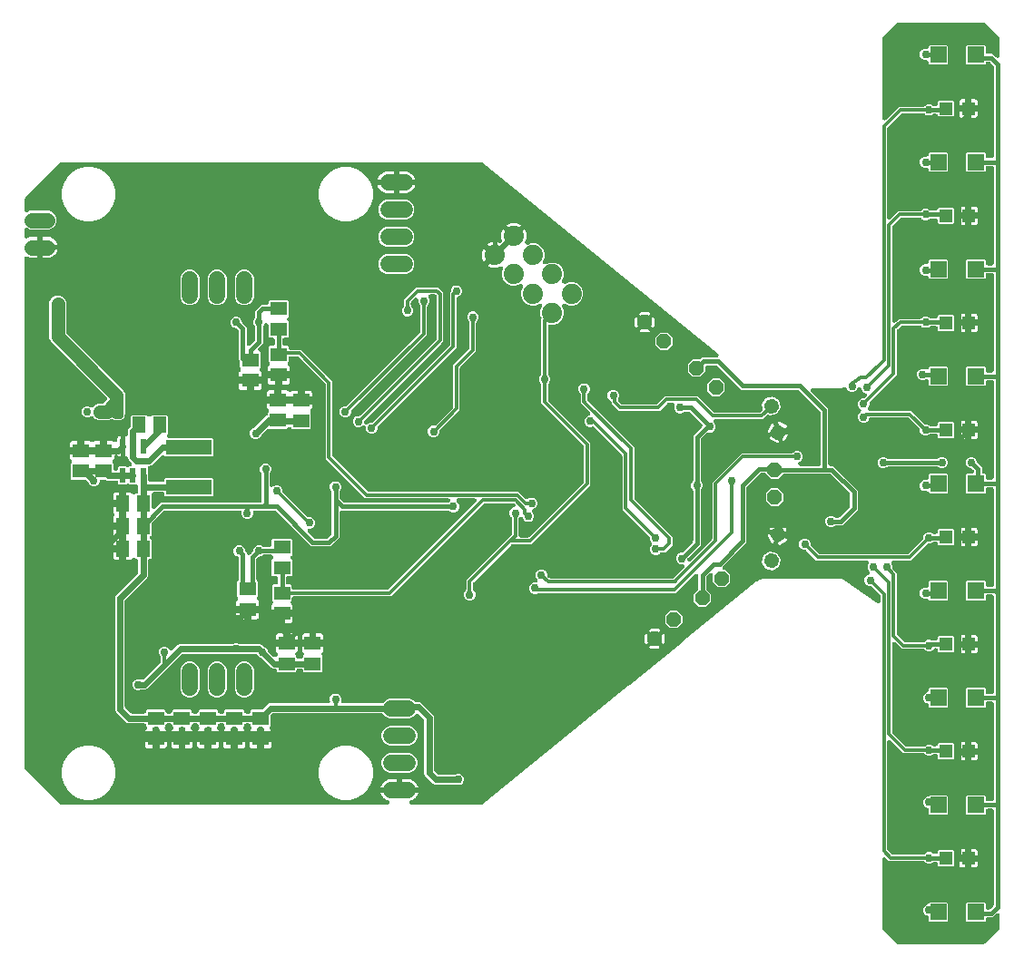
<source format=gbr>
G04 EAGLE Gerber RS-274X export*
G75*
%MOMM*%
%FSLAX34Y34*%
%LPD*%
%INBottom Copper*%
%IPPOS*%
%AMOC8*
5,1,8,0,0,1.08239X$1,22.5*%
G01*
%ADD10P,1.429621X8X157.500000*%
%ADD11P,1.429621X8X247.500000*%
%ADD12P,1.429621X8X337.500000*%
%ADD13P,1.429621X8X67.500000*%
%ADD14C,1.422400*%
%ADD15R,1.600000X1.300000*%
%ADD16R,1.500000X1.300000*%
%ADD17C,1.524000*%
%ADD18R,1.200000X1.200000*%
%ADD19R,1.500000X1.500000*%
%ADD20C,1.508000*%
%ADD21P,1.429621X8X277.500000*%
%ADD22P,1.429621X8X127.500000*%
%ADD23P,1.429621X8X112.500000*%
%ADD24C,1.879600*%
%ADD25R,0.550000X1.350000*%
%ADD26R,1.300000X1.500000*%
%ADD27R,4.200000X1.400000*%
%ADD28C,0.609600*%
%ADD29C,0.756400*%
%ADD30C,0.304800*%
%ADD31C,0.406400*%
%ADD32C,1.270000*%

G36*
X884976Y163D02*
X884976Y163D01*
X885003Y161D01*
X885177Y183D01*
X885351Y201D01*
X885376Y208D01*
X885403Y212D01*
X885568Y267D01*
X885735Y319D01*
X885759Y332D01*
X885784Y340D01*
X885936Y427D01*
X886089Y511D01*
X886110Y528D01*
X886133Y541D01*
X886386Y756D01*
X899244Y13614D01*
X899261Y13634D01*
X899282Y13652D01*
X899389Y13790D01*
X899499Y13925D01*
X899512Y13949D01*
X899528Y13970D01*
X899606Y14127D01*
X899688Y14281D01*
X899696Y14306D01*
X899708Y14331D01*
X899753Y14500D01*
X899803Y14667D01*
X899805Y14693D01*
X899812Y14719D01*
X899839Y15050D01*
X899839Y26945D01*
X899838Y26954D01*
X899839Y26963D01*
X899819Y27154D01*
X899799Y27346D01*
X899797Y27355D01*
X899796Y27364D01*
X899738Y27547D01*
X899681Y27731D01*
X899677Y27739D01*
X899674Y27747D01*
X899581Y27916D01*
X899489Y28085D01*
X899484Y28092D01*
X899479Y28100D01*
X899354Y28247D01*
X899232Y28394D01*
X899225Y28400D01*
X899219Y28407D01*
X899068Y28526D01*
X898918Y28647D01*
X898910Y28651D01*
X898903Y28656D01*
X898730Y28744D01*
X898561Y28832D01*
X898552Y28835D01*
X898544Y28839D01*
X898358Y28890D01*
X898174Y28943D01*
X898165Y28944D01*
X898156Y28947D01*
X897964Y28961D01*
X897772Y28976D01*
X897764Y28975D01*
X897755Y28976D01*
X897563Y28952D01*
X897373Y28929D01*
X897364Y28927D01*
X897355Y28926D01*
X897175Y28865D01*
X896990Y28805D01*
X896982Y28800D01*
X896974Y28797D01*
X896809Y28703D01*
X896639Y28607D01*
X896632Y28601D01*
X896625Y28596D01*
X896372Y28382D01*
X895880Y27890D01*
X893201Y25211D01*
X888556Y25211D01*
X888538Y25209D01*
X888520Y25211D01*
X888338Y25190D01*
X888155Y25171D01*
X888138Y25166D01*
X888121Y25164D01*
X887946Y25107D01*
X887770Y25053D01*
X887755Y25045D01*
X887738Y25039D01*
X887578Y24949D01*
X887416Y24861D01*
X887403Y24850D01*
X887387Y24841D01*
X887248Y24721D01*
X887107Y24604D01*
X887096Y24590D01*
X887082Y24578D01*
X886970Y24433D01*
X886855Y24290D01*
X886847Y24274D01*
X886836Y24260D01*
X886754Y24095D01*
X886669Y23933D01*
X886664Y23916D01*
X886656Y23900D01*
X886609Y23721D01*
X886558Y23546D01*
X886556Y23528D01*
X886552Y23511D01*
X886525Y23180D01*
X886525Y21868D01*
X885632Y20975D01*
X869368Y20975D01*
X868475Y21868D01*
X868475Y38132D01*
X869368Y39025D01*
X885632Y39025D01*
X886525Y38132D01*
X886525Y34356D01*
X886527Y34338D01*
X886525Y34320D01*
X886546Y34138D01*
X886565Y33955D01*
X886570Y33938D01*
X886572Y33921D01*
X886629Y33746D01*
X886683Y33570D01*
X886691Y33555D01*
X886697Y33538D01*
X886787Y33378D01*
X886875Y33216D01*
X886886Y33203D01*
X886895Y33187D01*
X887015Y33048D01*
X887132Y32907D01*
X887146Y32896D01*
X887158Y32882D01*
X887303Y32770D01*
X887446Y32655D01*
X887462Y32647D01*
X887476Y32636D01*
X887641Y32554D01*
X887803Y32469D01*
X887820Y32464D01*
X887836Y32456D01*
X888015Y32409D01*
X888190Y32358D01*
X888208Y32356D01*
X888225Y32352D01*
X888556Y32325D01*
X889413Y32325D01*
X889440Y32327D01*
X889467Y32325D01*
X889641Y32347D01*
X889814Y32365D01*
X889839Y32372D01*
X889866Y32376D01*
X890032Y32431D01*
X890199Y32483D01*
X890222Y32496D01*
X890248Y32504D01*
X890399Y32591D01*
X890553Y32675D01*
X890573Y32692D01*
X890597Y32705D01*
X890850Y32920D01*
X893656Y35726D01*
X893673Y35747D01*
X893694Y35765D01*
X893801Y35902D01*
X893911Y36038D01*
X893924Y36061D01*
X893940Y36083D01*
X894018Y36240D01*
X894100Y36394D01*
X894108Y36419D01*
X894120Y36443D01*
X894165Y36613D01*
X894215Y36779D01*
X894217Y36806D01*
X894224Y36832D01*
X894251Y37163D01*
X894251Y124412D01*
X894249Y124430D01*
X894251Y124448D01*
X894230Y124630D01*
X894211Y124813D01*
X894206Y124830D01*
X894204Y124847D01*
X894147Y125022D01*
X894093Y125198D01*
X894085Y125213D01*
X894079Y125230D01*
X893989Y125390D01*
X893901Y125552D01*
X893890Y125565D01*
X893881Y125581D01*
X893761Y125720D01*
X893644Y125861D01*
X893630Y125872D01*
X893618Y125886D01*
X893473Y125998D01*
X893330Y126113D01*
X893314Y126121D01*
X893300Y126132D01*
X893135Y126214D01*
X892973Y126299D01*
X892956Y126304D01*
X892940Y126312D01*
X892761Y126359D01*
X892586Y126410D01*
X892568Y126412D01*
X892551Y126416D01*
X892220Y126443D01*
X888556Y126443D01*
X888538Y126441D01*
X888520Y126443D01*
X888338Y126422D01*
X888155Y126403D01*
X888138Y126398D01*
X888121Y126396D01*
X887946Y126339D01*
X887770Y126285D01*
X887755Y126277D01*
X887738Y126271D01*
X887578Y126181D01*
X887416Y126093D01*
X887403Y126082D01*
X887387Y126073D01*
X887248Y125953D01*
X887107Y125836D01*
X887096Y125822D01*
X887082Y125810D01*
X886970Y125665D01*
X886855Y125522D01*
X886847Y125506D01*
X886836Y125492D01*
X886754Y125327D01*
X886669Y125165D01*
X886664Y125148D01*
X886656Y125132D01*
X886609Y124953D01*
X886558Y124778D01*
X886556Y124760D01*
X886552Y124743D01*
X886525Y124412D01*
X886525Y121868D01*
X885632Y120975D01*
X869368Y120975D01*
X868475Y121868D01*
X868475Y138132D01*
X869368Y139025D01*
X885632Y139025D01*
X886525Y138132D01*
X886525Y135588D01*
X886527Y135570D01*
X886525Y135552D01*
X886546Y135370D01*
X886565Y135187D01*
X886570Y135170D01*
X886572Y135153D01*
X886629Y134978D01*
X886683Y134802D01*
X886691Y134787D01*
X886697Y134770D01*
X886787Y134610D01*
X886875Y134448D01*
X886886Y134435D01*
X886895Y134419D01*
X887015Y134280D01*
X887132Y134139D01*
X887146Y134128D01*
X887158Y134114D01*
X887303Y134002D01*
X887446Y133887D01*
X887462Y133879D01*
X887476Y133868D01*
X887641Y133786D01*
X887803Y133701D01*
X887820Y133696D01*
X887836Y133688D01*
X888015Y133641D01*
X888190Y133590D01*
X888208Y133588D01*
X888225Y133584D01*
X888556Y133557D01*
X892220Y133557D01*
X892238Y133559D01*
X892256Y133557D01*
X892438Y133578D01*
X892621Y133597D01*
X892638Y133602D01*
X892655Y133604D01*
X892830Y133661D01*
X893006Y133715D01*
X893021Y133723D01*
X893038Y133729D01*
X893198Y133819D01*
X893360Y133907D01*
X893373Y133918D01*
X893389Y133927D01*
X893528Y134047D01*
X893669Y134164D01*
X893680Y134178D01*
X893694Y134190D01*
X893806Y134335D01*
X893921Y134478D01*
X893929Y134494D01*
X893940Y134508D01*
X894022Y134673D01*
X894107Y134835D01*
X894112Y134852D01*
X894120Y134868D01*
X894167Y135047D01*
X894218Y135222D01*
X894220Y135240D01*
X894224Y135257D01*
X894251Y135588D01*
X894251Y224412D01*
X894249Y224430D01*
X894251Y224448D01*
X894230Y224630D01*
X894211Y224813D01*
X894206Y224830D01*
X894204Y224847D01*
X894147Y225022D01*
X894093Y225198D01*
X894085Y225213D01*
X894079Y225230D01*
X893989Y225390D01*
X893901Y225552D01*
X893890Y225565D01*
X893881Y225581D01*
X893761Y225720D01*
X893644Y225861D01*
X893630Y225872D01*
X893618Y225886D01*
X893473Y225998D01*
X893330Y226113D01*
X893314Y226121D01*
X893300Y226132D01*
X893135Y226214D01*
X892973Y226299D01*
X892956Y226304D01*
X892940Y226312D01*
X892761Y226359D01*
X892586Y226410D01*
X892568Y226412D01*
X892551Y226416D01*
X892220Y226443D01*
X888556Y226443D01*
X888538Y226441D01*
X888520Y226443D01*
X888338Y226422D01*
X888155Y226403D01*
X888138Y226398D01*
X888121Y226396D01*
X887946Y226339D01*
X887770Y226285D01*
X887755Y226277D01*
X887738Y226271D01*
X887578Y226181D01*
X887416Y226093D01*
X887403Y226082D01*
X887387Y226073D01*
X887248Y225953D01*
X887107Y225836D01*
X887096Y225822D01*
X887082Y225810D01*
X886970Y225665D01*
X886855Y225522D01*
X886847Y225506D01*
X886836Y225492D01*
X886753Y225327D01*
X886669Y225165D01*
X886664Y225148D01*
X886656Y225132D01*
X886609Y224953D01*
X886558Y224778D01*
X886556Y224760D01*
X886552Y224743D01*
X886525Y224412D01*
X886525Y221868D01*
X885632Y220975D01*
X869368Y220975D01*
X868475Y221868D01*
X868475Y238132D01*
X869368Y239025D01*
X885632Y239025D01*
X886525Y238132D01*
X886525Y235588D01*
X886527Y235570D01*
X886525Y235552D01*
X886546Y235370D01*
X886565Y235187D01*
X886570Y235170D01*
X886572Y235153D01*
X886629Y234978D01*
X886683Y234802D01*
X886691Y234787D01*
X886697Y234770D01*
X886787Y234610D01*
X886875Y234448D01*
X886886Y234435D01*
X886895Y234419D01*
X887015Y234280D01*
X887132Y234139D01*
X887146Y234128D01*
X887158Y234114D01*
X887303Y234002D01*
X887446Y233887D01*
X887462Y233879D01*
X887476Y233868D01*
X887641Y233786D01*
X887803Y233701D01*
X887820Y233696D01*
X887836Y233688D01*
X888015Y233641D01*
X888190Y233590D01*
X888208Y233588D01*
X888225Y233584D01*
X888556Y233557D01*
X892220Y233557D01*
X892238Y233559D01*
X892256Y233557D01*
X892438Y233578D01*
X892621Y233597D01*
X892638Y233602D01*
X892655Y233604D01*
X892830Y233661D01*
X893006Y233715D01*
X893021Y233723D01*
X893038Y233729D01*
X893198Y233819D01*
X893360Y233907D01*
X893373Y233918D01*
X893389Y233927D01*
X893528Y234047D01*
X893669Y234164D01*
X893680Y234178D01*
X893694Y234190D01*
X893806Y234335D01*
X893921Y234478D01*
X893929Y234494D01*
X893940Y234508D01*
X894022Y234673D01*
X894107Y234835D01*
X894112Y234852D01*
X894120Y234868D01*
X894167Y235047D01*
X894218Y235222D01*
X894220Y235240D01*
X894224Y235257D01*
X894251Y235588D01*
X894251Y324412D01*
X894249Y324430D01*
X894251Y324448D01*
X894230Y324630D01*
X894211Y324813D01*
X894206Y324830D01*
X894204Y324847D01*
X894147Y325022D01*
X894093Y325198D01*
X894085Y325213D01*
X894079Y325230D01*
X893989Y325390D01*
X893901Y325552D01*
X893890Y325565D01*
X893881Y325581D01*
X893761Y325720D01*
X893644Y325861D01*
X893630Y325872D01*
X893618Y325886D01*
X893473Y325998D01*
X893330Y326113D01*
X893314Y326121D01*
X893300Y326132D01*
X893135Y326214D01*
X892973Y326299D01*
X892956Y326304D01*
X892940Y326312D01*
X892761Y326359D01*
X892586Y326410D01*
X892568Y326412D01*
X892551Y326416D01*
X892220Y326443D01*
X888556Y326443D01*
X888538Y326441D01*
X888520Y326443D01*
X888338Y326422D01*
X888155Y326403D01*
X888138Y326398D01*
X888121Y326396D01*
X887946Y326339D01*
X887770Y326285D01*
X887755Y326277D01*
X887738Y326271D01*
X887578Y326181D01*
X887416Y326093D01*
X887403Y326082D01*
X887387Y326073D01*
X887248Y325953D01*
X887107Y325836D01*
X887096Y325822D01*
X887082Y325810D01*
X886970Y325665D01*
X886855Y325522D01*
X886847Y325506D01*
X886836Y325492D01*
X886754Y325327D01*
X886669Y325165D01*
X886664Y325148D01*
X886656Y325132D01*
X886609Y324953D01*
X886558Y324778D01*
X886556Y324760D01*
X886552Y324743D01*
X886525Y324412D01*
X886525Y321868D01*
X885632Y320975D01*
X869368Y320975D01*
X868475Y321868D01*
X868475Y338132D01*
X869368Y339025D01*
X885632Y339025D01*
X886525Y338132D01*
X886525Y335588D01*
X886527Y335570D01*
X886525Y335552D01*
X886546Y335370D01*
X886565Y335187D01*
X886570Y335170D01*
X886572Y335153D01*
X886629Y334978D01*
X886683Y334802D01*
X886691Y334787D01*
X886697Y334770D01*
X886787Y334610D01*
X886875Y334448D01*
X886886Y334435D01*
X886895Y334419D01*
X887015Y334280D01*
X887132Y334139D01*
X887146Y334128D01*
X887158Y334114D01*
X887303Y334002D01*
X887446Y333887D01*
X887462Y333879D01*
X887476Y333868D01*
X887641Y333786D01*
X887803Y333701D01*
X887820Y333696D01*
X887836Y333688D01*
X888015Y333641D01*
X888190Y333590D01*
X888208Y333588D01*
X888225Y333584D01*
X888556Y333557D01*
X892220Y333557D01*
X892238Y333559D01*
X892256Y333557D01*
X892438Y333578D01*
X892621Y333597D01*
X892638Y333602D01*
X892655Y333604D01*
X892830Y333661D01*
X893006Y333715D01*
X893021Y333723D01*
X893038Y333729D01*
X893198Y333819D01*
X893360Y333907D01*
X893373Y333918D01*
X893389Y333927D01*
X893528Y334047D01*
X893669Y334164D01*
X893680Y334178D01*
X893694Y334190D01*
X893806Y334335D01*
X893921Y334478D01*
X893929Y334494D01*
X893940Y334508D01*
X894022Y334673D01*
X894107Y334835D01*
X894112Y334852D01*
X894120Y334868D01*
X894167Y335047D01*
X894218Y335222D01*
X894220Y335240D01*
X894224Y335257D01*
X894251Y335588D01*
X894251Y424412D01*
X894249Y424430D01*
X894251Y424448D01*
X894230Y424630D01*
X894211Y424813D01*
X894206Y424830D01*
X894204Y424847D01*
X894147Y425022D01*
X894093Y425198D01*
X894085Y425213D01*
X894079Y425230D01*
X893989Y425390D01*
X893901Y425552D01*
X893890Y425565D01*
X893881Y425581D01*
X893761Y425720D01*
X893644Y425861D01*
X893630Y425872D01*
X893618Y425886D01*
X893473Y425998D01*
X893330Y426113D01*
X893314Y426121D01*
X893300Y426132D01*
X893135Y426214D01*
X892973Y426299D01*
X892956Y426304D01*
X892940Y426312D01*
X892761Y426359D01*
X892586Y426410D01*
X892568Y426412D01*
X892551Y426416D01*
X892220Y426443D01*
X888556Y426443D01*
X888538Y426441D01*
X888520Y426443D01*
X888338Y426422D01*
X888155Y426403D01*
X888138Y426398D01*
X888121Y426396D01*
X887946Y426339D01*
X887770Y426285D01*
X887755Y426277D01*
X887738Y426271D01*
X887578Y426181D01*
X887416Y426093D01*
X887403Y426082D01*
X887387Y426073D01*
X887248Y425953D01*
X887107Y425836D01*
X887096Y425822D01*
X887082Y425810D01*
X886970Y425665D01*
X886855Y425522D01*
X886847Y425506D01*
X886836Y425492D01*
X886753Y425327D01*
X886669Y425165D01*
X886664Y425148D01*
X886656Y425132D01*
X886609Y424953D01*
X886558Y424778D01*
X886556Y424760D01*
X886552Y424743D01*
X886525Y424412D01*
X886525Y421868D01*
X885632Y420975D01*
X869368Y420975D01*
X868475Y421868D01*
X868475Y438132D01*
X869368Y439025D01*
X873873Y439025D01*
X873882Y439026D01*
X873891Y439025D01*
X874083Y439046D01*
X874274Y439065D01*
X874283Y439067D01*
X874291Y439068D01*
X874474Y439126D01*
X874659Y439183D01*
X874667Y439187D01*
X874675Y439190D01*
X874844Y439283D01*
X875013Y439375D01*
X875020Y439380D01*
X875028Y439385D01*
X875175Y439510D01*
X875322Y439632D01*
X875328Y439639D01*
X875335Y439645D01*
X875455Y439797D01*
X875575Y439946D01*
X875579Y439954D01*
X875584Y439961D01*
X875672Y440134D01*
X875760Y440303D01*
X875763Y440312D01*
X875767Y440320D01*
X875818Y440505D01*
X875871Y440690D01*
X875872Y440699D01*
X875875Y440708D01*
X875889Y440900D01*
X875904Y441092D01*
X875903Y441100D01*
X875904Y441109D01*
X875880Y441300D01*
X875857Y441491D01*
X875855Y441500D01*
X875854Y441509D01*
X875793Y441690D01*
X875733Y441874D01*
X875728Y441882D01*
X875725Y441890D01*
X875629Y442057D01*
X875535Y442225D01*
X875529Y442232D01*
X875524Y442239D01*
X875310Y442492D01*
X874312Y443490D01*
X874291Y443507D01*
X874273Y443528D01*
X874136Y443634D01*
X874000Y443745D01*
X873976Y443758D01*
X873955Y443774D01*
X873799Y443852D01*
X873644Y443934D01*
X873619Y443942D01*
X873595Y443954D01*
X873426Y443999D01*
X873259Y444049D01*
X873232Y444051D01*
X873206Y444058D01*
X872875Y444085D01*
X872384Y444085D01*
X870434Y444893D01*
X868941Y446386D01*
X868133Y448336D01*
X868133Y450448D01*
X868941Y452398D01*
X870434Y453891D01*
X872384Y454699D01*
X874496Y454699D01*
X876446Y453891D01*
X877939Y452398D01*
X878747Y450448D01*
X878747Y449957D01*
X878749Y449930D01*
X878747Y449903D01*
X878769Y449729D01*
X878787Y449556D01*
X878794Y449531D01*
X878798Y449504D01*
X878853Y449338D01*
X878905Y449171D01*
X878918Y449148D01*
X878926Y449122D01*
X879013Y448971D01*
X879097Y448817D01*
X879114Y448797D01*
X879127Y448773D01*
X879342Y448520D01*
X883093Y444769D01*
X883093Y441056D01*
X883095Y441038D01*
X883093Y441020D01*
X883114Y440838D01*
X883133Y440655D01*
X883138Y440638D01*
X883140Y440621D01*
X883197Y440446D01*
X883251Y440270D01*
X883259Y440255D01*
X883265Y440238D01*
X883355Y440078D01*
X883443Y439916D01*
X883454Y439903D01*
X883463Y439887D01*
X883583Y439748D01*
X883700Y439607D01*
X883714Y439596D01*
X883726Y439582D01*
X883871Y439470D01*
X884014Y439355D01*
X884030Y439347D01*
X884044Y439336D01*
X884209Y439254D01*
X884371Y439169D01*
X884388Y439164D01*
X884404Y439156D01*
X884583Y439109D01*
X884758Y439058D01*
X884776Y439056D01*
X884793Y439052D01*
X885124Y439025D01*
X885632Y439025D01*
X886525Y438132D01*
X886525Y435588D01*
X886527Y435570D01*
X886525Y435552D01*
X886546Y435370D01*
X886565Y435187D01*
X886570Y435170D01*
X886572Y435153D01*
X886629Y434978D01*
X886683Y434802D01*
X886691Y434787D01*
X886697Y434770D01*
X886787Y434610D01*
X886875Y434448D01*
X886886Y434435D01*
X886895Y434419D01*
X887015Y434280D01*
X887132Y434139D01*
X887146Y434128D01*
X887158Y434114D01*
X887303Y434002D01*
X887446Y433887D01*
X887462Y433879D01*
X887476Y433868D01*
X887641Y433786D01*
X887803Y433701D01*
X887820Y433696D01*
X887836Y433688D01*
X888015Y433641D01*
X888190Y433590D01*
X888208Y433588D01*
X888225Y433584D01*
X888556Y433557D01*
X892220Y433557D01*
X892238Y433559D01*
X892256Y433557D01*
X892438Y433578D01*
X892621Y433597D01*
X892638Y433602D01*
X892655Y433604D01*
X892830Y433661D01*
X893006Y433715D01*
X893021Y433723D01*
X893038Y433729D01*
X893198Y433819D01*
X893360Y433907D01*
X893373Y433918D01*
X893389Y433927D01*
X893528Y434047D01*
X893669Y434164D01*
X893680Y434178D01*
X893694Y434190D01*
X893806Y434335D01*
X893921Y434478D01*
X893929Y434494D01*
X893940Y434508D01*
X894022Y434673D01*
X894107Y434835D01*
X894112Y434852D01*
X894120Y434868D01*
X894167Y435047D01*
X894218Y435222D01*
X894220Y435240D01*
X894224Y435257D01*
X894251Y435588D01*
X894251Y524412D01*
X894249Y524430D01*
X894251Y524448D01*
X894230Y524630D01*
X894211Y524813D01*
X894206Y524830D01*
X894204Y524847D01*
X894147Y525022D01*
X894093Y525198D01*
X894085Y525213D01*
X894079Y525230D01*
X893989Y525390D01*
X893901Y525552D01*
X893890Y525565D01*
X893881Y525581D01*
X893761Y525720D01*
X893644Y525861D01*
X893630Y525872D01*
X893618Y525886D01*
X893473Y525998D01*
X893330Y526113D01*
X893314Y526121D01*
X893300Y526132D01*
X893135Y526214D01*
X892973Y526299D01*
X892956Y526304D01*
X892940Y526312D01*
X892761Y526359D01*
X892586Y526410D01*
X892568Y526412D01*
X892551Y526416D01*
X892220Y526443D01*
X888556Y526443D01*
X888538Y526441D01*
X888520Y526443D01*
X888338Y526422D01*
X888155Y526403D01*
X888138Y526398D01*
X888121Y526396D01*
X887946Y526339D01*
X887770Y526285D01*
X887755Y526277D01*
X887738Y526271D01*
X887578Y526181D01*
X887416Y526093D01*
X887403Y526082D01*
X887387Y526073D01*
X887248Y525953D01*
X887107Y525836D01*
X887096Y525822D01*
X887082Y525810D01*
X886970Y525665D01*
X886855Y525522D01*
X886847Y525506D01*
X886836Y525492D01*
X886754Y525327D01*
X886669Y525165D01*
X886664Y525148D01*
X886656Y525132D01*
X886609Y524953D01*
X886558Y524778D01*
X886556Y524760D01*
X886552Y524743D01*
X886525Y524412D01*
X886525Y521868D01*
X885632Y520975D01*
X869368Y520975D01*
X868475Y521868D01*
X868475Y538132D01*
X869368Y539025D01*
X885632Y539025D01*
X886525Y538132D01*
X886525Y535588D01*
X886527Y535570D01*
X886525Y535552D01*
X886546Y535370D01*
X886565Y535187D01*
X886570Y535170D01*
X886572Y535153D01*
X886629Y534978D01*
X886683Y534802D01*
X886691Y534787D01*
X886697Y534770D01*
X886787Y534610D01*
X886875Y534448D01*
X886886Y534435D01*
X886895Y534419D01*
X887015Y534280D01*
X887132Y534139D01*
X887146Y534128D01*
X887158Y534114D01*
X887303Y534002D01*
X887446Y533887D01*
X887462Y533879D01*
X887476Y533868D01*
X887641Y533786D01*
X887803Y533701D01*
X887820Y533696D01*
X887836Y533688D01*
X888015Y533641D01*
X888190Y533590D01*
X888208Y533588D01*
X888225Y533584D01*
X888556Y533557D01*
X892220Y533557D01*
X892238Y533559D01*
X892256Y533557D01*
X892438Y533578D01*
X892621Y533597D01*
X892638Y533602D01*
X892655Y533604D01*
X892830Y533661D01*
X893006Y533715D01*
X893021Y533723D01*
X893038Y533729D01*
X893198Y533819D01*
X893360Y533907D01*
X893373Y533918D01*
X893389Y533927D01*
X893528Y534047D01*
X893669Y534164D01*
X893680Y534178D01*
X893694Y534190D01*
X893806Y534335D01*
X893921Y534478D01*
X893929Y534494D01*
X893940Y534508D01*
X894022Y534673D01*
X894107Y534835D01*
X894112Y534852D01*
X894120Y534868D01*
X894167Y535047D01*
X894218Y535222D01*
X894220Y535240D01*
X894224Y535257D01*
X894251Y535588D01*
X894251Y624412D01*
X894249Y624430D01*
X894251Y624448D01*
X894230Y624630D01*
X894211Y624813D01*
X894206Y624830D01*
X894204Y624847D01*
X894147Y625022D01*
X894093Y625198D01*
X894085Y625213D01*
X894079Y625230D01*
X893989Y625390D01*
X893901Y625552D01*
X893890Y625565D01*
X893881Y625581D01*
X893761Y625720D01*
X893644Y625861D01*
X893630Y625872D01*
X893618Y625886D01*
X893473Y625998D01*
X893330Y626113D01*
X893314Y626121D01*
X893300Y626132D01*
X893135Y626214D01*
X892973Y626299D01*
X892956Y626304D01*
X892940Y626312D01*
X892761Y626359D01*
X892586Y626410D01*
X892568Y626412D01*
X892551Y626416D01*
X892220Y626443D01*
X888556Y626443D01*
X888538Y626441D01*
X888520Y626443D01*
X888338Y626422D01*
X888155Y626403D01*
X888138Y626398D01*
X888121Y626396D01*
X887946Y626339D01*
X887770Y626285D01*
X887755Y626277D01*
X887738Y626271D01*
X887578Y626181D01*
X887416Y626093D01*
X887403Y626082D01*
X887387Y626073D01*
X887248Y625953D01*
X887107Y625836D01*
X887096Y625822D01*
X887082Y625810D01*
X886970Y625665D01*
X886855Y625522D01*
X886847Y625506D01*
X886836Y625492D01*
X886754Y625327D01*
X886669Y625165D01*
X886664Y625148D01*
X886656Y625132D01*
X886609Y624953D01*
X886558Y624778D01*
X886556Y624760D01*
X886552Y624743D01*
X886525Y624412D01*
X886525Y621868D01*
X885632Y620975D01*
X869368Y620975D01*
X868475Y621868D01*
X868475Y638132D01*
X869368Y639025D01*
X885632Y639025D01*
X886525Y638132D01*
X886525Y635588D01*
X886527Y635570D01*
X886525Y635552D01*
X886546Y635370D01*
X886565Y635187D01*
X886570Y635170D01*
X886572Y635153D01*
X886629Y634978D01*
X886683Y634802D01*
X886691Y634787D01*
X886697Y634770D01*
X886787Y634610D01*
X886875Y634448D01*
X886886Y634435D01*
X886895Y634419D01*
X887015Y634280D01*
X887132Y634139D01*
X887146Y634128D01*
X887158Y634114D01*
X887303Y634002D01*
X887446Y633887D01*
X887462Y633879D01*
X887476Y633868D01*
X887641Y633786D01*
X887803Y633701D01*
X887820Y633696D01*
X887836Y633688D01*
X888015Y633641D01*
X888190Y633590D01*
X888208Y633588D01*
X888225Y633584D01*
X888556Y633557D01*
X892220Y633557D01*
X892238Y633559D01*
X892256Y633557D01*
X892438Y633578D01*
X892621Y633597D01*
X892638Y633602D01*
X892655Y633604D01*
X892830Y633661D01*
X893006Y633715D01*
X893021Y633723D01*
X893038Y633729D01*
X893198Y633819D01*
X893360Y633907D01*
X893373Y633918D01*
X893389Y633927D01*
X893528Y634047D01*
X893669Y634164D01*
X893680Y634178D01*
X893694Y634190D01*
X893806Y634335D01*
X893921Y634478D01*
X893929Y634494D01*
X893940Y634508D01*
X894022Y634673D01*
X894107Y634835D01*
X894112Y634852D01*
X894120Y634868D01*
X894167Y635047D01*
X894218Y635222D01*
X894220Y635240D01*
X894224Y635257D01*
X894251Y635588D01*
X894251Y724412D01*
X894249Y724430D01*
X894251Y724448D01*
X894230Y724630D01*
X894211Y724813D01*
X894206Y724830D01*
X894204Y724847D01*
X894147Y725022D01*
X894093Y725198D01*
X894085Y725213D01*
X894079Y725230D01*
X893989Y725390D01*
X893901Y725552D01*
X893890Y725565D01*
X893881Y725581D01*
X893761Y725720D01*
X893644Y725861D01*
X893630Y725872D01*
X893618Y725886D01*
X893473Y725998D01*
X893330Y726113D01*
X893314Y726121D01*
X893300Y726132D01*
X893135Y726214D01*
X892973Y726299D01*
X892956Y726304D01*
X892940Y726312D01*
X892761Y726359D01*
X892586Y726410D01*
X892568Y726412D01*
X892551Y726416D01*
X892220Y726443D01*
X888556Y726443D01*
X888538Y726441D01*
X888520Y726443D01*
X888338Y726422D01*
X888155Y726403D01*
X888138Y726398D01*
X888121Y726396D01*
X887946Y726339D01*
X887770Y726285D01*
X887755Y726277D01*
X887738Y726271D01*
X887578Y726181D01*
X887416Y726093D01*
X887403Y726082D01*
X887387Y726073D01*
X887248Y725953D01*
X887107Y725836D01*
X887096Y725822D01*
X887082Y725810D01*
X886970Y725665D01*
X886855Y725522D01*
X886847Y725506D01*
X886836Y725492D01*
X886754Y725327D01*
X886669Y725165D01*
X886664Y725148D01*
X886656Y725132D01*
X886609Y724953D01*
X886558Y724778D01*
X886556Y724760D01*
X886552Y724743D01*
X886525Y724412D01*
X886525Y721868D01*
X885632Y720975D01*
X869368Y720975D01*
X868475Y721868D01*
X868475Y738132D01*
X869368Y739025D01*
X885632Y739025D01*
X886525Y738132D01*
X886525Y735588D01*
X886527Y735570D01*
X886525Y735552D01*
X886546Y735370D01*
X886565Y735187D01*
X886570Y735170D01*
X886572Y735153D01*
X886629Y734978D01*
X886683Y734802D01*
X886691Y734787D01*
X886697Y734770D01*
X886787Y734610D01*
X886875Y734448D01*
X886886Y734435D01*
X886895Y734419D01*
X887015Y734280D01*
X887132Y734139D01*
X887146Y734128D01*
X887158Y734114D01*
X887303Y734002D01*
X887446Y733887D01*
X887462Y733879D01*
X887476Y733868D01*
X887641Y733786D01*
X887803Y733701D01*
X887820Y733696D01*
X887836Y733688D01*
X888015Y733641D01*
X888190Y733590D01*
X888208Y733588D01*
X888225Y733584D01*
X888556Y733557D01*
X892220Y733557D01*
X892238Y733559D01*
X892256Y733557D01*
X892438Y733578D01*
X892621Y733597D01*
X892638Y733602D01*
X892655Y733604D01*
X892830Y733661D01*
X893006Y733715D01*
X893021Y733723D01*
X893038Y733729D01*
X893198Y733819D01*
X893360Y733907D01*
X893373Y733918D01*
X893389Y733927D01*
X893528Y734047D01*
X893669Y734164D01*
X893680Y734178D01*
X893694Y734190D01*
X893806Y734335D01*
X893921Y734478D01*
X893929Y734494D01*
X893940Y734508D01*
X894022Y734673D01*
X894107Y734835D01*
X894112Y734852D01*
X894120Y734868D01*
X894167Y735047D01*
X894218Y735222D01*
X894220Y735240D01*
X894224Y735257D01*
X894251Y735588D01*
X894251Y818949D01*
X894249Y818976D01*
X894251Y819003D01*
X894229Y819177D01*
X894211Y819350D01*
X894204Y819375D01*
X894200Y819402D01*
X894145Y819568D01*
X894093Y819735D01*
X894080Y819758D01*
X894072Y819784D01*
X893985Y819935D01*
X893901Y820089D01*
X893884Y820109D01*
X893871Y820133D01*
X893656Y820386D01*
X890850Y823192D01*
X890829Y823209D01*
X890811Y823230D01*
X890674Y823337D01*
X890538Y823447D01*
X890515Y823460D01*
X890493Y823476D01*
X890336Y823554D01*
X890182Y823636D01*
X890157Y823644D01*
X890133Y823656D01*
X889963Y823701D01*
X889797Y823751D01*
X889770Y823753D01*
X889744Y823760D01*
X889413Y823787D01*
X888556Y823787D01*
X888538Y823785D01*
X888520Y823787D01*
X888338Y823766D01*
X888155Y823747D01*
X888138Y823742D01*
X888121Y823740D01*
X887946Y823683D01*
X887770Y823629D01*
X887755Y823621D01*
X887738Y823615D01*
X887578Y823525D01*
X887416Y823437D01*
X887403Y823426D01*
X887387Y823417D01*
X887248Y823297D01*
X887107Y823180D01*
X887096Y823166D01*
X887082Y823154D01*
X886970Y823009D01*
X886855Y822866D01*
X886847Y822850D01*
X886836Y822836D01*
X886754Y822671D01*
X886669Y822509D01*
X886664Y822492D01*
X886656Y822476D01*
X886609Y822297D01*
X886558Y822122D01*
X886556Y822104D01*
X886552Y822087D01*
X886535Y821878D01*
X885632Y820975D01*
X869368Y820975D01*
X868475Y821868D01*
X868475Y838132D01*
X869368Y839025D01*
X885632Y839025D01*
X886525Y838132D01*
X886525Y832932D01*
X886527Y832914D01*
X886525Y832896D01*
X886546Y832714D01*
X886565Y832531D01*
X886570Y832514D01*
X886572Y832497D01*
X886629Y832322D01*
X886683Y832146D01*
X886691Y832131D01*
X886697Y832114D01*
X886787Y831954D01*
X886875Y831792D01*
X886886Y831779D01*
X886895Y831763D01*
X887015Y831624D01*
X887132Y831483D01*
X887146Y831472D01*
X887158Y831458D01*
X887303Y831346D01*
X887446Y831231D01*
X887462Y831223D01*
X887476Y831212D01*
X887641Y831130D01*
X887803Y831045D01*
X887820Y831040D01*
X887836Y831032D01*
X888015Y830985D01*
X888190Y830934D01*
X888208Y830932D01*
X888225Y830928D01*
X888556Y830901D01*
X893201Y830901D01*
X896372Y827730D01*
X896379Y827725D01*
X896384Y827718D01*
X896534Y827597D01*
X896683Y827475D01*
X896691Y827471D01*
X896698Y827465D01*
X896868Y827377D01*
X897039Y827287D01*
X897048Y827284D01*
X897055Y827280D01*
X897240Y827227D01*
X897425Y827172D01*
X897434Y827171D01*
X897442Y827169D01*
X897633Y827153D01*
X897826Y827135D01*
X897835Y827136D01*
X897844Y827136D01*
X898033Y827158D01*
X898226Y827179D01*
X898235Y827182D01*
X898243Y827183D01*
X898425Y827242D01*
X898610Y827300D01*
X898618Y827305D01*
X898626Y827307D01*
X898795Y827402D01*
X898962Y827495D01*
X898969Y827501D01*
X898977Y827505D01*
X899123Y827631D01*
X899269Y827756D01*
X899275Y827763D01*
X899282Y827768D01*
X899399Y827920D01*
X899519Y828072D01*
X899523Y828080D01*
X899528Y828087D01*
X899614Y828259D01*
X899701Y828430D01*
X899704Y828439D01*
X899708Y828447D01*
X899758Y828633D01*
X899809Y828818D01*
X899810Y828827D01*
X899812Y828836D01*
X899839Y829167D01*
X899839Y844950D01*
X899837Y844976D01*
X899839Y845003D01*
X899817Y845177D01*
X899799Y845351D01*
X899792Y845376D01*
X899788Y845403D01*
X899733Y845568D01*
X899681Y845735D01*
X899668Y845759D01*
X899660Y845784D01*
X899573Y845936D01*
X899489Y846089D01*
X899472Y846110D01*
X899459Y846133D01*
X899244Y846386D01*
X886386Y859244D01*
X886366Y859261D01*
X886348Y859282D01*
X886210Y859389D01*
X886075Y859499D01*
X886051Y859512D01*
X886030Y859528D01*
X885873Y859606D01*
X885719Y859688D01*
X885694Y859696D01*
X885669Y859708D01*
X885500Y859753D01*
X885333Y859803D01*
X885307Y859805D01*
X885281Y859812D01*
X884950Y859839D01*
X805050Y859839D01*
X805024Y859837D01*
X804997Y859839D01*
X804823Y859817D01*
X804649Y859799D01*
X804624Y859792D01*
X804597Y859788D01*
X804432Y859733D01*
X804265Y859681D01*
X804241Y859668D01*
X804216Y859660D01*
X804064Y859573D01*
X803911Y859489D01*
X803890Y859472D01*
X803867Y859459D01*
X803614Y859244D01*
X790756Y846386D01*
X790739Y846366D01*
X790718Y846348D01*
X790611Y846210D01*
X790501Y846075D01*
X790488Y846051D01*
X790472Y846030D01*
X790394Y845873D01*
X790312Y845719D01*
X790304Y845694D01*
X790292Y845669D01*
X790247Y845500D01*
X790197Y845333D01*
X790195Y845307D01*
X790188Y845281D01*
X790161Y844950D01*
X790161Y771028D01*
X790162Y771019D01*
X790161Y771010D01*
X790182Y770817D01*
X790201Y770628D01*
X790203Y770619D01*
X790204Y770610D01*
X790262Y770426D01*
X790319Y770243D01*
X790323Y770235D01*
X790326Y770226D01*
X790418Y770059D01*
X790511Y769889D01*
X790516Y769882D01*
X790521Y769874D01*
X790645Y769727D01*
X790768Y769579D01*
X790775Y769574D01*
X790781Y769567D01*
X790933Y769447D01*
X791082Y769327D01*
X791090Y769323D01*
X791097Y769317D01*
X791270Y769230D01*
X791439Y769141D01*
X791448Y769139D01*
X791456Y769135D01*
X791642Y769083D01*
X791826Y769030D01*
X791835Y769029D01*
X791844Y769027D01*
X792037Y769013D01*
X792228Y768997D01*
X792236Y768998D01*
X792245Y768998D01*
X792438Y769022D01*
X792627Y769044D01*
X792636Y769047D01*
X792645Y769048D01*
X792828Y769109D01*
X793010Y769169D01*
X793018Y769173D01*
X793026Y769176D01*
X793193Y769272D01*
X793361Y769367D01*
X793368Y769373D01*
X793375Y769377D01*
X793628Y769592D01*
X805661Y781625D01*
X828518Y781625D01*
X828545Y781627D01*
X828572Y781625D01*
X828746Y781647D01*
X828919Y781665D01*
X828945Y781672D01*
X828971Y781676D01*
X829137Y781731D01*
X829304Y781783D01*
X829328Y781796D01*
X829353Y781804D01*
X829505Y781891D01*
X829658Y781975D01*
X829679Y781992D01*
X829702Y782005D01*
X829955Y782220D01*
X830810Y783075D01*
X832760Y783883D01*
X834872Y783883D01*
X836822Y783075D01*
X837169Y782728D01*
X837190Y782711D01*
X837207Y782690D01*
X837345Y782583D01*
X837481Y782473D01*
X837504Y782460D01*
X837525Y782444D01*
X837682Y782366D01*
X837836Y782284D01*
X837862Y782276D01*
X837886Y782264D01*
X838055Y782219D01*
X838222Y782169D01*
X838249Y782167D01*
X838275Y782160D01*
X838606Y782133D01*
X839944Y782133D01*
X839962Y782135D01*
X839980Y782133D01*
X840162Y782154D01*
X840345Y782173D01*
X840362Y782178D01*
X840379Y782180D01*
X840554Y782237D01*
X840730Y782291D01*
X840745Y782299D01*
X840762Y782305D01*
X840922Y782395D01*
X841084Y782483D01*
X841097Y782494D01*
X841113Y782503D01*
X841252Y782623D01*
X841393Y782740D01*
X841404Y782754D01*
X841418Y782766D01*
X841530Y782911D01*
X841645Y783054D01*
X841653Y783070D01*
X841664Y783084D01*
X841746Y783249D01*
X841831Y783411D01*
X841836Y783428D01*
X841844Y783444D01*
X841891Y783623D01*
X841942Y783798D01*
X841944Y783816D01*
X841948Y783833D01*
X841975Y784164D01*
X841975Y786632D01*
X842868Y787525D01*
X856132Y787525D01*
X857025Y786632D01*
X857025Y773368D01*
X856132Y772475D01*
X842868Y772475D01*
X841929Y773415D01*
X841928Y773423D01*
X841871Y773598D01*
X841817Y773774D01*
X841809Y773789D01*
X841803Y773806D01*
X841713Y773966D01*
X841625Y774128D01*
X841614Y774141D01*
X841605Y774157D01*
X841485Y774296D01*
X841368Y774437D01*
X841354Y774448D01*
X841342Y774462D01*
X841197Y774574D01*
X841054Y774689D01*
X841038Y774697D01*
X841024Y774708D01*
X840859Y774790D01*
X840697Y774875D01*
X840680Y774880D01*
X840664Y774888D01*
X840485Y774935D01*
X840310Y774986D01*
X840292Y774988D01*
X840275Y774992D01*
X839944Y775019D01*
X838606Y775019D01*
X838579Y775017D01*
X838552Y775019D01*
X838378Y774997D01*
X838205Y774979D01*
X838179Y774972D01*
X838153Y774968D01*
X837987Y774913D01*
X837820Y774861D01*
X837796Y774848D01*
X837771Y774840D01*
X837619Y774753D01*
X837466Y774669D01*
X837445Y774652D01*
X837422Y774639D01*
X837169Y774424D01*
X836822Y774077D01*
X836416Y773909D01*
X834872Y773269D01*
X832760Y773269D01*
X830810Y774077D01*
X829955Y774932D01*
X829934Y774949D01*
X829917Y774970D01*
X829779Y775077D01*
X829643Y775187D01*
X829620Y775200D01*
X829599Y775216D01*
X829442Y775294D01*
X829288Y775376D01*
X829262Y775384D01*
X829238Y775396D01*
X829069Y775441D01*
X828902Y775491D01*
X828875Y775493D01*
X828849Y775500D01*
X828518Y775527D01*
X809028Y775527D01*
X809002Y775525D01*
X808975Y775527D01*
X808801Y775505D01*
X808628Y775487D01*
X808602Y775480D01*
X808575Y775476D01*
X808410Y775421D01*
X808243Y775369D01*
X808219Y775356D01*
X808194Y775348D01*
X808042Y775261D01*
X807889Y775177D01*
X807868Y775160D01*
X807845Y775147D01*
X807592Y774932D01*
X795328Y762668D01*
X795311Y762647D01*
X795290Y762630D01*
X795183Y762492D01*
X795073Y762357D01*
X795060Y762333D01*
X795044Y762312D01*
X794966Y762155D01*
X794884Y762001D01*
X794876Y761975D01*
X794864Y761951D01*
X794819Y761782D01*
X794769Y761615D01*
X794767Y761588D01*
X794760Y761563D01*
X794733Y761232D01*
X794733Y678604D01*
X794734Y678595D01*
X794733Y678586D01*
X794754Y678393D01*
X794773Y678204D01*
X794775Y678195D01*
X794776Y678186D01*
X794834Y678002D01*
X794891Y677819D01*
X794895Y677811D01*
X794898Y677802D01*
X794991Y677634D01*
X795083Y677465D01*
X795088Y677458D01*
X795093Y677450D01*
X795216Y677304D01*
X795340Y677155D01*
X795347Y677150D01*
X795353Y677143D01*
X795504Y677024D01*
X795654Y676903D01*
X795662Y676899D01*
X795669Y676893D01*
X795842Y676806D01*
X796011Y676717D01*
X796020Y676715D01*
X796028Y676711D01*
X796214Y676659D01*
X796398Y676606D01*
X796407Y676605D01*
X796416Y676603D01*
X796609Y676589D01*
X796800Y676573D01*
X796808Y676574D01*
X796817Y676574D01*
X797010Y676598D01*
X797199Y676620D01*
X797208Y676623D01*
X797217Y676624D01*
X797400Y676685D01*
X797582Y676745D01*
X797590Y676749D01*
X797598Y676752D01*
X797765Y676848D01*
X797933Y676943D01*
X797940Y676949D01*
X797947Y676953D01*
X798200Y677168D01*
X805121Y684089D01*
X825470Y684089D01*
X825497Y684091D01*
X825524Y684089D01*
X825698Y684111D01*
X825871Y684129D01*
X825897Y684136D01*
X825923Y684140D01*
X826089Y684195D01*
X826256Y684247D01*
X826280Y684260D01*
X826305Y684268D01*
X826457Y684355D01*
X826610Y684439D01*
X826631Y684456D01*
X826654Y684469D01*
X826907Y684684D01*
X827762Y685539D01*
X829712Y686347D01*
X831824Y686347D01*
X833774Y685539D01*
X834121Y685192D01*
X834142Y685175D01*
X834159Y685154D01*
X834297Y685047D01*
X834433Y684937D01*
X834456Y684924D01*
X834477Y684908D01*
X834634Y684830D01*
X834788Y684748D01*
X834814Y684740D01*
X834838Y684728D01*
X835007Y684683D01*
X835174Y684633D01*
X835201Y684631D01*
X835227Y684624D01*
X835558Y684597D01*
X839944Y684597D01*
X839962Y684599D01*
X839980Y684597D01*
X840162Y684618D01*
X840345Y684637D01*
X840362Y684642D01*
X840379Y684644D01*
X840554Y684701D01*
X840730Y684755D01*
X840745Y684763D01*
X840762Y684769D01*
X840922Y684859D01*
X841084Y684947D01*
X841097Y684958D01*
X841113Y684967D01*
X841252Y685087D01*
X841393Y685204D01*
X841404Y685218D01*
X841418Y685230D01*
X841530Y685375D01*
X841645Y685518D01*
X841653Y685534D01*
X841664Y685548D01*
X841746Y685713D01*
X841831Y685875D01*
X841836Y685892D01*
X841844Y685908D01*
X841891Y686087D01*
X841942Y686262D01*
X841944Y686280D01*
X841948Y686297D01*
X841975Y686628D01*
X841975Y686632D01*
X842868Y687525D01*
X856132Y687525D01*
X857025Y686632D01*
X857025Y673368D01*
X856132Y672475D01*
X842868Y672475D01*
X841975Y673368D01*
X841975Y675452D01*
X841973Y675470D01*
X841975Y675488D01*
X841954Y675670D01*
X841935Y675853D01*
X841930Y675870D01*
X841928Y675887D01*
X841871Y676062D01*
X841817Y676238D01*
X841809Y676253D01*
X841803Y676270D01*
X841713Y676430D01*
X841625Y676592D01*
X841614Y676605D01*
X841605Y676621D01*
X841485Y676760D01*
X841368Y676901D01*
X841354Y676912D01*
X841342Y676926D01*
X841197Y677038D01*
X841054Y677153D01*
X841038Y677161D01*
X841024Y677172D01*
X840859Y677254D01*
X840697Y677339D01*
X840680Y677344D01*
X840664Y677352D01*
X840485Y677399D01*
X840310Y677450D01*
X840292Y677452D01*
X840275Y677456D01*
X839944Y677483D01*
X835558Y677483D01*
X835531Y677481D01*
X835504Y677483D01*
X835330Y677461D01*
X835157Y677443D01*
X835131Y677436D01*
X835105Y677432D01*
X834939Y677377D01*
X834772Y677325D01*
X834748Y677312D01*
X834723Y677304D01*
X834571Y677217D01*
X834418Y677133D01*
X834397Y677116D01*
X834374Y677103D01*
X834121Y676888D01*
X833774Y676541D01*
X833455Y676409D01*
X831824Y675733D01*
X829712Y675733D01*
X827762Y676541D01*
X826907Y677396D01*
X826886Y677413D01*
X826869Y677434D01*
X826731Y677541D01*
X826595Y677651D01*
X826572Y677664D01*
X826551Y677680D01*
X826394Y677758D01*
X826240Y677840D01*
X826214Y677848D01*
X826190Y677860D01*
X826021Y677905D01*
X825854Y677955D01*
X825827Y677957D01*
X825801Y677964D01*
X825470Y677991D01*
X808488Y677991D01*
X808462Y677989D01*
X808435Y677991D01*
X808261Y677969D01*
X808088Y677951D01*
X808062Y677944D01*
X808035Y677940D01*
X807870Y677885D01*
X807703Y677833D01*
X807679Y677820D01*
X807654Y677812D01*
X807502Y677725D01*
X807349Y677641D01*
X807328Y677624D01*
X807305Y677611D01*
X807052Y677396D01*
X799900Y670244D01*
X799883Y670223D01*
X799862Y670206D01*
X799755Y670068D01*
X799645Y669933D01*
X799632Y669909D01*
X799616Y669888D01*
X799538Y669731D01*
X799456Y669577D01*
X799448Y669551D01*
X799436Y669527D01*
X799391Y669358D01*
X799341Y669191D01*
X799339Y669164D01*
X799332Y669139D01*
X799305Y668808D01*
X799305Y582052D01*
X799306Y582043D01*
X799305Y582034D01*
X799326Y581843D01*
X799345Y581652D01*
X799347Y581643D01*
X799348Y581634D01*
X799406Y581451D01*
X799463Y581267D01*
X799467Y581259D01*
X799470Y581250D01*
X799563Y581082D01*
X799655Y580913D01*
X799660Y580906D01*
X799665Y580898D01*
X799789Y580751D01*
X799912Y580603D01*
X799919Y580598D01*
X799925Y580591D01*
X800076Y580472D01*
X800226Y580351D01*
X800234Y580347D01*
X800241Y580341D01*
X800414Y580254D01*
X800583Y580165D01*
X800592Y580163D01*
X800600Y580159D01*
X800786Y580107D01*
X800970Y580054D01*
X800979Y580053D01*
X800988Y580051D01*
X801181Y580037D01*
X801372Y580021D01*
X801380Y580022D01*
X801389Y580022D01*
X801582Y580046D01*
X801771Y580068D01*
X801780Y580071D01*
X801789Y580072D01*
X801972Y580133D01*
X802154Y580193D01*
X802162Y580197D01*
X802170Y580200D01*
X802337Y580296D01*
X802505Y580391D01*
X802512Y580397D01*
X802519Y580401D01*
X802772Y580616D01*
X805661Y583505D01*
X825470Y583505D01*
X825497Y583507D01*
X825524Y583505D01*
X825698Y583527D01*
X825871Y583545D01*
X825897Y583552D01*
X825923Y583556D01*
X826089Y583611D01*
X826256Y583663D01*
X826280Y583676D01*
X826305Y583684D01*
X826457Y583771D01*
X826610Y583855D01*
X826631Y583872D01*
X826654Y583885D01*
X826907Y584100D01*
X827762Y584955D01*
X829712Y585763D01*
X831824Y585763D01*
X833774Y584955D01*
X834121Y584608D01*
X834142Y584591D01*
X834159Y584570D01*
X834297Y584463D01*
X834433Y584353D01*
X834456Y584340D01*
X834477Y584324D01*
X834635Y584246D01*
X834788Y584164D01*
X834814Y584156D01*
X834838Y584144D01*
X835007Y584099D01*
X835174Y584049D01*
X835201Y584047D01*
X835227Y584040D01*
X835558Y584013D01*
X839944Y584013D01*
X839962Y584015D01*
X839980Y584013D01*
X840162Y584034D01*
X840345Y584053D01*
X840362Y584058D01*
X840379Y584060D01*
X840554Y584117D01*
X840730Y584171D01*
X840745Y584179D01*
X840762Y584185D01*
X840922Y584275D01*
X841084Y584363D01*
X841097Y584374D01*
X841113Y584383D01*
X841252Y584503D01*
X841393Y584620D01*
X841404Y584634D01*
X841418Y584646D01*
X841530Y584791D01*
X841645Y584934D01*
X841653Y584950D01*
X841664Y584964D01*
X841746Y585129D01*
X841831Y585291D01*
X841836Y585308D01*
X841844Y585324D01*
X841891Y585503D01*
X841942Y585678D01*
X841944Y585696D01*
X841948Y585713D01*
X841975Y586044D01*
X841975Y586632D01*
X842868Y587525D01*
X856132Y587525D01*
X857025Y586632D01*
X857025Y573368D01*
X856132Y572475D01*
X842868Y572475D01*
X841975Y573368D01*
X841975Y574868D01*
X841973Y574886D01*
X841975Y574904D01*
X841954Y575086D01*
X841935Y575269D01*
X841930Y575286D01*
X841928Y575303D01*
X841871Y575478D01*
X841817Y575654D01*
X841809Y575669D01*
X841803Y575686D01*
X841713Y575846D01*
X841625Y576008D01*
X841614Y576021D01*
X841605Y576037D01*
X841485Y576176D01*
X841368Y576317D01*
X841354Y576328D01*
X841342Y576342D01*
X841197Y576454D01*
X841054Y576569D01*
X841038Y576577D01*
X841024Y576588D01*
X840859Y576670D01*
X840697Y576755D01*
X840680Y576760D01*
X840664Y576768D01*
X840485Y576815D01*
X840310Y576866D01*
X840292Y576868D01*
X840275Y576872D01*
X839944Y576899D01*
X835558Y576899D01*
X835531Y576897D01*
X835504Y576899D01*
X835330Y576877D01*
X835157Y576859D01*
X835131Y576852D01*
X835105Y576848D01*
X834939Y576793D01*
X834772Y576741D01*
X834748Y576728D01*
X834723Y576720D01*
X834571Y576633D01*
X834418Y576549D01*
X834397Y576532D01*
X834374Y576519D01*
X834121Y576304D01*
X833774Y575957D01*
X831824Y575149D01*
X829712Y575149D01*
X827762Y575957D01*
X826907Y576812D01*
X826886Y576829D01*
X826869Y576850D01*
X826731Y576957D01*
X826595Y577067D01*
X826572Y577080D01*
X826551Y577096D01*
X826394Y577174D01*
X826240Y577256D01*
X826214Y577264D01*
X826190Y577276D01*
X826021Y577321D01*
X825854Y577371D01*
X825827Y577373D01*
X825801Y577380D01*
X825470Y577407D01*
X809028Y577407D01*
X809002Y577405D01*
X808975Y577407D01*
X808801Y577385D01*
X808628Y577367D01*
X808602Y577360D01*
X808575Y577356D01*
X808410Y577301D01*
X808243Y577249D01*
X808219Y577236D01*
X808194Y577228D01*
X808042Y577141D01*
X807889Y577057D01*
X807868Y577040D01*
X807845Y577027D01*
X807592Y576812D01*
X804472Y573692D01*
X804455Y573671D01*
X804434Y573654D01*
X804327Y573516D01*
X804217Y573381D01*
X804204Y573357D01*
X804188Y573336D01*
X804110Y573179D01*
X804028Y573025D01*
X804020Y572999D01*
X804008Y572975D01*
X803963Y572806D01*
X803913Y572639D01*
X803911Y572612D01*
X803904Y572587D01*
X803877Y572256D01*
X803877Y530965D01*
X778758Y505846D01*
X778741Y505825D01*
X778720Y505808D01*
X778613Y505670D01*
X778503Y505535D01*
X778490Y505511D01*
X778474Y505490D01*
X778396Y505333D01*
X778314Y505179D01*
X778306Y505153D01*
X778294Y505129D01*
X778249Y504960D01*
X778199Y504793D01*
X778197Y504766D01*
X778190Y504741D01*
X778163Y504410D01*
X778163Y503200D01*
X777355Y501250D01*
X777221Y501116D01*
X777215Y501109D01*
X777209Y501104D01*
X777089Y500954D01*
X776966Y500805D01*
X776962Y500797D01*
X776956Y500790D01*
X776869Y500621D01*
X776777Y500449D01*
X776775Y500440D01*
X776771Y500433D01*
X776717Y500247D01*
X776663Y500063D01*
X776662Y500054D01*
X776659Y500046D01*
X776644Y499854D01*
X776626Y499662D01*
X776627Y499653D01*
X776627Y499644D01*
X776649Y499454D01*
X776670Y499262D01*
X776672Y499253D01*
X776673Y499245D01*
X776733Y499061D01*
X776791Y498878D01*
X776795Y498870D01*
X776798Y498862D01*
X776894Y498692D01*
X776986Y498526D01*
X776992Y498519D01*
X776996Y498511D01*
X777122Y498366D01*
X777246Y498219D01*
X777254Y498213D01*
X777259Y498206D01*
X777410Y498089D01*
X777562Y497969D01*
X777570Y497965D01*
X777577Y497960D01*
X777750Y497874D01*
X777921Y497787D01*
X777930Y497784D01*
X777938Y497780D01*
X778125Y497730D01*
X778309Y497679D01*
X778318Y497678D01*
X778327Y497676D01*
X778657Y497649D01*
X817303Y497649D01*
X829178Y485774D01*
X829199Y485757D01*
X829216Y485736D01*
X829354Y485629D01*
X829489Y485519D01*
X829513Y485506D01*
X829534Y485490D01*
X829691Y485412D01*
X829845Y485330D01*
X829871Y485322D01*
X829895Y485310D01*
X830064Y485265D01*
X830231Y485215D01*
X830258Y485213D01*
X830283Y485206D01*
X830614Y485179D01*
X831824Y485179D01*
X833774Y484371D01*
X834121Y484024D01*
X834142Y484007D01*
X834159Y483986D01*
X834297Y483879D01*
X834433Y483769D01*
X834456Y483756D01*
X834477Y483740D01*
X834634Y483662D01*
X834788Y483580D01*
X834814Y483572D01*
X834838Y483560D01*
X835007Y483515D01*
X835174Y483465D01*
X835201Y483463D01*
X835227Y483456D01*
X835558Y483429D01*
X839944Y483429D01*
X839962Y483431D01*
X839980Y483429D01*
X840162Y483450D01*
X840345Y483469D01*
X840362Y483474D01*
X840379Y483476D01*
X840554Y483533D01*
X840730Y483587D01*
X840745Y483595D01*
X840762Y483601D01*
X840922Y483691D01*
X841084Y483779D01*
X841097Y483790D01*
X841113Y483799D01*
X841252Y483919D01*
X841393Y484036D01*
X841404Y484050D01*
X841418Y484062D01*
X841530Y484207D01*
X841645Y484350D01*
X841653Y484366D01*
X841664Y484380D01*
X841746Y484545D01*
X841831Y484707D01*
X841836Y484724D01*
X841844Y484740D01*
X841891Y484919D01*
X841942Y485094D01*
X841944Y485112D01*
X841948Y485129D01*
X841975Y485460D01*
X841975Y486632D01*
X842868Y487525D01*
X856132Y487525D01*
X857025Y486632D01*
X857025Y473368D01*
X856132Y472475D01*
X842868Y472475D01*
X841975Y473368D01*
X841975Y474284D01*
X841973Y474302D01*
X841975Y474320D01*
X841954Y474502D01*
X841935Y474685D01*
X841930Y474702D01*
X841928Y474719D01*
X841871Y474894D01*
X841817Y475070D01*
X841809Y475085D01*
X841803Y475102D01*
X841713Y475262D01*
X841625Y475424D01*
X841614Y475437D01*
X841605Y475453D01*
X841485Y475592D01*
X841368Y475733D01*
X841354Y475744D01*
X841342Y475758D01*
X841197Y475870D01*
X841054Y475985D01*
X841038Y475993D01*
X841024Y476004D01*
X840859Y476086D01*
X840697Y476171D01*
X840680Y476176D01*
X840664Y476184D01*
X840485Y476231D01*
X840310Y476282D01*
X840292Y476284D01*
X840275Y476288D01*
X839944Y476315D01*
X835558Y476315D01*
X835531Y476313D01*
X835504Y476315D01*
X835330Y476293D01*
X835157Y476275D01*
X835131Y476268D01*
X835105Y476264D01*
X834939Y476209D01*
X834772Y476157D01*
X834748Y476144D01*
X834723Y476136D01*
X834571Y476049D01*
X834418Y475965D01*
X834397Y475948D01*
X834374Y475935D01*
X834121Y475720D01*
X833774Y475373D01*
X831824Y474565D01*
X829712Y474565D01*
X827762Y475373D01*
X826269Y476866D01*
X825461Y478816D01*
X825461Y480026D01*
X825459Y480052D01*
X825461Y480079D01*
X825439Y480253D01*
X825421Y480426D01*
X825414Y480452D01*
X825410Y480479D01*
X825355Y480644D01*
X825303Y480811D01*
X825290Y480835D01*
X825282Y480860D01*
X825195Y481012D01*
X825111Y481165D01*
X825094Y481186D01*
X825081Y481209D01*
X824866Y481462D01*
X815372Y490956D01*
X815351Y490973D01*
X815334Y490994D01*
X815196Y491101D01*
X815061Y491211D01*
X815037Y491224D01*
X815016Y491240D01*
X814859Y491318D01*
X814705Y491400D01*
X814679Y491408D01*
X814655Y491420D01*
X814486Y491465D01*
X814319Y491515D01*
X814292Y491517D01*
X814267Y491524D01*
X813936Y491551D01*
X779745Y491551D01*
X779723Y491549D01*
X779700Y491551D01*
X779523Y491529D01*
X779344Y491511D01*
X779323Y491505D01*
X779301Y491502D01*
X779131Y491446D01*
X778959Y491393D01*
X778940Y491383D01*
X778918Y491376D01*
X778763Y491287D01*
X778605Y491201D01*
X778588Y491187D01*
X778569Y491176D01*
X778433Y491058D01*
X778296Y490944D01*
X778282Y490926D01*
X778265Y490912D01*
X778156Y490770D01*
X778044Y490630D01*
X778033Y490610D01*
X778020Y490592D01*
X777868Y490297D01*
X777355Y489058D01*
X775862Y487565D01*
X773912Y486757D01*
X771800Y486757D01*
X769850Y487565D01*
X768357Y489058D01*
X767549Y491008D01*
X767549Y493120D01*
X768357Y495070D01*
X770011Y496724D01*
X770022Y496737D01*
X770036Y496749D01*
X770150Y496893D01*
X770266Y497035D01*
X770274Y497051D01*
X770285Y497065D01*
X770369Y497229D01*
X770455Y497391D01*
X770460Y497408D01*
X770468Y497424D01*
X770517Y497601D01*
X770569Y497777D01*
X770571Y497795D01*
X770576Y497812D01*
X770589Y497995D01*
X770606Y498178D01*
X770604Y498196D01*
X770605Y498213D01*
X770582Y498395D01*
X770562Y498578D01*
X770557Y498595D01*
X770555Y498613D01*
X770497Y498786D01*
X770441Y498962D01*
X770432Y498978D01*
X770426Y498994D01*
X770335Y499153D01*
X770246Y499314D01*
X770234Y499328D01*
X770226Y499343D01*
X770011Y499596D01*
X768357Y501250D01*
X767549Y503200D01*
X767549Y505312D01*
X768357Y507262D01*
X769850Y508755D01*
X771800Y509563D01*
X773010Y509563D01*
X773036Y509565D01*
X773063Y509563D01*
X773237Y509585D01*
X773410Y509603D01*
X773436Y509610D01*
X773463Y509614D01*
X773628Y509669D01*
X773795Y509721D01*
X773819Y509734D01*
X773844Y509742D01*
X773996Y509829D01*
X774149Y509913D01*
X774170Y509930D01*
X774193Y509943D01*
X774446Y510158D01*
X775265Y510977D01*
X775274Y510987D01*
X775284Y510996D01*
X775401Y511142D01*
X775520Y511288D01*
X775527Y511300D01*
X775535Y511310D01*
X775620Y511476D01*
X775709Y511644D01*
X775713Y511657D01*
X775719Y511669D01*
X775770Y511848D01*
X775824Y512030D01*
X775825Y512043D01*
X775828Y512056D01*
X775843Y512242D01*
X775860Y512431D01*
X775859Y512444D01*
X775860Y512457D01*
X775837Y512642D01*
X775817Y512831D01*
X775813Y512844D01*
X775811Y512857D01*
X775752Y513034D01*
X775695Y513215D01*
X775689Y513227D01*
X775684Y513239D01*
X775591Y513403D01*
X775500Y513567D01*
X775492Y513577D01*
X775485Y513589D01*
X775360Y513732D01*
X775240Y513874D01*
X775229Y513882D01*
X775220Y513893D01*
X775071Y514008D01*
X774924Y514124D01*
X774912Y514130D01*
X774901Y514138D01*
X774606Y514290D01*
X772898Y514997D01*
X771405Y516490D01*
X770639Y518340D01*
X770635Y518348D01*
X770632Y518357D01*
X770539Y518526D01*
X770449Y518695D01*
X770443Y518702D01*
X770439Y518710D01*
X770315Y518857D01*
X770192Y519006D01*
X770185Y519011D01*
X770179Y519018D01*
X770028Y519139D01*
X769880Y519259D01*
X769872Y519263D01*
X769865Y519269D01*
X769692Y519358D01*
X769523Y519446D01*
X769515Y519449D01*
X769506Y519453D01*
X769321Y519505D01*
X769137Y519559D01*
X769128Y519560D01*
X769119Y519563D01*
X768928Y519577D01*
X768735Y519594D01*
X768727Y519593D01*
X768718Y519594D01*
X768528Y519571D01*
X768335Y519549D01*
X768327Y519546D01*
X768318Y519545D01*
X768137Y519485D01*
X767952Y519426D01*
X767944Y519421D01*
X767936Y519419D01*
X767769Y519323D01*
X767601Y519229D01*
X767594Y519224D01*
X767586Y519219D01*
X767442Y519094D01*
X767295Y518968D01*
X767289Y518960D01*
X767282Y518955D01*
X767165Y518802D01*
X767047Y518651D01*
X767043Y518643D01*
X767037Y518635D01*
X766885Y518340D01*
X766553Y517538D01*
X765060Y516045D01*
X764807Y515940D01*
X763110Y515237D01*
X760999Y515237D01*
X759048Y516045D01*
X757556Y517538D01*
X757079Y518689D01*
X757062Y518719D01*
X757051Y518752D01*
X756967Y518897D01*
X756889Y519044D01*
X756867Y519071D01*
X756849Y519100D01*
X756739Y519226D01*
X756632Y519354D01*
X756605Y519376D01*
X756582Y519402D01*
X756449Y519503D01*
X756320Y519608D01*
X756289Y519624D01*
X756261Y519645D01*
X756111Y519718D01*
X755963Y519795D01*
X755930Y519805D01*
X755899Y519820D01*
X755737Y519861D01*
X755577Y519908D01*
X755542Y519911D01*
X755509Y519920D01*
X755342Y519928D01*
X755175Y519943D01*
X755141Y519939D01*
X755107Y519941D01*
X754942Y519916D01*
X754775Y519898D01*
X754742Y519887D01*
X754708Y519882D01*
X754551Y519826D01*
X754392Y519775D01*
X754362Y519758D01*
X754329Y519746D01*
X754171Y519654D01*
X753228Y519449D01*
X753214Y519444D01*
X753200Y519442D01*
X752884Y519341D01*
X752021Y518983D01*
X751315Y518983D01*
X751263Y518978D01*
X751210Y518981D01*
X750985Y518950D01*
X750914Y518943D01*
X750900Y518939D01*
X750882Y518937D01*
X750191Y518786D01*
X749272Y518951D01*
X749258Y518952D01*
X749243Y518956D01*
X748913Y518983D01*
X725391Y518983D01*
X725382Y518982D01*
X725373Y518983D01*
X725179Y518962D01*
X724990Y518943D01*
X724982Y518941D01*
X724973Y518940D01*
X724789Y518882D01*
X724605Y518825D01*
X724597Y518821D01*
X724589Y518818D01*
X724421Y518726D01*
X724251Y518633D01*
X724244Y518628D01*
X724236Y518623D01*
X724089Y518499D01*
X723942Y518376D01*
X723936Y518369D01*
X723929Y518363D01*
X723810Y518211D01*
X723689Y518062D01*
X723685Y518054D01*
X723680Y518047D01*
X723592Y517874D01*
X723504Y517705D01*
X723501Y517696D01*
X723497Y517688D01*
X723445Y517501D01*
X723393Y517318D01*
X723392Y517309D01*
X723389Y517300D01*
X723375Y517107D01*
X723360Y516916D01*
X723361Y516908D01*
X723360Y516899D01*
X723384Y516706D01*
X723407Y516517D01*
X723409Y516508D01*
X723410Y516499D01*
X723472Y516316D01*
X723531Y516134D01*
X723536Y516126D01*
X723539Y516118D01*
X723635Y515951D01*
X723729Y515783D01*
X723735Y515776D01*
X723740Y515769D01*
X723954Y515516D01*
X739837Y499633D01*
X739837Y448288D01*
X739839Y448270D01*
X739837Y448252D01*
X739858Y448070D01*
X739877Y447887D01*
X739882Y447870D01*
X739884Y447853D01*
X739941Y447677D01*
X739995Y447502D01*
X740003Y447487D01*
X740009Y447470D01*
X740099Y447310D01*
X740187Y447148D01*
X740198Y447135D01*
X740207Y447119D01*
X740327Y446980D01*
X740444Y446839D01*
X740458Y446828D01*
X740470Y446814D01*
X740615Y446702D01*
X740758Y446587D01*
X740774Y446579D01*
X740788Y446568D01*
X740953Y446486D01*
X741115Y446401D01*
X741132Y446396D01*
X741148Y446388D01*
X741327Y446341D01*
X741502Y446290D01*
X741520Y446288D01*
X741537Y446284D01*
X741868Y446257D01*
X744445Y446257D01*
X767269Y423433D01*
X767269Y405247D01*
X752993Y390971D01*
X747166Y390971D01*
X747139Y390969D01*
X747112Y390971D01*
X746938Y390949D01*
X746765Y390931D01*
X746739Y390924D01*
X746713Y390920D01*
X746547Y390865D01*
X746380Y390813D01*
X746356Y390800D01*
X746331Y390792D01*
X746179Y390705D01*
X746026Y390621D01*
X746005Y390604D01*
X745982Y390591D01*
X745729Y390376D01*
X745382Y390029D01*
X745318Y390003D01*
X743432Y389221D01*
X741320Y389221D01*
X739370Y390029D01*
X737877Y391522D01*
X737069Y393472D01*
X737069Y395584D01*
X737877Y397534D01*
X739370Y399027D01*
X741320Y399835D01*
X743432Y399835D01*
X745382Y399027D01*
X745729Y398680D01*
X745750Y398663D01*
X745767Y398642D01*
X745906Y398535D01*
X746041Y398425D01*
X746064Y398412D01*
X746085Y398396D01*
X746242Y398318D01*
X746396Y398236D01*
X746422Y398228D01*
X746446Y398216D01*
X746615Y398171D01*
X746782Y398121D01*
X746809Y398119D01*
X746835Y398112D01*
X747166Y398085D01*
X749205Y398085D01*
X749232Y398087D01*
X749259Y398085D01*
X749433Y398107D01*
X749606Y398125D01*
X749631Y398132D01*
X749658Y398136D01*
X749824Y398191D01*
X749991Y398243D01*
X750014Y398256D01*
X750040Y398264D01*
X750191Y398351D01*
X750345Y398435D01*
X750365Y398452D01*
X750389Y398465D01*
X750642Y398680D01*
X759560Y407598D01*
X759577Y407619D01*
X759598Y407637D01*
X759705Y407774D01*
X759815Y407910D01*
X759828Y407933D01*
X759844Y407955D01*
X759922Y408112D01*
X760004Y408266D01*
X760012Y408291D01*
X760024Y408315D01*
X760069Y408485D01*
X760119Y408651D01*
X760121Y408678D01*
X760128Y408704D01*
X760155Y409035D01*
X760155Y419645D01*
X760153Y419672D01*
X760155Y419699D01*
X760133Y419873D01*
X760115Y420046D01*
X760108Y420071D01*
X760104Y420098D01*
X760049Y420264D01*
X759997Y420431D01*
X759984Y420454D01*
X759976Y420480D01*
X759889Y420631D01*
X759805Y420785D01*
X759788Y420805D01*
X759775Y420829D01*
X759560Y421082D01*
X742094Y438548D01*
X742073Y438565D01*
X742055Y438586D01*
X741918Y438693D01*
X741782Y438803D01*
X741759Y438816D01*
X741737Y438832D01*
X741580Y438910D01*
X741426Y438992D01*
X741401Y439000D01*
X741377Y439012D01*
X741207Y439057D01*
X741041Y439107D01*
X741014Y439109D01*
X740988Y439116D01*
X740657Y439143D01*
X698780Y439143D01*
X698754Y439141D01*
X698727Y439143D01*
X698553Y439121D01*
X698380Y439103D01*
X698354Y439096D01*
X698328Y439092D01*
X698162Y439037D01*
X697995Y438985D01*
X697971Y438972D01*
X697946Y438964D01*
X697794Y438877D01*
X697641Y438793D01*
X697620Y438776D01*
X697597Y438763D01*
X697344Y438548D01*
X693367Y434571D01*
X686633Y434571D01*
X682060Y439144D01*
X682039Y439161D01*
X682022Y439182D01*
X681884Y439289D01*
X681748Y439399D01*
X681725Y439412D01*
X681704Y439428D01*
X681547Y439506D01*
X681393Y439588D01*
X681367Y439596D01*
X681343Y439608D01*
X681174Y439653D01*
X681007Y439703D01*
X680980Y439705D01*
X680954Y439712D01*
X680624Y439739D01*
X677635Y439739D01*
X677608Y439737D01*
X677581Y439739D01*
X677407Y439717D01*
X677234Y439699D01*
X677209Y439692D01*
X677182Y439688D01*
X677016Y439633D01*
X676849Y439581D01*
X676826Y439568D01*
X676800Y439560D01*
X676649Y439473D01*
X676495Y439389D01*
X676475Y439372D01*
X676451Y439359D01*
X676198Y439144D01*
X664232Y427178D01*
X664215Y427157D01*
X664194Y427139D01*
X664087Y427002D01*
X663977Y426866D01*
X663964Y426843D01*
X663948Y426821D01*
X663870Y426664D01*
X663788Y426510D01*
X663780Y426485D01*
X663768Y426461D01*
X663723Y426291D01*
X663673Y426125D01*
X663671Y426098D01*
X663664Y426072D01*
X663637Y425741D01*
X663637Y374767D01*
X660959Y372089D01*
X660958Y372088D01*
X641646Y352777D01*
X641641Y352770D01*
X641634Y352764D01*
X641514Y352614D01*
X641391Y352465D01*
X641387Y352457D01*
X641382Y352450D01*
X641293Y352279D01*
X641203Y352109D01*
X641200Y352101D01*
X641196Y352093D01*
X641143Y351908D01*
X641088Y351723D01*
X641087Y351715D01*
X641085Y351706D01*
X641069Y351515D01*
X641052Y351322D01*
X641053Y351313D01*
X641052Y351305D01*
X641074Y351116D01*
X641095Y350922D01*
X641098Y350914D01*
X641099Y350905D01*
X641158Y350723D01*
X641217Y350538D01*
X641221Y350531D01*
X641224Y350522D01*
X641319Y350353D01*
X641411Y350186D01*
X641417Y350179D01*
X641422Y350171D01*
X641547Y350026D01*
X641672Y349879D01*
X641679Y349873D01*
X641685Y349867D01*
X641836Y349749D01*
X641988Y349629D01*
X641996Y349625D01*
X642003Y349620D01*
X642175Y349534D01*
X642347Y349447D01*
X642355Y349445D01*
X642363Y349441D01*
X642550Y349390D01*
X642735Y349339D01*
X642743Y349338D01*
X642752Y349336D01*
X643083Y349309D01*
X643697Y349309D01*
X648459Y344547D01*
X648459Y337813D01*
X643697Y333052D01*
X636963Y333052D01*
X632202Y337813D01*
X632202Y344524D01*
X632201Y344533D01*
X632201Y344541D01*
X632181Y344732D01*
X632162Y344924D01*
X632159Y344933D01*
X632158Y344942D01*
X632101Y345123D01*
X632044Y345309D01*
X632039Y345317D01*
X632037Y345326D01*
X631943Y345494D01*
X631852Y345663D01*
X631846Y345670D01*
X631842Y345678D01*
X631716Y345826D01*
X631594Y345973D01*
X631587Y345978D01*
X631581Y345985D01*
X631429Y346105D01*
X631280Y346225D01*
X631272Y346229D01*
X631265Y346235D01*
X631093Y346322D01*
X630923Y346410D01*
X630914Y346413D01*
X630906Y346417D01*
X630720Y346469D01*
X630536Y346522D01*
X630527Y346522D01*
X630519Y346525D01*
X630326Y346539D01*
X630135Y346555D01*
X630126Y346554D01*
X630117Y346554D01*
X629924Y346530D01*
X629735Y346508D01*
X629726Y346505D01*
X629718Y346504D01*
X629535Y346442D01*
X629352Y346383D01*
X629344Y346378D01*
X629336Y346376D01*
X629170Y346280D01*
X629001Y346185D01*
X628995Y346179D01*
X628987Y346175D01*
X628734Y345960D01*
X626521Y343747D01*
X626504Y343727D01*
X626484Y343709D01*
X626377Y343571D01*
X626266Y343436D01*
X626254Y343412D01*
X626237Y343391D01*
X626160Y343235D01*
X626078Y343080D01*
X626070Y343055D01*
X626058Y343031D01*
X626013Y342862D01*
X625963Y342694D01*
X625961Y342668D01*
X625954Y342642D01*
X625926Y342311D01*
X625926Y332000D01*
X625929Y331974D01*
X625927Y331947D01*
X625949Y331773D01*
X625966Y331599D01*
X625974Y331574D01*
X625978Y331547D01*
X626033Y331382D01*
X626084Y331215D01*
X626097Y331191D01*
X626106Y331166D01*
X626193Y331014D01*
X626276Y330861D01*
X626293Y330840D01*
X626307Y330817D01*
X626521Y330564D01*
X630498Y326587D01*
X630498Y319853D01*
X625737Y315091D01*
X619003Y315091D01*
X614241Y319853D01*
X614241Y326587D01*
X618218Y330564D01*
X618235Y330585D01*
X618255Y330602D01*
X618362Y330740D01*
X618473Y330875D01*
X618486Y330899D01*
X618502Y330920D01*
X618580Y331077D01*
X618662Y331231D01*
X618669Y331257D01*
X618681Y331281D01*
X618727Y331450D01*
X618777Y331617D01*
X618779Y331644D01*
X618786Y331669D01*
X618813Y332000D01*
X618813Y343538D01*
X618812Y343546D01*
X618813Y343555D01*
X618792Y343749D01*
X618773Y343938D01*
X618770Y343947D01*
X618770Y343956D01*
X618711Y344140D01*
X618655Y344323D01*
X618651Y344331D01*
X618648Y344339D01*
X618555Y344508D01*
X618463Y344677D01*
X618457Y344684D01*
X618453Y344692D01*
X618329Y344838D01*
X618205Y344986D01*
X618199Y344992D01*
X618193Y344999D01*
X618041Y345119D01*
X617892Y345239D01*
X617884Y345243D01*
X617877Y345248D01*
X617704Y345336D01*
X617534Y345424D01*
X617526Y345427D01*
X617518Y345431D01*
X617331Y345483D01*
X617147Y345536D01*
X617139Y345536D01*
X617130Y345539D01*
X616937Y345553D01*
X616746Y345569D01*
X616737Y345567D01*
X616728Y345568D01*
X616536Y345544D01*
X616346Y345522D01*
X616338Y345519D01*
X616329Y345518D01*
X616147Y345457D01*
X615964Y345397D01*
X615956Y345392D01*
X615947Y345390D01*
X615780Y345293D01*
X615613Y345199D01*
X615606Y345193D01*
X615598Y345189D01*
X615345Y344974D01*
X600224Y329852D01*
X597843Y327471D01*
X469122Y327471D01*
X469091Y327468D01*
X469060Y327470D01*
X468890Y327448D01*
X468721Y327431D01*
X468691Y327422D01*
X468660Y327418D01*
X468344Y327317D01*
X467662Y327034D01*
X467400Y326925D01*
X465288Y326925D01*
X463338Y327733D01*
X461845Y329226D01*
X461037Y331176D01*
X461037Y333288D01*
X461845Y335238D01*
X463338Y336731D01*
X465288Y337539D01*
X466917Y337539D01*
X466926Y337540D01*
X466934Y337539D01*
X467125Y337559D01*
X467317Y337579D01*
X467326Y337581D01*
X467335Y337582D01*
X467518Y337640D01*
X467702Y337697D01*
X467710Y337701D01*
X467718Y337704D01*
X467887Y337797D01*
X468056Y337889D01*
X468063Y337894D01*
X468071Y337899D01*
X468218Y338024D01*
X468365Y338146D01*
X468371Y338153D01*
X468378Y338159D01*
X468498Y338311D01*
X468618Y338460D01*
X468622Y338468D01*
X468627Y338475D01*
X468715Y338648D01*
X468803Y338817D01*
X468806Y338826D01*
X468810Y338834D01*
X468861Y339019D01*
X468915Y339204D01*
X468915Y339213D01*
X468918Y339222D01*
X468932Y339414D01*
X468947Y339606D01*
X468946Y339614D01*
X468947Y339623D01*
X468923Y339815D01*
X468901Y340005D01*
X468898Y340014D01*
X468897Y340023D01*
X468835Y340205D01*
X468776Y340388D01*
X468771Y340396D01*
X468768Y340404D01*
X468672Y340572D01*
X468578Y340739D01*
X468572Y340746D01*
X468568Y340753D01*
X468353Y341006D01*
X467941Y341418D01*
X467133Y343368D01*
X467133Y345480D01*
X467941Y347430D01*
X469434Y348923D01*
X471384Y349731D01*
X473496Y349731D01*
X475446Y348923D01*
X476939Y347430D01*
X477747Y345480D01*
X477747Y344270D01*
X477749Y344244D01*
X477747Y344217D01*
X477769Y344043D01*
X477787Y343870D01*
X477794Y343844D01*
X477798Y343817D01*
X477853Y343652D01*
X477905Y343485D01*
X477918Y343461D01*
X477926Y343436D01*
X478013Y343284D01*
X478097Y343131D01*
X478114Y343110D01*
X478127Y343087D01*
X478342Y342834D01*
X479204Y341972D01*
X479225Y341955D01*
X479242Y341934D01*
X479380Y341827D01*
X479515Y341717D01*
X479539Y341704D01*
X479560Y341688D01*
X479717Y341610D01*
X479871Y341528D01*
X479897Y341520D01*
X479921Y341508D01*
X480090Y341463D01*
X480257Y341413D01*
X480284Y341411D01*
X480309Y341404D01*
X480640Y341377D01*
X594664Y341377D01*
X594690Y341379D01*
X594717Y341377D01*
X594891Y341399D01*
X595064Y341417D01*
X595090Y341424D01*
X595117Y341428D01*
X595282Y341483D01*
X595449Y341535D01*
X595473Y341548D01*
X595498Y341556D01*
X595650Y341643D01*
X595803Y341727D01*
X595824Y341744D01*
X595847Y341757D01*
X596100Y341972D01*
X596740Y342612D01*
X605338Y351210D01*
X605344Y351217D01*
X605351Y351222D01*
X605471Y351371D01*
X605593Y351521D01*
X605597Y351529D01*
X605603Y351536D01*
X605691Y351706D01*
X605782Y351877D01*
X605784Y351886D01*
X605789Y351893D01*
X605841Y352076D01*
X605897Y352263D01*
X605897Y352272D01*
X605900Y352280D01*
X605916Y352472D01*
X605933Y352664D01*
X605932Y352673D01*
X605933Y352682D01*
X605911Y352871D01*
X605890Y353064D01*
X605887Y353073D01*
X605886Y353081D01*
X605827Y353263D01*
X605768Y353448D01*
X605764Y353456D01*
X605761Y353464D01*
X605666Y353632D01*
X605573Y353800D01*
X605568Y353807D01*
X605563Y353815D01*
X605437Y353961D01*
X605313Y354107D01*
X605306Y354113D01*
X605300Y354120D01*
X605149Y354237D01*
X604997Y354357D01*
X604989Y354361D01*
X604982Y354366D01*
X604810Y354452D01*
X604638Y354539D01*
X604629Y354542D01*
X604621Y354546D01*
X604435Y354596D01*
X604250Y354647D01*
X604241Y354648D01*
X604233Y354650D01*
X603902Y354677D01*
X602128Y354677D01*
X600178Y355485D01*
X598685Y356978D01*
X597877Y358928D01*
X597877Y361040D01*
X598685Y362990D01*
X600178Y364483D01*
X602128Y365291D01*
X602619Y365291D01*
X602646Y365293D01*
X602673Y365291D01*
X602847Y365313D01*
X603020Y365331D01*
X603045Y365338D01*
X603072Y365342D01*
X603238Y365397D01*
X603405Y365449D01*
X603428Y365462D01*
X603454Y365470D01*
X603605Y365557D01*
X603759Y365641D01*
X603779Y365658D01*
X603803Y365671D01*
X604056Y365886D01*
X613256Y375086D01*
X613273Y375107D01*
X613294Y375125D01*
X613401Y375262D01*
X613511Y375398D01*
X613524Y375421D01*
X613540Y375443D01*
X613618Y375600D01*
X613700Y375754D01*
X613708Y375779D01*
X613720Y375803D01*
X613765Y375973D01*
X613815Y376139D01*
X613817Y376166D01*
X613824Y376192D01*
X613851Y376523D01*
X613851Y423266D01*
X613849Y423293D01*
X613851Y423320D01*
X613829Y423494D01*
X613811Y423667D01*
X613804Y423693D01*
X613800Y423719D01*
X613745Y423885D01*
X613693Y424052D01*
X613680Y424076D01*
X613672Y424101D01*
X613585Y424253D01*
X613501Y424406D01*
X613484Y424427D01*
X613471Y424450D01*
X613256Y424703D01*
X612909Y425050D01*
X612101Y427000D01*
X612101Y429112D01*
X612909Y431062D01*
X613256Y431409D01*
X613273Y431430D01*
X613294Y431447D01*
X613400Y431585D01*
X613511Y431721D01*
X613524Y431744D01*
X613540Y431765D01*
X613618Y431922D01*
X613700Y432076D01*
X613708Y432102D01*
X613720Y432126D01*
X613765Y432294D01*
X613815Y432462D01*
X613817Y432489D01*
X613824Y432515D01*
X613851Y432845D01*
X613851Y474741D01*
X621864Y482754D01*
X621875Y482768D01*
X621889Y482779D01*
X622003Y482923D01*
X622119Y483065D01*
X622127Y483081D01*
X622138Y483095D01*
X622222Y483259D01*
X622307Y483421D01*
X622312Y483438D01*
X622321Y483454D01*
X622370Y483631D01*
X622422Y483807D01*
X622424Y483825D01*
X622429Y483842D01*
X622442Y484025D01*
X622459Y484208D01*
X622457Y484226D01*
X622458Y484243D01*
X622435Y484425D01*
X622415Y484608D01*
X622410Y484625D01*
X622408Y484643D01*
X622349Y484817D01*
X622294Y484992D01*
X622285Y485008D01*
X622279Y485024D01*
X622187Y485184D01*
X622099Y485344D01*
X622087Y485358D01*
X622078Y485373D01*
X621864Y485626D01*
X610942Y496548D01*
X610921Y496565D01*
X610903Y496586D01*
X610766Y496693D01*
X610630Y496803D01*
X610607Y496816D01*
X610585Y496832D01*
X610428Y496910D01*
X610274Y496992D01*
X610249Y497000D01*
X610225Y497012D01*
X610055Y497057D01*
X609889Y497107D01*
X609862Y497109D01*
X609836Y497116D01*
X609505Y497143D01*
X606450Y497143D01*
X606423Y497141D01*
X606396Y497143D01*
X606222Y497121D01*
X606049Y497103D01*
X606023Y497096D01*
X605997Y497092D01*
X605831Y497037D01*
X605664Y496985D01*
X605640Y496972D01*
X605615Y496964D01*
X605463Y496877D01*
X605310Y496793D01*
X605289Y496776D01*
X605266Y496763D01*
X605013Y496548D01*
X604666Y496201D01*
X603282Y495628D01*
X603281Y495628D01*
X602716Y495393D01*
X600604Y495393D01*
X598654Y496201D01*
X597161Y497694D01*
X596353Y499644D01*
X596353Y501756D01*
X596646Y502463D01*
X596650Y502476D01*
X596656Y502487D01*
X596708Y502668D01*
X596763Y502848D01*
X596764Y502861D01*
X596768Y502874D01*
X596783Y503063D01*
X596801Y503249D01*
X596799Y503262D01*
X596800Y503276D01*
X596779Y503462D01*
X596759Y503649D01*
X596755Y503662D01*
X596754Y503675D01*
X596696Y503853D01*
X596639Y504034D01*
X596633Y504045D01*
X596629Y504058D01*
X596536Y504222D01*
X596446Y504387D01*
X596437Y504397D01*
X596431Y504409D01*
X596308Y504551D01*
X596187Y504695D01*
X596176Y504703D01*
X596168Y504714D01*
X596019Y504829D01*
X595872Y504946D01*
X595860Y504952D01*
X595850Y504960D01*
X595681Y505044D01*
X595514Y505130D01*
X595501Y505134D01*
X595489Y505140D01*
X595307Y505189D01*
X595127Y505240D01*
X595113Y505241D01*
X595100Y505244D01*
X594770Y505271D01*
X591064Y505271D01*
X591038Y505269D01*
X591011Y505271D01*
X590837Y505249D01*
X590664Y505231D01*
X590638Y505224D01*
X590611Y505220D01*
X590446Y505165D01*
X590279Y505113D01*
X590255Y505100D01*
X590230Y505092D01*
X590078Y505005D01*
X589925Y504921D01*
X589904Y504904D01*
X589881Y504891D01*
X589628Y504676D01*
X582603Y497651D01*
X544517Y497651D01*
X537651Y504517D01*
X537651Y505727D01*
X537649Y505749D01*
X537651Y505771D01*
X537629Y505949D01*
X537611Y506128D01*
X537605Y506149D01*
X537602Y506171D01*
X537546Y506340D01*
X537493Y506512D01*
X537483Y506532D01*
X537476Y506553D01*
X537387Y506709D01*
X537301Y506866D01*
X537287Y506884D01*
X537276Y506903D01*
X537158Y507038D01*
X537044Y507176D01*
X537026Y507190D01*
X537012Y507207D01*
X536870Y507316D01*
X536730Y507428D01*
X536710Y507438D01*
X536692Y507452D01*
X536509Y507546D01*
X534997Y509058D01*
X534189Y511008D01*
X534189Y513120D01*
X534997Y515070D01*
X536490Y516563D01*
X538440Y517371D01*
X540552Y517371D01*
X542502Y516563D01*
X543995Y515070D01*
X544803Y513120D01*
X544803Y511008D01*
X543903Y508837D01*
X543894Y508807D01*
X543880Y508779D01*
X543836Y508614D01*
X543787Y508452D01*
X543784Y508421D01*
X543776Y508390D01*
X543749Y508060D01*
X543749Y507884D01*
X543751Y507858D01*
X543749Y507831D01*
X543771Y507657D01*
X543789Y507484D01*
X543796Y507458D01*
X543800Y507431D01*
X543855Y507266D01*
X543907Y507099D01*
X543920Y507075D01*
X543928Y507050D01*
X544015Y506898D01*
X544099Y506745D01*
X544116Y506724D01*
X544129Y506701D01*
X544344Y506448D01*
X546448Y504344D01*
X546469Y504327D01*
X546486Y504306D01*
X546624Y504199D01*
X546759Y504089D01*
X546783Y504076D01*
X546804Y504060D01*
X546961Y503982D01*
X547115Y503900D01*
X547141Y503892D01*
X547165Y503880D01*
X547334Y503835D01*
X547501Y503785D01*
X547528Y503783D01*
X547553Y503776D01*
X547884Y503749D01*
X579236Y503749D01*
X579262Y503751D01*
X579289Y503749D01*
X579463Y503771D01*
X579636Y503789D01*
X579662Y503796D01*
X579689Y503800D01*
X579854Y503855D01*
X580021Y503907D01*
X580045Y503920D01*
X580070Y503928D01*
X580222Y504015D01*
X580375Y504099D01*
X580396Y504116D01*
X580419Y504129D01*
X580672Y504344D01*
X587697Y511369D01*
X618163Y511369D01*
X620544Y508988D01*
X632808Y496724D01*
X632829Y496707D01*
X632846Y496686D01*
X632984Y496579D01*
X633119Y496469D01*
X633143Y496456D01*
X633164Y496440D01*
X633321Y496362D01*
X633475Y496280D01*
X633501Y496272D01*
X633525Y496260D01*
X633694Y496215D01*
X633861Y496165D01*
X633888Y496163D01*
X633913Y496156D01*
X634244Y496129D01*
X675422Y496129D01*
X675448Y496131D01*
X675475Y496129D01*
X675649Y496151D01*
X675822Y496169D01*
X675848Y496176D01*
X675874Y496180D01*
X676040Y496235D01*
X676207Y496287D01*
X676231Y496300D01*
X676256Y496308D01*
X676408Y496395D01*
X676561Y496479D01*
X676582Y496496D01*
X676605Y496509D01*
X676858Y496724D01*
X678336Y498201D01*
X678393Y498272D01*
X678458Y498335D01*
X678520Y498427D01*
X678591Y498513D01*
X678633Y498593D01*
X678684Y498669D01*
X678727Y498771D01*
X678779Y498869D01*
X678805Y498956D01*
X678840Y499040D01*
X678862Y499148D01*
X678894Y499254D01*
X678902Y499345D01*
X678920Y499434D01*
X678920Y499545D01*
X678930Y499655D01*
X678921Y499746D01*
X678921Y499837D01*
X678896Y499972D01*
X678887Y500056D01*
X678873Y500101D01*
X678861Y500163D01*
X677990Y503416D01*
X681357Y509248D01*
X687861Y510990D01*
X693693Y507623D01*
X695436Y501119D01*
X692069Y495287D01*
X685565Y493544D01*
X684846Y493959D01*
X684704Y494023D01*
X684566Y494093D01*
X684521Y494106D01*
X684479Y494125D01*
X684328Y494160D01*
X684178Y494201D01*
X684132Y494205D01*
X684086Y494215D01*
X683932Y494219D01*
X683777Y494231D01*
X683730Y494225D01*
X683684Y494226D01*
X683531Y494200D01*
X683377Y494180D01*
X683333Y494165D01*
X683287Y494157D01*
X683142Y494101D01*
X682996Y494052D01*
X682955Y494029D01*
X682912Y494012D01*
X682781Y493929D01*
X682647Y493851D01*
X682607Y493817D01*
X682572Y493795D01*
X682510Y493735D01*
X682394Y493636D01*
X681169Y492412D01*
X678789Y490031D01*
X634897Y490031D01*
X634889Y490030D01*
X634880Y490031D01*
X634688Y490010D01*
X634497Y489991D01*
X634488Y489989D01*
X634479Y489988D01*
X634297Y489930D01*
X634112Y489873D01*
X634104Y489869D01*
X634096Y489866D01*
X633927Y489773D01*
X633758Y489681D01*
X633751Y489676D01*
X633743Y489671D01*
X633595Y489546D01*
X633449Y489424D01*
X633443Y489417D01*
X633436Y489411D01*
X633315Y489258D01*
X633196Y489110D01*
X633192Y489102D01*
X633187Y489095D01*
X633099Y488922D01*
X633011Y488753D01*
X633008Y488744D01*
X633004Y488736D01*
X632953Y488551D01*
X632899Y488366D01*
X632899Y488357D01*
X632896Y488348D01*
X632882Y488156D01*
X632867Y487964D01*
X632868Y487956D01*
X632867Y487947D01*
X632891Y487755D01*
X632913Y487565D01*
X632916Y487556D01*
X632917Y487547D01*
X632979Y487365D01*
X633038Y487182D01*
X633043Y487174D01*
X633046Y487166D01*
X633142Y486998D01*
X633236Y486831D01*
X633242Y486824D01*
X633246Y486817D01*
X633461Y486564D01*
X634099Y485926D01*
X634907Y483976D01*
X634907Y481864D01*
X634099Y479914D01*
X632606Y478421D01*
X630656Y477613D01*
X628541Y477613D01*
X628532Y477616D01*
X628512Y477626D01*
X628339Y477674D01*
X628168Y477726D01*
X628145Y477728D01*
X628124Y477734D01*
X627945Y477747D01*
X627767Y477764D01*
X627745Y477762D01*
X627722Y477764D01*
X627544Y477741D01*
X627366Y477723D01*
X627345Y477716D01*
X627323Y477713D01*
X627153Y477656D01*
X626982Y477603D01*
X626962Y477592D01*
X626941Y477585D01*
X626786Y477496D01*
X626629Y477410D01*
X626612Y477395D01*
X626592Y477384D01*
X626339Y477169D01*
X621560Y472390D01*
X621543Y472369D01*
X621522Y472351D01*
X621416Y472214D01*
X621305Y472078D01*
X621292Y472054D01*
X621276Y472033D01*
X621198Y471877D01*
X621116Y471722D01*
X621108Y471697D01*
X621096Y471673D01*
X621051Y471504D01*
X621001Y471337D01*
X620999Y471310D01*
X620992Y471284D01*
X620965Y470953D01*
X620965Y432845D01*
X620967Y432819D01*
X620965Y432792D01*
X620987Y432618D01*
X621005Y432445D01*
X621013Y432419D01*
X621016Y432393D01*
X621071Y432227D01*
X621123Y432060D01*
X621136Y432036D01*
X621144Y432011D01*
X621232Y431859D01*
X621315Y431706D01*
X621332Y431685D01*
X621345Y431662D01*
X621560Y431409D01*
X621907Y431062D01*
X622715Y429112D01*
X622715Y427000D01*
X621907Y425050D01*
X621560Y424703D01*
X621543Y424682D01*
X621522Y424665D01*
X621415Y424527D01*
X621305Y424391D01*
X621292Y424368D01*
X621276Y424347D01*
X621198Y424190D01*
X621116Y424036D01*
X621108Y424010D01*
X621096Y423986D01*
X621051Y423817D01*
X621001Y423650D01*
X620999Y423623D01*
X620992Y423597D01*
X620965Y423266D01*
X620965Y372735D01*
X609086Y360856D01*
X609069Y360835D01*
X609048Y360817D01*
X608941Y360680D01*
X608831Y360544D01*
X608818Y360521D01*
X608802Y360499D01*
X608724Y360342D01*
X608642Y360188D01*
X608634Y360163D01*
X608622Y360139D01*
X608577Y359969D01*
X608527Y359803D01*
X608525Y359776D01*
X608518Y359750D01*
X608491Y359419D01*
X608491Y359266D01*
X608492Y359257D01*
X608491Y359248D01*
X608512Y359055D01*
X608531Y358866D01*
X608533Y358857D01*
X608534Y358848D01*
X608593Y358663D01*
X608649Y358481D01*
X608653Y358473D01*
X608656Y358464D01*
X608749Y358295D01*
X608841Y358127D01*
X608846Y358120D01*
X608851Y358112D01*
X608975Y357965D01*
X609098Y357817D01*
X609105Y357812D01*
X609111Y357805D01*
X609263Y357685D01*
X609412Y357565D01*
X609420Y357561D01*
X609427Y357555D01*
X609600Y357468D01*
X609769Y357379D01*
X609778Y357377D01*
X609786Y357373D01*
X609972Y357321D01*
X610156Y357268D01*
X610165Y357267D01*
X610174Y357265D01*
X610367Y357251D01*
X610558Y357235D01*
X610566Y357236D01*
X610575Y357236D01*
X610768Y357260D01*
X610957Y357282D01*
X610966Y357285D01*
X610975Y357286D01*
X611158Y357347D01*
X611340Y357407D01*
X611348Y357411D01*
X611356Y357414D01*
X611523Y357510D01*
X611691Y357605D01*
X611698Y357611D01*
X611705Y357615D01*
X611958Y357830D01*
X631036Y376908D01*
X631053Y376929D01*
X631074Y376946D01*
X631181Y377084D01*
X631291Y377219D01*
X631304Y377243D01*
X631320Y377264D01*
X631398Y377421D01*
X631480Y377575D01*
X631488Y377601D01*
X631500Y377625D01*
X631545Y377794D01*
X631595Y377961D01*
X631597Y377988D01*
X631604Y378013D01*
X631631Y378344D01*
X631631Y430843D01*
X658817Y458029D01*
X705582Y458029D01*
X705609Y458031D01*
X705636Y458029D01*
X705810Y458051D01*
X705983Y458069D01*
X706009Y458076D01*
X706035Y458080D01*
X706201Y458135D01*
X706368Y458187D01*
X706392Y458200D01*
X706417Y458208D01*
X706569Y458295D01*
X706722Y458379D01*
X706743Y458396D01*
X706766Y458409D01*
X707019Y458624D01*
X707874Y459479D01*
X709824Y460287D01*
X711936Y460287D01*
X713886Y459479D01*
X715379Y457986D01*
X716187Y456036D01*
X716187Y453924D01*
X715379Y451974D01*
X713886Y450481D01*
X713122Y450165D01*
X713118Y450163D01*
X713114Y450161D01*
X712940Y450067D01*
X712767Y449974D01*
X712763Y449972D01*
X712760Y449969D01*
X712609Y449844D01*
X712457Y449718D01*
X712454Y449715D01*
X712450Y449712D01*
X712329Y449561D01*
X712203Y449405D01*
X712201Y449401D01*
X712198Y449398D01*
X712108Y449225D01*
X712016Y449049D01*
X712014Y449045D01*
X712012Y449041D01*
X711958Y448852D01*
X711903Y448662D01*
X711902Y448658D01*
X711901Y448654D01*
X711885Y448456D01*
X711868Y448261D01*
X711869Y448257D01*
X711868Y448252D01*
X711891Y448057D01*
X711913Y447861D01*
X711915Y447857D01*
X711915Y447853D01*
X711976Y447665D01*
X712036Y447478D01*
X712039Y447474D01*
X712040Y447470D01*
X712137Y447297D01*
X712233Y447126D01*
X712236Y447123D01*
X712238Y447119D01*
X712368Y446969D01*
X712495Y446821D01*
X712498Y446818D01*
X712501Y446814D01*
X712658Y446693D01*
X712812Y446572D01*
X712816Y446570D01*
X712819Y446568D01*
X712995Y446480D01*
X713171Y446392D01*
X713176Y446390D01*
X713180Y446388D01*
X713371Y446337D01*
X713560Y446285D01*
X713564Y446285D01*
X713568Y446284D01*
X713899Y446257D01*
X730692Y446257D01*
X730710Y446259D01*
X730728Y446257D01*
X730910Y446278D01*
X731093Y446297D01*
X731110Y446302D01*
X731127Y446304D01*
X731302Y446361D01*
X731478Y446415D01*
X731493Y446423D01*
X731510Y446429D01*
X731670Y446519D01*
X731832Y446607D01*
X731845Y446618D01*
X731861Y446627D01*
X732000Y446747D01*
X732141Y446864D01*
X732152Y446878D01*
X732166Y446890D01*
X732278Y447035D01*
X732393Y447178D01*
X732401Y447194D01*
X732412Y447208D01*
X732494Y447373D01*
X732579Y447535D01*
X732584Y447552D01*
X732592Y447568D01*
X732639Y447747D01*
X732690Y447922D01*
X732692Y447940D01*
X732696Y447957D01*
X732723Y448288D01*
X732723Y495845D01*
X732721Y495872D01*
X732723Y495899D01*
X732701Y496073D01*
X732683Y496246D01*
X732676Y496271D01*
X732672Y496298D01*
X732617Y496464D01*
X732565Y496631D01*
X732552Y496654D01*
X732544Y496680D01*
X732457Y496831D01*
X732373Y496985D01*
X732356Y497005D01*
X732343Y497029D01*
X732128Y497282D01*
X712542Y516868D01*
X712521Y516885D01*
X712503Y516906D01*
X712366Y517013D01*
X712230Y517123D01*
X712207Y517136D01*
X712185Y517152D01*
X712028Y517230D01*
X711874Y517312D01*
X711849Y517320D01*
X711825Y517332D01*
X711655Y517377D01*
X711489Y517427D01*
X711462Y517429D01*
X711436Y517436D01*
X711105Y517463D01*
X658607Y517463D01*
X636342Y539728D01*
X636321Y539745D01*
X636303Y539766D01*
X636166Y539873D01*
X636030Y539983D01*
X636007Y539996D01*
X635985Y540012D01*
X635828Y540090D01*
X635674Y540172D01*
X635649Y540180D01*
X635625Y540192D01*
X635455Y540237D01*
X635289Y540287D01*
X635262Y540289D01*
X635236Y540296D01*
X634905Y540323D01*
X627280Y540323D01*
X627262Y540321D01*
X627244Y540323D01*
X627062Y540302D01*
X626879Y540283D01*
X626862Y540278D01*
X626844Y540276D01*
X626670Y540219D01*
X626494Y540165D01*
X626478Y540157D01*
X626461Y540151D01*
X626301Y540061D01*
X626140Y539973D01*
X626126Y539962D01*
X626111Y539953D01*
X625972Y539833D01*
X625831Y539716D01*
X625820Y539702D01*
X625806Y539690D01*
X625694Y539545D01*
X625579Y539402D01*
X625570Y539386D01*
X625559Y539372D01*
X625477Y539207D01*
X625393Y539045D01*
X625388Y539028D01*
X625380Y539012D01*
X625332Y538833D01*
X625282Y538658D01*
X625280Y538640D01*
X625276Y538623D01*
X625248Y538292D01*
X625248Y534263D01*
X620487Y529502D01*
X613753Y529502D01*
X608991Y534263D01*
X608991Y540997D01*
X613753Y545759D01*
X619377Y545759D01*
X619404Y545762D01*
X619430Y545760D01*
X619604Y545782D01*
X619778Y545799D01*
X619803Y545807D01*
X619830Y545810D01*
X619995Y545866D01*
X620163Y545917D01*
X620186Y545930D01*
X620211Y545938D01*
X620363Y546026D01*
X620517Y546109D01*
X620537Y546126D01*
X620560Y546139D01*
X620813Y546354D01*
X621896Y547437D01*
X635583Y547437D01*
X635697Y547448D01*
X635812Y547450D01*
X635897Y547468D01*
X635984Y547477D01*
X636093Y547510D01*
X636205Y547534D01*
X636285Y547569D01*
X636369Y547595D01*
X636470Y547649D01*
X636574Y547695D01*
X636646Y547745D01*
X636723Y547787D01*
X636811Y547860D01*
X636905Y547925D01*
X636965Y547988D01*
X637032Y548044D01*
X637104Y548133D01*
X637183Y548216D01*
X637230Y548290D01*
X637284Y548358D01*
X637337Y548459D01*
X637398Y548556D01*
X637430Y548638D01*
X637470Y548715D01*
X637501Y548825D01*
X637543Y548932D01*
X637557Y549018D01*
X637581Y549102D01*
X637591Y549217D01*
X637610Y549329D01*
X637607Y549416D01*
X637614Y549504D01*
X637601Y549617D01*
X637597Y549732D01*
X637577Y549817D01*
X637567Y549903D01*
X637532Y550012D01*
X637506Y550124D01*
X637469Y550203D01*
X637442Y550286D01*
X637386Y550386D01*
X637339Y550490D01*
X637287Y550561D01*
X637244Y550637D01*
X637170Y550723D01*
X637102Y550816D01*
X637028Y550888D01*
X636981Y550941D01*
X636929Y550982D01*
X636863Y551046D01*
X416957Y729386D01*
X416855Y729453D01*
X416758Y729528D01*
X416687Y729564D01*
X416621Y729607D01*
X416507Y729653D01*
X416397Y729708D01*
X416321Y729728D01*
X416247Y729758D01*
X416127Y729780D01*
X416008Y729812D01*
X415916Y729820D01*
X415852Y729832D01*
X415781Y729831D01*
X415678Y729839D01*
X25050Y729839D01*
X25024Y729837D01*
X24997Y729839D01*
X24823Y729817D01*
X24649Y729799D01*
X24624Y729792D01*
X24597Y729788D01*
X24432Y729733D01*
X24265Y729681D01*
X24241Y729668D01*
X24216Y729660D01*
X24064Y729573D01*
X23911Y729489D01*
X23890Y729472D01*
X23867Y729459D01*
X23614Y729244D01*
X-9244Y696386D01*
X-9261Y696366D01*
X-9282Y696348D01*
X-9389Y696210D01*
X-9499Y696075D01*
X-9512Y696051D01*
X-9528Y696030D01*
X-9606Y695873D01*
X-9688Y695719D01*
X-9696Y695694D01*
X-9708Y695669D01*
X-9753Y695500D01*
X-9803Y695333D01*
X-9805Y695307D01*
X-9812Y695281D01*
X-9839Y694950D01*
X-9839Y685193D01*
X-9838Y685179D01*
X-9839Y685166D01*
X-9818Y684980D01*
X-9799Y684792D01*
X-9795Y684779D01*
X-9794Y684766D01*
X-9737Y684588D01*
X-9681Y684407D01*
X-9675Y684395D01*
X-9671Y684383D01*
X-9579Y684219D01*
X-9489Y684053D01*
X-9481Y684043D01*
X-9474Y684031D01*
X-9351Y683887D01*
X-9232Y683744D01*
X-9221Y683736D01*
X-9213Y683725D01*
X-9064Y683609D01*
X-8918Y683492D01*
X-8906Y683486D01*
X-8896Y683477D01*
X-8726Y683392D01*
X-8561Y683306D01*
X-8548Y683303D01*
X-8536Y683296D01*
X-8354Y683247D01*
X-8174Y683195D01*
X-8160Y683194D01*
X-8147Y683190D01*
X-7961Y683177D01*
X-7772Y683162D01*
X-7759Y683163D01*
X-7746Y683163D01*
X-7559Y683187D01*
X-7373Y683209D01*
X-7360Y683213D01*
X-7347Y683215D01*
X-7031Y683316D01*
X-4258Y684465D01*
X13402Y684465D01*
X16576Y683150D01*
X19006Y680720D01*
X20321Y677546D01*
X20321Y674110D01*
X19006Y670936D01*
X16576Y668506D01*
X13402Y667191D01*
X-4258Y667191D01*
X-7031Y668340D01*
X-7044Y668344D01*
X-7055Y668350D01*
X-7236Y668402D01*
X-7416Y668456D01*
X-7429Y668457D01*
X-7442Y668461D01*
X-7631Y668477D01*
X-7817Y668494D01*
X-7830Y668493D01*
X-7844Y668494D01*
X-8030Y668472D01*
X-8217Y668453D01*
X-8230Y668449D01*
X-8243Y668447D01*
X-8423Y668389D01*
X-8602Y668333D01*
X-8613Y668327D01*
X-8626Y668322D01*
X-8791Y668229D01*
X-8955Y668140D01*
X-8965Y668131D01*
X-8977Y668124D01*
X-9119Y668002D01*
X-9263Y667881D01*
X-9271Y667870D01*
X-9282Y667861D01*
X-9396Y667713D01*
X-9514Y667566D01*
X-9520Y667554D01*
X-9528Y667543D01*
X-9612Y667375D01*
X-9698Y667208D01*
X-9702Y667195D01*
X-9708Y667183D01*
X-9757Y667000D01*
X-9808Y666820D01*
X-9809Y666807D01*
X-9812Y666794D01*
X-9839Y666463D01*
X-9839Y660857D01*
X-9830Y660764D01*
X-9831Y660671D01*
X-9810Y660564D01*
X-9799Y660456D01*
X-9772Y660367D01*
X-9754Y660276D01*
X-9713Y660175D01*
X-9681Y660072D01*
X-9637Y659989D01*
X-9601Y659903D01*
X-9541Y659813D01*
X-9489Y659717D01*
X-9430Y659646D01*
X-9378Y659568D01*
X-9301Y659492D01*
X-9232Y659408D01*
X-9159Y659350D01*
X-9093Y659284D01*
X-9002Y659224D01*
X-8918Y659156D01*
X-8835Y659113D01*
X-8758Y659061D01*
X-8657Y659020D01*
X-8561Y658970D01*
X-8471Y658945D01*
X-8385Y658909D01*
X-8278Y658889D01*
X-8174Y658859D01*
X-8081Y658851D01*
X-7989Y658834D01*
X-7881Y658835D01*
X-7772Y658826D01*
X-7680Y658837D01*
X-7587Y658838D01*
X-7480Y658860D01*
X-7373Y658873D01*
X-7284Y658902D01*
X-7193Y658921D01*
X-7069Y658972D01*
X-6990Y658998D01*
X-6947Y659022D01*
X-6886Y659047D01*
X-6245Y659374D01*
X-4800Y659843D01*
X-3300Y660081D01*
X2287Y660081D01*
X2287Y650682D01*
X2288Y650664D01*
X2287Y650647D01*
X2308Y650464D01*
X2310Y650453D01*
X2287Y650174D01*
X2287Y640775D01*
X-3300Y640775D01*
X-4800Y641013D01*
X-6245Y641482D01*
X-6886Y641809D01*
X-6973Y641843D01*
X-7055Y641886D01*
X-7160Y641916D01*
X-7261Y641955D01*
X-7353Y641971D01*
X-7442Y641997D01*
X-7551Y642006D01*
X-7657Y642025D01*
X-7751Y642022D01*
X-7844Y642030D01*
X-7951Y642017D01*
X-8060Y642015D01*
X-8151Y641994D01*
X-8243Y641983D01*
X-8347Y641949D01*
X-8453Y641925D01*
X-8538Y641887D01*
X-8626Y641858D01*
X-8721Y641805D01*
X-8820Y641760D01*
X-8896Y641706D01*
X-8977Y641660D01*
X-9059Y641589D01*
X-9147Y641526D01*
X-9211Y641458D01*
X-9282Y641397D01*
X-9348Y641311D01*
X-9422Y641232D01*
X-9471Y641153D01*
X-9528Y641079D01*
X-9577Y640982D01*
X-9634Y640889D01*
X-9666Y640802D01*
X-9708Y640718D01*
X-9736Y640613D01*
X-9773Y640512D01*
X-9788Y640420D01*
X-9812Y640330D01*
X-9823Y640196D01*
X-9836Y640114D01*
X-9834Y640064D01*
X-9839Y639999D01*
X-9839Y165050D01*
X-9837Y165024D01*
X-9839Y164997D01*
X-9817Y164823D01*
X-9799Y164649D01*
X-9792Y164624D01*
X-9788Y164597D01*
X-9733Y164432D01*
X-9681Y164265D01*
X-9668Y164241D01*
X-9660Y164216D01*
X-9573Y164064D01*
X-9489Y163911D01*
X-9472Y163890D01*
X-9459Y163867D01*
X-9244Y163614D01*
X23614Y130756D01*
X23634Y130739D01*
X23652Y130718D01*
X23790Y130611D01*
X23925Y130501D01*
X23949Y130488D01*
X23970Y130472D01*
X24127Y130394D01*
X24281Y130312D01*
X24306Y130304D01*
X24331Y130292D01*
X24500Y130247D01*
X24667Y130197D01*
X24693Y130195D01*
X24719Y130188D01*
X25050Y130161D01*
X328812Y130161D01*
X328896Y130169D01*
X328980Y130168D01*
X329096Y130189D01*
X329212Y130201D01*
X329293Y130225D01*
X329376Y130241D01*
X329485Y130284D01*
X329597Y130319D01*
X329672Y130359D01*
X329750Y130390D01*
X329848Y130455D01*
X329951Y130511D01*
X330016Y130564D01*
X330087Y130611D01*
X330171Y130693D01*
X330261Y130768D01*
X330313Y130834D01*
X330374Y130893D01*
X330439Y130991D01*
X330513Y131082D01*
X330552Y131157D01*
X330599Y131227D01*
X330644Y131335D01*
X330698Y131439D01*
X330722Y131520D01*
X330754Y131598D01*
X330777Y131713D01*
X330810Y131826D01*
X330817Y131910D01*
X330833Y131993D01*
X330833Y132111D01*
X330843Y132228D01*
X330833Y132311D01*
X330833Y132396D01*
X330810Y132511D01*
X330796Y132627D01*
X330770Y132708D01*
X330753Y132790D01*
X330707Y132898D01*
X330671Y133010D01*
X330630Y133084D01*
X330597Y133161D01*
X330531Y133258D01*
X330473Y133361D01*
X330418Y133425D01*
X330371Y133494D01*
X330287Y133577D01*
X330210Y133665D01*
X330143Y133717D01*
X330083Y133776D01*
X329985Y133840D01*
X329892Y133912D01*
X329816Y133950D01*
X329746Y133996D01*
X329608Y134053D01*
X329531Y134092D01*
X329490Y134103D01*
X329439Y134124D01*
X328480Y134436D01*
X327055Y135162D01*
X325761Y136102D01*
X324630Y137233D01*
X323690Y138527D01*
X322964Y139952D01*
X322521Y141313D01*
X339492Y141313D01*
X339510Y141314D01*
X339527Y141313D01*
X339710Y141334D01*
X339892Y141353D01*
X339909Y141358D01*
X339927Y141360D01*
X340005Y141385D01*
X340142Y141346D01*
X340160Y141344D01*
X340177Y141340D01*
X340508Y141313D01*
X357479Y141313D01*
X357036Y139952D01*
X356310Y138527D01*
X355370Y137233D01*
X354239Y136102D01*
X352945Y135162D01*
X351520Y134436D01*
X350561Y134124D01*
X350483Y134090D01*
X350403Y134065D01*
X350299Y134009D01*
X350192Y133962D01*
X350123Y133914D01*
X350049Y133873D01*
X349959Y133798D01*
X349862Y133731D01*
X349804Y133670D01*
X349739Y133616D01*
X349666Y133524D01*
X349585Y133439D01*
X349540Y133368D01*
X349487Y133302D01*
X349433Y133198D01*
X349370Y133098D01*
X349340Y133020D01*
X349302Y132945D01*
X349269Y132832D01*
X349227Y132722D01*
X349213Y132639D01*
X349190Y132558D01*
X349181Y132441D01*
X349161Y132325D01*
X349164Y132241D01*
X349157Y132156D01*
X349171Y132040D01*
X349175Y131922D01*
X349194Y131840D01*
X349204Y131757D01*
X349241Y131645D01*
X349268Y131531D01*
X349303Y131454D01*
X349329Y131374D01*
X349387Y131271D01*
X349436Y131165D01*
X349485Y131097D01*
X349527Y131023D01*
X349604Y130934D01*
X349673Y130839D01*
X349735Y130782D01*
X349790Y130718D01*
X349883Y130647D01*
X349969Y130567D01*
X350042Y130523D01*
X350108Y130472D01*
X350213Y130419D01*
X350314Y130359D01*
X350393Y130330D01*
X350469Y130292D01*
X350582Y130262D01*
X350693Y130222D01*
X350776Y130210D01*
X350857Y130188D01*
X351006Y130176D01*
X351091Y130163D01*
X351133Y130165D01*
X351188Y130161D01*
X415678Y130161D01*
X415800Y130173D01*
X415922Y130176D01*
X416000Y130193D01*
X416078Y130201D01*
X416196Y130237D01*
X416315Y130263D01*
X416387Y130296D01*
X416463Y130319D01*
X416571Y130377D01*
X416683Y130427D01*
X416760Y130479D01*
X416817Y130511D01*
X416872Y130556D01*
X416957Y130614D01*
X673107Y338348D01*
X673165Y338406D01*
X673264Y338490D01*
X674244Y339470D01*
X674474Y339565D01*
X674586Y339625D01*
X674703Y339677D01*
X674774Y339726D01*
X674829Y339755D01*
X674886Y339802D01*
X674976Y339864D01*
X675170Y340021D01*
X676499Y340416D01*
X676575Y340446D01*
X676698Y340486D01*
X677979Y341017D01*
X678228Y341017D01*
X678354Y341029D01*
X678481Y341033D01*
X678566Y341050D01*
X678628Y341057D01*
X678699Y341078D01*
X678806Y341101D01*
X679045Y341172D01*
X680424Y341028D01*
X680505Y341027D01*
X680634Y341017D01*
X748913Y341017D01*
X748927Y341018D01*
X748942Y341017D01*
X749272Y341049D01*
X750191Y341214D01*
X750882Y341063D01*
X750933Y341057D01*
X750984Y341044D01*
X751210Y341025D01*
X751281Y341017D01*
X751296Y341018D01*
X751315Y341017D01*
X752021Y341017D01*
X752884Y340659D01*
X752898Y340655D01*
X752911Y340648D01*
X753228Y340551D01*
X754140Y340352D01*
X754721Y339949D01*
X754766Y339924D01*
X754808Y339892D01*
X755009Y339788D01*
X755072Y339753D01*
X755087Y339749D01*
X755103Y339740D01*
X755756Y339470D01*
X756416Y338810D01*
X756427Y338800D01*
X756437Y338789D01*
X756693Y338578D01*
X784721Y319093D01*
X784766Y319068D01*
X784808Y319036D01*
X785009Y318932D01*
X785072Y318897D01*
X785087Y318893D01*
X785103Y318884D01*
X785827Y318584D01*
X785840Y318580D01*
X785851Y318574D01*
X786031Y318523D01*
X786212Y318468D01*
X786225Y318467D01*
X786238Y318463D01*
X786426Y318448D01*
X786613Y318430D01*
X786626Y318431D01*
X786640Y318430D01*
X786826Y318452D01*
X787013Y318471D01*
X787026Y318475D01*
X787039Y318477D01*
X787218Y318535D01*
X787398Y318591D01*
X787409Y318598D01*
X787422Y318602D01*
X787586Y318694D01*
X787751Y318785D01*
X787761Y318793D01*
X787773Y318800D01*
X787915Y318922D01*
X788059Y319044D01*
X788067Y319054D01*
X788078Y319063D01*
X788192Y319211D01*
X788310Y319358D01*
X788316Y319370D01*
X788324Y319381D01*
X788408Y319549D01*
X788494Y319717D01*
X788498Y319729D01*
X788504Y319742D01*
X788553Y319924D01*
X788604Y320104D01*
X788605Y320117D01*
X788608Y320130D01*
X788635Y320461D01*
X788635Y324828D01*
X788633Y324854D01*
X788635Y324881D01*
X788613Y325055D01*
X788595Y325228D01*
X788588Y325254D01*
X788584Y325281D01*
X788529Y325446D01*
X788477Y325613D01*
X788464Y325637D01*
X788456Y325662D01*
X788369Y325814D01*
X788285Y325967D01*
X788268Y325988D01*
X788255Y326011D01*
X788040Y326264D01*
X780542Y333762D01*
X780521Y333779D01*
X780504Y333800D01*
X780366Y333907D01*
X780231Y334017D01*
X780207Y334030D01*
X780186Y334046D01*
X780029Y334124D01*
X779875Y334206D01*
X779849Y334214D01*
X779825Y334226D01*
X779656Y334271D01*
X779489Y334321D01*
X779462Y334323D01*
X779437Y334330D01*
X779106Y334357D01*
X777896Y334357D01*
X775946Y335165D01*
X774453Y336658D01*
X773645Y338608D01*
X773645Y340720D01*
X774453Y342670D01*
X775946Y344163D01*
X777551Y344828D01*
X777563Y344834D01*
X777576Y344838D01*
X777740Y344929D01*
X777906Y345018D01*
X777917Y345027D01*
X777928Y345033D01*
X778072Y345155D01*
X778217Y345274D01*
X778225Y345285D01*
X778235Y345294D01*
X778352Y345442D01*
X778470Y345587D01*
X778477Y345599D01*
X778485Y345609D01*
X778570Y345778D01*
X778657Y345944D01*
X778661Y345956D01*
X778667Y345968D01*
X778718Y346150D01*
X778771Y346330D01*
X778772Y346343D01*
X778775Y346356D01*
X778789Y346545D01*
X778805Y346731D01*
X778804Y346744D01*
X778805Y346758D01*
X778781Y346944D01*
X778760Y347131D01*
X778756Y347144D01*
X778754Y347157D01*
X778695Y347334D01*
X778637Y347514D01*
X778630Y347526D01*
X778626Y347539D01*
X778532Y347702D01*
X778440Y347866D01*
X778432Y347876D01*
X778425Y347888D01*
X778210Y348141D01*
X777501Y348850D01*
X776693Y350800D01*
X776693Y352912D01*
X777617Y355143D01*
X777621Y355156D01*
X777627Y355167D01*
X777679Y355347D01*
X777734Y355528D01*
X777735Y355541D01*
X777739Y355554D01*
X777754Y355742D01*
X777772Y355929D01*
X777771Y355942D01*
X777772Y355956D01*
X777750Y356142D01*
X777730Y356329D01*
X777726Y356342D01*
X777725Y356355D01*
X777667Y356534D01*
X777611Y356714D01*
X777604Y356725D01*
X777600Y356738D01*
X777507Y356903D01*
X777417Y357067D01*
X777409Y357077D01*
X777402Y357089D01*
X777279Y357231D01*
X777158Y357375D01*
X777148Y357383D01*
X777139Y357394D01*
X776991Y357508D01*
X776843Y357626D01*
X776831Y357632D01*
X776821Y357640D01*
X776653Y357724D01*
X776485Y357810D01*
X776472Y357814D01*
X776460Y357820D01*
X776278Y357869D01*
X776098Y357920D01*
X776085Y357921D01*
X776072Y357924D01*
X775741Y357951D01*
X728921Y357951D01*
X719582Y367290D01*
X719561Y367307D01*
X719544Y367328D01*
X719406Y367435D01*
X719271Y367545D01*
X719247Y367558D01*
X719226Y367574D01*
X719069Y367652D01*
X718915Y367734D01*
X718889Y367742D01*
X718865Y367754D01*
X718696Y367799D01*
X718529Y367849D01*
X718502Y367851D01*
X718477Y367858D01*
X718146Y367885D01*
X716936Y367885D01*
X714986Y368693D01*
X713493Y370186D01*
X712685Y372136D01*
X712685Y374248D01*
X713493Y376198D01*
X714986Y377691D01*
X716936Y378499D01*
X719048Y378499D01*
X720998Y377691D01*
X722491Y376198D01*
X723299Y374248D01*
X723299Y373038D01*
X723301Y373012D01*
X723299Y372985D01*
X723321Y372811D01*
X723339Y372638D01*
X723346Y372612D01*
X723350Y372585D01*
X723406Y372420D01*
X723457Y372253D01*
X723470Y372229D01*
X723478Y372204D01*
X723565Y372052D01*
X723649Y371899D01*
X723666Y371878D01*
X723679Y371855D01*
X723894Y371602D01*
X730852Y364644D01*
X730873Y364627D01*
X730890Y364606D01*
X731028Y364499D01*
X731163Y364389D01*
X731187Y364376D01*
X731208Y364360D01*
X731365Y364282D01*
X731519Y364200D01*
X731545Y364192D01*
X731569Y364180D01*
X731738Y364135D01*
X731905Y364085D01*
X731932Y364083D01*
X731957Y364076D01*
X732288Y364049D01*
X813424Y364049D01*
X813450Y364051D01*
X813477Y364049D01*
X813651Y364071D01*
X813824Y364089D01*
X813850Y364096D01*
X813877Y364100D01*
X814042Y364155D01*
X814209Y364207D01*
X814233Y364220D01*
X814258Y364228D01*
X814410Y364315D01*
X814563Y364399D01*
X814584Y364416D01*
X814607Y364429D01*
X814860Y364644D01*
X827914Y377698D01*
X827931Y377719D01*
X827952Y377736D01*
X828059Y377874D01*
X828169Y378009D01*
X828182Y378033D01*
X828198Y378054D01*
X828276Y378211D01*
X828358Y378365D01*
X828366Y378391D01*
X828378Y378415D01*
X828423Y378584D01*
X828473Y378751D01*
X828475Y378778D01*
X828482Y378803D01*
X828509Y379134D01*
X828509Y380344D01*
X829317Y382294D01*
X830810Y383787D01*
X831868Y384225D01*
X832760Y384595D01*
X834872Y384595D01*
X836822Y383787D01*
X837169Y383440D01*
X837190Y383423D01*
X837207Y383402D01*
X837345Y383295D01*
X837481Y383185D01*
X837504Y383172D01*
X837525Y383156D01*
X837682Y383078D01*
X837836Y382996D01*
X837862Y382988D01*
X837886Y382976D01*
X838055Y382931D01*
X838222Y382881D01*
X838249Y382879D01*
X838275Y382872D01*
X838606Y382845D01*
X839944Y382845D01*
X839962Y382847D01*
X839980Y382845D01*
X840162Y382866D01*
X840345Y382885D01*
X840362Y382890D01*
X840379Y382892D01*
X840554Y382949D01*
X840730Y383003D01*
X840745Y383011D01*
X840762Y383017D01*
X840922Y383107D01*
X841084Y383195D01*
X841097Y383206D01*
X841113Y383215D01*
X841252Y383335D01*
X841393Y383452D01*
X841404Y383466D01*
X841418Y383478D01*
X841530Y383623D01*
X841645Y383766D01*
X841653Y383782D01*
X841664Y383796D01*
X841746Y383961D01*
X841831Y384123D01*
X841836Y384140D01*
X841844Y384156D01*
X841891Y384335D01*
X841942Y384510D01*
X841944Y384528D01*
X841948Y384545D01*
X841975Y384876D01*
X841975Y386632D01*
X842868Y387525D01*
X856132Y387525D01*
X857025Y386632D01*
X857025Y373368D01*
X856132Y372475D01*
X842868Y372475D01*
X841975Y373368D01*
X841975Y373700D01*
X841973Y373718D01*
X841975Y373736D01*
X841954Y373918D01*
X841935Y374101D01*
X841930Y374118D01*
X841928Y374135D01*
X841871Y374310D01*
X841817Y374486D01*
X841809Y374501D01*
X841803Y374518D01*
X841713Y374678D01*
X841625Y374840D01*
X841614Y374853D01*
X841605Y374869D01*
X841485Y375008D01*
X841368Y375149D01*
X841354Y375160D01*
X841342Y375174D01*
X841197Y375286D01*
X841054Y375401D01*
X841038Y375409D01*
X841024Y375420D01*
X840859Y375502D01*
X840697Y375587D01*
X840680Y375592D01*
X840664Y375600D01*
X840485Y375647D01*
X840310Y375698D01*
X840292Y375700D01*
X840275Y375704D01*
X839944Y375731D01*
X838606Y375731D01*
X838579Y375729D01*
X838552Y375731D01*
X838378Y375709D01*
X838205Y375691D01*
X838179Y375684D01*
X838153Y375680D01*
X837987Y375625D01*
X837820Y375573D01*
X837796Y375560D01*
X837771Y375552D01*
X837619Y375465D01*
X837466Y375381D01*
X837445Y375364D01*
X837422Y375351D01*
X837169Y375136D01*
X836822Y374789D01*
X834872Y373981D01*
X833662Y373981D01*
X833636Y373979D01*
X833609Y373981D01*
X833435Y373959D01*
X833262Y373941D01*
X833236Y373934D01*
X833209Y373930D01*
X833044Y373875D01*
X832877Y373823D01*
X832853Y373810D01*
X832828Y373802D01*
X832676Y373715D01*
X832523Y373631D01*
X832502Y373614D01*
X832479Y373601D01*
X832226Y373386D01*
X819172Y360332D01*
X816791Y357951D01*
X800451Y357951D01*
X800438Y357950D01*
X800425Y357951D01*
X800238Y357930D01*
X800051Y357911D01*
X800038Y357907D01*
X800024Y357906D01*
X799845Y357848D01*
X799666Y357793D01*
X799654Y357787D01*
X799641Y357783D01*
X799476Y357691D01*
X799312Y357601D01*
X799301Y357593D01*
X799290Y357586D01*
X799146Y357464D01*
X799002Y357344D01*
X798994Y357333D01*
X798984Y357325D01*
X798867Y357176D01*
X798750Y357030D01*
X798744Y357018D01*
X798736Y357008D01*
X798651Y356839D01*
X798565Y356673D01*
X798561Y356660D01*
X798555Y356648D01*
X798505Y356467D01*
X798453Y356286D01*
X798452Y356272D01*
X798449Y356259D01*
X798436Y356071D01*
X798420Y355884D01*
X798422Y355871D01*
X798421Y355858D01*
X798446Y355669D01*
X798467Y355485D01*
X798471Y355472D01*
X798473Y355459D01*
X798575Y355143D01*
X799499Y352912D01*
X799499Y351702D01*
X799501Y351676D01*
X799499Y351649D01*
X799521Y351475D01*
X799539Y351302D01*
X799546Y351276D01*
X799550Y351249D01*
X799605Y351084D01*
X799657Y350917D01*
X799670Y350893D01*
X799678Y350868D01*
X799765Y350716D01*
X799849Y350563D01*
X799866Y350542D01*
X799879Y350519D01*
X800094Y350266D01*
X803877Y346483D01*
X803877Y289952D01*
X803879Y289926D01*
X803877Y289899D01*
X803899Y289725D01*
X803917Y289552D01*
X803924Y289526D01*
X803928Y289499D01*
X803983Y289334D01*
X804035Y289167D01*
X804048Y289143D01*
X804056Y289118D01*
X804144Y288966D01*
X804227Y288813D01*
X804244Y288792D01*
X804257Y288769D01*
X804472Y288516D01*
X810640Y282348D01*
X810661Y282331D01*
X810678Y282310D01*
X810816Y282203D01*
X810951Y282093D01*
X810975Y282080D01*
X810996Y282064D01*
X811153Y281986D01*
X811307Y281904D01*
X811333Y281896D01*
X811357Y281884D01*
X811526Y281839D01*
X811693Y281789D01*
X811720Y281787D01*
X811745Y281780D01*
X812076Y281753D01*
X828518Y281753D01*
X828545Y281755D01*
X828572Y281753D01*
X828746Y281775D01*
X828919Y281793D01*
X828945Y281800D01*
X828971Y281804D01*
X829137Y281859D01*
X829304Y281911D01*
X829328Y281924D01*
X829353Y281932D01*
X829505Y282019D01*
X829658Y282103D01*
X829679Y282120D01*
X829702Y282133D01*
X829955Y282348D01*
X830810Y283203D01*
X832760Y284011D01*
X834872Y284011D01*
X835594Y283711D01*
X835624Y283702D01*
X835652Y283688D01*
X835817Y283644D01*
X835980Y283595D01*
X836011Y283592D01*
X836041Y283584D01*
X836372Y283557D01*
X839944Y283557D01*
X839962Y283559D01*
X839980Y283557D01*
X840162Y283578D01*
X840345Y283597D01*
X840362Y283602D01*
X840379Y283604D01*
X840554Y283661D01*
X840730Y283715D01*
X840745Y283723D01*
X840762Y283729D01*
X840922Y283819D01*
X841084Y283907D01*
X841097Y283918D01*
X841113Y283927D01*
X841252Y284047D01*
X841393Y284164D01*
X841404Y284178D01*
X841418Y284190D01*
X841530Y284335D01*
X841645Y284478D01*
X841653Y284494D01*
X841664Y284508D01*
X841746Y284673D01*
X841831Y284835D01*
X841836Y284852D01*
X841844Y284868D01*
X841891Y285047D01*
X841942Y285222D01*
X841944Y285240D01*
X841948Y285257D01*
X841975Y285588D01*
X841975Y286632D01*
X842868Y287525D01*
X856132Y287525D01*
X857025Y286632D01*
X857025Y273368D01*
X856132Y272475D01*
X842868Y272475D01*
X841975Y273368D01*
X841975Y274412D01*
X841973Y274430D01*
X841975Y274448D01*
X841954Y274630D01*
X841935Y274813D01*
X841930Y274830D01*
X841928Y274847D01*
X841871Y275022D01*
X841817Y275198D01*
X841809Y275213D01*
X841803Y275230D01*
X841713Y275390D01*
X841625Y275552D01*
X841614Y275565D01*
X841605Y275581D01*
X841485Y275720D01*
X841368Y275861D01*
X841354Y275872D01*
X841342Y275886D01*
X841197Y275998D01*
X841054Y276113D01*
X841038Y276121D01*
X841024Y276132D01*
X840859Y276214D01*
X840697Y276299D01*
X840680Y276304D01*
X840664Y276312D01*
X840485Y276359D01*
X840310Y276410D01*
X840292Y276412D01*
X840275Y276416D01*
X839944Y276443D01*
X839902Y276443D01*
X839875Y276441D01*
X839848Y276443D01*
X839674Y276421D01*
X839501Y276403D01*
X839475Y276396D01*
X839449Y276392D01*
X839283Y276337D01*
X839116Y276285D01*
X839092Y276272D01*
X839067Y276264D01*
X838915Y276177D01*
X838762Y276093D01*
X838741Y276076D01*
X838718Y276063D01*
X838465Y275848D01*
X836822Y274205D01*
X834872Y273397D01*
X832760Y273397D01*
X830810Y274205D01*
X829955Y275060D01*
X829934Y275077D01*
X829917Y275098D01*
X829779Y275205D01*
X829643Y275315D01*
X829620Y275328D01*
X829599Y275344D01*
X829442Y275422D01*
X829288Y275504D01*
X829262Y275512D01*
X829238Y275524D01*
X829069Y275569D01*
X828902Y275619D01*
X828875Y275621D01*
X828849Y275628D01*
X828518Y275655D01*
X808709Y275655D01*
X802772Y281592D01*
X802765Y281598D01*
X802760Y281605D01*
X802610Y281725D01*
X802461Y281847D01*
X802453Y281851D01*
X802446Y281857D01*
X802276Y281945D01*
X802105Y282036D01*
X802096Y282038D01*
X802089Y282043D01*
X801904Y282096D01*
X801719Y282151D01*
X801710Y282151D01*
X801702Y282154D01*
X801510Y282170D01*
X801318Y282187D01*
X801309Y282186D01*
X801300Y282187D01*
X801111Y282165D01*
X800918Y282144D01*
X800909Y282141D01*
X800901Y282140D01*
X800719Y282081D01*
X800534Y282022D01*
X800526Y282018D01*
X800518Y282015D01*
X800349Y281920D01*
X800182Y281827D01*
X800175Y281822D01*
X800167Y281817D01*
X800021Y281691D01*
X799875Y281567D01*
X799869Y281560D01*
X799862Y281554D01*
X799745Y281403D01*
X799625Y281251D01*
X799621Y281243D01*
X799616Y281236D01*
X799530Y281064D01*
X799443Y280892D01*
X799440Y280883D01*
X799436Y280875D01*
X799386Y280689D01*
X799335Y280504D01*
X799334Y280495D01*
X799332Y280487D01*
X799305Y280156D01*
X799305Y198512D01*
X799307Y198486D01*
X799305Y198459D01*
X799327Y198285D01*
X799345Y198112D01*
X799352Y198086D01*
X799356Y198059D01*
X799411Y197894D01*
X799463Y197727D01*
X799476Y197703D01*
X799484Y197678D01*
X799571Y197526D01*
X799655Y197373D01*
X799672Y197352D01*
X799685Y197329D01*
X799900Y197076D01*
X812164Y184812D01*
X812185Y184795D01*
X812202Y184774D01*
X812340Y184667D01*
X812475Y184557D01*
X812499Y184544D01*
X812520Y184528D01*
X812677Y184450D01*
X812831Y184368D01*
X812857Y184360D01*
X812881Y184348D01*
X813050Y184303D01*
X813217Y184253D01*
X813244Y184251D01*
X813269Y184244D01*
X813600Y184217D01*
X828518Y184217D01*
X828545Y184219D01*
X828572Y184217D01*
X828746Y184239D01*
X828919Y184257D01*
X828945Y184264D01*
X828971Y184268D01*
X829137Y184323D01*
X829304Y184375D01*
X829328Y184388D01*
X829353Y184396D01*
X829505Y184483D01*
X829658Y184567D01*
X829679Y184584D01*
X829702Y184597D01*
X829955Y184812D01*
X830810Y185667D01*
X832760Y186475D01*
X834872Y186475D01*
X836822Y185667D01*
X837169Y185320D01*
X837190Y185303D01*
X837207Y185282D01*
X837345Y185175D01*
X837481Y185065D01*
X837504Y185052D01*
X837525Y185036D01*
X837682Y184958D01*
X837836Y184876D01*
X837862Y184868D01*
X837886Y184856D01*
X838055Y184811D01*
X838222Y184761D01*
X838249Y184759D01*
X838275Y184752D01*
X838606Y184725D01*
X839944Y184725D01*
X839962Y184727D01*
X839980Y184725D01*
X840162Y184746D01*
X840345Y184765D01*
X840362Y184770D01*
X840379Y184772D01*
X840554Y184829D01*
X840730Y184883D01*
X840745Y184891D01*
X840762Y184897D01*
X840922Y184987D01*
X841084Y185075D01*
X841097Y185086D01*
X841113Y185095D01*
X841252Y185215D01*
X841393Y185332D01*
X841404Y185346D01*
X841418Y185358D01*
X841530Y185503D01*
X841645Y185646D01*
X841653Y185662D01*
X841664Y185676D01*
X841746Y185841D01*
X841831Y186003D01*
X841836Y186020D01*
X841844Y186036D01*
X841891Y186215D01*
X841942Y186390D01*
X841944Y186408D01*
X841948Y186425D01*
X841964Y186620D01*
X842868Y187525D01*
X856132Y187525D01*
X857025Y186632D01*
X857025Y173368D01*
X856132Y172475D01*
X842868Y172475D01*
X841975Y173368D01*
X841975Y175580D01*
X841973Y175598D01*
X841975Y175616D01*
X841954Y175798D01*
X841935Y175981D01*
X841930Y175998D01*
X841928Y176015D01*
X841871Y176190D01*
X841817Y176366D01*
X841809Y176381D01*
X841803Y176398D01*
X841713Y176558D01*
X841625Y176720D01*
X841614Y176733D01*
X841605Y176749D01*
X841485Y176888D01*
X841368Y177029D01*
X841354Y177040D01*
X841342Y177054D01*
X841197Y177166D01*
X841054Y177281D01*
X841038Y177289D01*
X841024Y177300D01*
X840859Y177382D01*
X840697Y177467D01*
X840680Y177472D01*
X840664Y177480D01*
X840485Y177527D01*
X840310Y177578D01*
X840292Y177580D01*
X840275Y177584D01*
X839944Y177611D01*
X838606Y177611D01*
X838579Y177609D01*
X838552Y177611D01*
X838378Y177589D01*
X838205Y177571D01*
X838179Y177564D01*
X838153Y177560D01*
X837987Y177505D01*
X837820Y177453D01*
X837796Y177440D01*
X837771Y177432D01*
X837619Y177345D01*
X837466Y177261D01*
X837445Y177244D01*
X837422Y177231D01*
X837169Y177016D01*
X836822Y176669D01*
X834872Y175861D01*
X832760Y175861D01*
X830810Y176669D01*
X829955Y177524D01*
X829934Y177541D01*
X829917Y177562D01*
X829779Y177669D01*
X829643Y177779D01*
X829620Y177792D01*
X829599Y177808D01*
X829442Y177886D01*
X829288Y177968D01*
X829262Y177976D01*
X829238Y177988D01*
X829069Y178033D01*
X828902Y178083D01*
X828875Y178085D01*
X828849Y178092D01*
X828518Y178119D01*
X810233Y178119D01*
X798200Y190152D01*
X798193Y190158D01*
X798188Y190165D01*
X798038Y190285D01*
X797889Y190407D01*
X797881Y190411D01*
X797874Y190417D01*
X797704Y190505D01*
X797533Y190596D01*
X797524Y190598D01*
X797517Y190603D01*
X797332Y190656D01*
X797147Y190711D01*
X797138Y190711D01*
X797130Y190714D01*
X796938Y190730D01*
X796746Y190747D01*
X796737Y190746D01*
X796728Y190747D01*
X796539Y190725D01*
X796346Y190704D01*
X796337Y190701D01*
X796329Y190700D01*
X796147Y190641D01*
X795962Y190582D01*
X795954Y190578D01*
X795946Y190575D01*
X795777Y190480D01*
X795610Y190387D01*
X795603Y190382D01*
X795595Y190377D01*
X795449Y190251D01*
X795303Y190127D01*
X795297Y190120D01*
X795290Y190114D01*
X795173Y189963D01*
X795053Y189811D01*
X795049Y189803D01*
X795044Y189796D01*
X794958Y189624D01*
X794871Y189452D01*
X794868Y189443D01*
X794864Y189435D01*
X794814Y189249D01*
X794763Y189064D01*
X794762Y189055D01*
X794760Y189047D01*
X794733Y188716D01*
X794733Y88784D01*
X794735Y88758D01*
X794733Y88731D01*
X794755Y88557D01*
X794773Y88384D01*
X794780Y88358D01*
X794784Y88331D01*
X794839Y88166D01*
X794891Y87999D01*
X794904Y87975D01*
X794912Y87950D01*
X794999Y87798D01*
X795083Y87645D01*
X795100Y87624D01*
X795113Y87601D01*
X795328Y87348D01*
X798448Y84228D01*
X798469Y84211D01*
X798486Y84190D01*
X798624Y84083D01*
X798759Y83973D01*
X798783Y83960D01*
X798804Y83944D01*
X798961Y83866D01*
X799115Y83784D01*
X799141Y83776D01*
X799165Y83764D01*
X799334Y83719D01*
X799501Y83669D01*
X799528Y83667D01*
X799553Y83660D01*
X799884Y83633D01*
X828518Y83633D01*
X828545Y83635D01*
X828572Y83633D01*
X828746Y83655D01*
X828919Y83673D01*
X828945Y83680D01*
X828971Y83684D01*
X829137Y83739D01*
X829304Y83791D01*
X829328Y83804D01*
X829353Y83812D01*
X829505Y83899D01*
X829658Y83983D01*
X829679Y84000D01*
X829702Y84013D01*
X829955Y84228D01*
X830810Y85083D01*
X832760Y85891D01*
X834872Y85891D01*
X836822Y85083D01*
X837169Y84736D01*
X837190Y84719D01*
X837207Y84698D01*
X837345Y84591D01*
X837481Y84481D01*
X837504Y84468D01*
X837525Y84452D01*
X837682Y84374D01*
X837836Y84292D01*
X837862Y84284D01*
X837886Y84272D01*
X838055Y84227D01*
X838222Y84177D01*
X838249Y84175D01*
X838275Y84168D01*
X838606Y84141D01*
X839944Y84141D01*
X839962Y84143D01*
X839980Y84141D01*
X840162Y84162D01*
X840345Y84181D01*
X840362Y84186D01*
X840379Y84188D01*
X840554Y84245D01*
X840730Y84299D01*
X840745Y84307D01*
X840762Y84313D01*
X840922Y84403D01*
X841084Y84491D01*
X841097Y84502D01*
X841113Y84511D01*
X841252Y84631D01*
X841393Y84748D01*
X841404Y84762D01*
X841418Y84774D01*
X841530Y84919D01*
X841645Y85062D01*
X841653Y85078D01*
X841664Y85092D01*
X841746Y85257D01*
X841831Y85419D01*
X841836Y85436D01*
X841844Y85452D01*
X841891Y85631D01*
X841942Y85806D01*
X841944Y85824D01*
X841948Y85841D01*
X841975Y86172D01*
X841975Y86632D01*
X842868Y87525D01*
X856132Y87525D01*
X857025Y86632D01*
X857025Y73368D01*
X856132Y72475D01*
X842868Y72475D01*
X841975Y73368D01*
X841975Y74996D01*
X841973Y75014D01*
X841975Y75032D01*
X841954Y75214D01*
X841935Y75397D01*
X841930Y75414D01*
X841928Y75431D01*
X841871Y75606D01*
X841817Y75782D01*
X841809Y75797D01*
X841803Y75814D01*
X841713Y75974D01*
X841625Y76136D01*
X841614Y76149D01*
X841605Y76165D01*
X841485Y76304D01*
X841368Y76445D01*
X841354Y76456D01*
X841342Y76470D01*
X841197Y76582D01*
X841054Y76697D01*
X841038Y76705D01*
X841024Y76716D01*
X840859Y76798D01*
X840697Y76883D01*
X840680Y76888D01*
X840664Y76896D01*
X840485Y76943D01*
X840310Y76994D01*
X840292Y76996D01*
X840275Y77000D01*
X839944Y77027D01*
X838606Y77027D01*
X838579Y77025D01*
X838552Y77027D01*
X838378Y77005D01*
X838205Y76987D01*
X838179Y76980D01*
X838153Y76976D01*
X837987Y76921D01*
X837820Y76869D01*
X837796Y76856D01*
X837771Y76848D01*
X837619Y76761D01*
X837466Y76677D01*
X837445Y76660D01*
X837422Y76647D01*
X837169Y76432D01*
X836822Y76085D01*
X834872Y75277D01*
X832760Y75277D01*
X830810Y76085D01*
X829955Y76940D01*
X829934Y76957D01*
X829917Y76978D01*
X829779Y77085D01*
X829643Y77195D01*
X829620Y77208D01*
X829599Y77224D01*
X829442Y77302D01*
X829288Y77384D01*
X829262Y77392D01*
X829238Y77404D01*
X829069Y77449D01*
X828902Y77499D01*
X828875Y77501D01*
X828849Y77508D01*
X828518Y77535D01*
X796517Y77535D01*
X793628Y80424D01*
X793621Y80430D01*
X793616Y80437D01*
X793466Y80557D01*
X793317Y80679D01*
X793309Y80683D01*
X793302Y80689D01*
X793132Y80777D01*
X792961Y80868D01*
X792952Y80870D01*
X792945Y80875D01*
X792760Y80928D01*
X792575Y80983D01*
X792566Y80983D01*
X792558Y80986D01*
X792367Y81002D01*
X792174Y81019D01*
X792165Y81018D01*
X792156Y81019D01*
X791967Y80997D01*
X791774Y80976D01*
X791765Y80973D01*
X791757Y80972D01*
X791575Y80913D01*
X791390Y80854D01*
X791382Y80850D01*
X791374Y80847D01*
X791205Y80752D01*
X791038Y80659D01*
X791031Y80654D01*
X791023Y80649D01*
X790877Y80523D01*
X790731Y80399D01*
X790725Y80392D01*
X790718Y80386D01*
X790601Y80235D01*
X790481Y80083D01*
X790477Y80075D01*
X790472Y80068D01*
X790386Y79896D01*
X790299Y79724D01*
X790296Y79715D01*
X790292Y79707D01*
X790242Y79521D01*
X790191Y79336D01*
X790190Y79327D01*
X790188Y79319D01*
X790161Y78988D01*
X790161Y15050D01*
X790163Y15024D01*
X790161Y14997D01*
X790183Y14823D01*
X790201Y14649D01*
X790208Y14624D01*
X790212Y14597D01*
X790267Y14432D01*
X790319Y14265D01*
X790332Y14241D01*
X790340Y14216D01*
X790427Y14064D01*
X790511Y13911D01*
X790528Y13890D01*
X790541Y13867D01*
X790756Y13614D01*
X803614Y756D01*
X803634Y739D01*
X803652Y718D01*
X803790Y611D01*
X803925Y501D01*
X803949Y488D01*
X803970Y472D01*
X804127Y394D01*
X804281Y312D01*
X804306Y304D01*
X804331Y292D01*
X804500Y247D01*
X804667Y197D01*
X804693Y195D01*
X804719Y188D01*
X805050Y161D01*
X884950Y161D01*
X884976Y163D01*
G37*
%LPC*%
G36*
X393848Y148429D02*
X393848Y148429D01*
X392450Y149009D01*
X392420Y149018D01*
X392392Y149032D01*
X392227Y149076D01*
X392064Y149125D01*
X392033Y149128D01*
X392003Y149136D01*
X391672Y149163D01*
X372658Y149163D01*
X370978Y149859D01*
X363595Y157242D01*
X362899Y158922D01*
X362899Y208913D01*
X362897Y208939D01*
X362899Y208966D01*
X362877Y209140D01*
X362859Y209313D01*
X362852Y209339D01*
X362848Y209365D01*
X362793Y209531D01*
X362741Y209698D01*
X362728Y209722D01*
X362720Y209747D01*
X362633Y209898D01*
X362549Y210052D01*
X362532Y210073D01*
X362519Y210096D01*
X362304Y210349D01*
X358013Y214640D01*
X357999Y214651D01*
X357988Y214665D01*
X357844Y214779D01*
X357702Y214895D01*
X357686Y214903D01*
X357672Y214914D01*
X357508Y214998D01*
X357346Y215084D01*
X357329Y215089D01*
X357313Y215097D01*
X357136Y215146D01*
X356960Y215198D01*
X356942Y215200D01*
X356925Y215205D01*
X356742Y215218D01*
X356559Y215235D01*
X356541Y215233D01*
X356524Y215234D01*
X356342Y215211D01*
X356159Y215191D01*
X356142Y215186D01*
X356124Y215184D01*
X355951Y215126D01*
X355775Y215070D01*
X355759Y215061D01*
X355742Y215056D01*
X355583Y214964D01*
X355423Y214875D01*
X355409Y214864D01*
X355394Y214855D01*
X355141Y214640D01*
X352800Y212299D01*
X349439Y210907D01*
X330561Y210907D01*
X327200Y212299D01*
X324615Y214884D01*
X324597Y214899D01*
X324583Y214915D01*
X324580Y214917D01*
X324577Y214922D01*
X324439Y215029D01*
X324304Y215139D01*
X324280Y215152D01*
X324259Y215168D01*
X324102Y215246D01*
X323948Y215328D01*
X323922Y215336D01*
X323898Y215348D01*
X323729Y215393D01*
X323562Y215443D01*
X323535Y215445D01*
X323509Y215452D01*
X323179Y215479D01*
X222431Y215479D01*
X222405Y215477D01*
X222378Y215479D01*
X222204Y215457D01*
X222031Y215439D01*
X222005Y215432D01*
X221979Y215428D01*
X221813Y215372D01*
X221646Y215321D01*
X221622Y215309D01*
X221597Y215300D01*
X221445Y215213D01*
X221292Y215129D01*
X221271Y215112D01*
X221248Y215099D01*
X220995Y214884D01*
X219932Y213821D01*
X219915Y213800D01*
X219894Y213783D01*
X219788Y213645D01*
X219677Y213509D01*
X219664Y213486D01*
X219648Y213465D01*
X219570Y213308D01*
X219488Y213154D01*
X219480Y213128D01*
X219468Y213104D01*
X219423Y212935D01*
X219373Y212768D01*
X219371Y212741D01*
X219364Y212715D01*
X219337Y212385D01*
X219337Y203536D01*
X219107Y203307D01*
X219055Y203243D01*
X218996Y203186D01*
X218928Y203088D01*
X218852Y202995D01*
X218813Y202923D01*
X218767Y202855D01*
X218719Y202745D01*
X218663Y202639D01*
X218640Y202561D01*
X218607Y202485D01*
X218583Y202368D01*
X218549Y202254D01*
X218541Y202171D01*
X218524Y202091D01*
X218523Y201972D01*
X218512Y201853D01*
X218521Y201771D01*
X218520Y201688D01*
X218543Y201571D01*
X218556Y201452D01*
X218580Y201374D01*
X218596Y201293D01*
X218641Y201182D01*
X218677Y201068D01*
X218717Y200996D01*
X218748Y200920D01*
X218814Y200821D01*
X218872Y200716D01*
X218925Y200653D01*
X218971Y200585D01*
X219055Y200500D01*
X219132Y200409D01*
X219197Y200358D01*
X219255Y200300D01*
X219314Y200259D01*
X219845Y199728D01*
X220180Y199149D01*
X220353Y198503D01*
X220353Y194917D01*
X213561Y194917D01*
X213561Y200612D01*
X213559Y200630D01*
X213561Y200648D01*
X213540Y200830D01*
X213521Y201013D01*
X213516Y201030D01*
X213514Y201047D01*
X213457Y201222D01*
X213403Y201398D01*
X213395Y201413D01*
X213389Y201430D01*
X213299Y201590D01*
X213211Y201752D01*
X213200Y201765D01*
X213191Y201781D01*
X213071Y201920D01*
X212954Y202061D01*
X212940Y202072D01*
X212928Y202086D01*
X212783Y202198D01*
X212640Y202313D01*
X212624Y202321D01*
X212610Y202332D01*
X212445Y202414D01*
X212283Y202499D01*
X212266Y202504D01*
X212250Y202512D01*
X212071Y202559D01*
X211896Y202610D01*
X211878Y202612D01*
X211861Y202616D01*
X211530Y202643D01*
X209094Y202643D01*
X209076Y202641D01*
X209058Y202643D01*
X208876Y202622D01*
X208693Y202603D01*
X208676Y202598D01*
X208659Y202596D01*
X208484Y202539D01*
X208308Y202485D01*
X208293Y202477D01*
X208276Y202471D01*
X208116Y202381D01*
X207954Y202293D01*
X207941Y202282D01*
X207925Y202273D01*
X207786Y202153D01*
X207645Y202036D01*
X207634Y202022D01*
X207620Y202010D01*
X207508Y201865D01*
X207393Y201722D01*
X207385Y201706D01*
X207374Y201692D01*
X207292Y201527D01*
X207207Y201365D01*
X207202Y201348D01*
X207194Y201332D01*
X207146Y201153D01*
X207096Y200978D01*
X207094Y200960D01*
X207090Y200943D01*
X207063Y200612D01*
X207063Y194917D01*
X200271Y194917D01*
X200271Y198503D01*
X200444Y199149D01*
X200779Y199728D01*
X201330Y200279D01*
X201423Y200346D01*
X201479Y200406D01*
X201542Y200459D01*
X201616Y200553D01*
X201697Y200641D01*
X201740Y200711D01*
X201792Y200775D01*
X201846Y200882D01*
X201908Y200984D01*
X201937Y201061D01*
X201974Y201134D01*
X202006Y201250D01*
X202047Y201361D01*
X202060Y201443D01*
X202082Y201522D01*
X202091Y201641D01*
X202109Y201759D01*
X202105Y201842D01*
X202111Y201924D01*
X202096Y202042D01*
X202091Y202162D01*
X202071Y202241D01*
X202061Y202323D01*
X202023Y202436D01*
X201994Y202552D01*
X201959Y202627D01*
X201933Y202705D01*
X201873Y202808D01*
X201822Y202916D01*
X201773Y202982D01*
X201732Y203054D01*
X201633Y203170D01*
X201581Y203239D01*
X201551Y203266D01*
X201517Y203307D01*
X201287Y203536D01*
X201287Y204064D01*
X201285Y204082D01*
X201287Y204100D01*
X201266Y204282D01*
X201247Y204465D01*
X201242Y204482D01*
X201240Y204499D01*
X201183Y204674D01*
X201129Y204850D01*
X201121Y204865D01*
X201115Y204882D01*
X201025Y205042D01*
X200937Y205204D01*
X200926Y205217D01*
X200917Y205233D01*
X200797Y205372D01*
X200680Y205513D01*
X200666Y205524D01*
X200654Y205538D01*
X200509Y205650D01*
X200366Y205765D01*
X200350Y205773D01*
X200336Y205784D01*
X200171Y205866D01*
X200009Y205951D01*
X199992Y205956D01*
X199976Y205964D01*
X199797Y206011D01*
X199622Y206062D01*
X199604Y206064D01*
X199587Y206068D01*
X199256Y206095D01*
X196984Y206095D01*
X196966Y206093D01*
X196948Y206095D01*
X196766Y206074D01*
X196583Y206055D01*
X196566Y206050D01*
X196549Y206048D01*
X196374Y205991D01*
X196198Y205937D01*
X196183Y205929D01*
X196166Y205923D01*
X196006Y205833D01*
X195844Y205745D01*
X195831Y205734D01*
X195815Y205725D01*
X195676Y205605D01*
X195535Y205488D01*
X195524Y205474D01*
X195510Y205462D01*
X195398Y205317D01*
X195283Y205174D01*
X195275Y205158D01*
X195264Y205144D01*
X195182Y204979D01*
X195097Y204817D01*
X195092Y204800D01*
X195084Y204784D01*
X195037Y204605D01*
X194986Y204430D01*
X194984Y204412D01*
X194980Y204395D01*
X194953Y204064D01*
X194953Y203536D01*
X194723Y203307D01*
X194671Y203243D01*
X194612Y203186D01*
X194544Y203088D01*
X194468Y202995D01*
X194429Y202923D01*
X194383Y202855D01*
X194335Y202745D01*
X194279Y202639D01*
X194256Y202561D01*
X194223Y202485D01*
X194199Y202368D01*
X194165Y202254D01*
X194157Y202171D01*
X194140Y202091D01*
X194139Y201972D01*
X194128Y201853D01*
X194137Y201771D01*
X194136Y201688D01*
X194159Y201571D01*
X194172Y201452D01*
X194196Y201374D01*
X194212Y201293D01*
X194257Y201182D01*
X194293Y201068D01*
X194333Y200996D01*
X194364Y200920D01*
X194430Y200821D01*
X194488Y200716D01*
X194541Y200653D01*
X194587Y200585D01*
X194671Y200500D01*
X194748Y200409D01*
X194813Y200358D01*
X194871Y200300D01*
X194930Y200259D01*
X195461Y199728D01*
X195796Y199149D01*
X195969Y198503D01*
X195969Y194917D01*
X189177Y194917D01*
X189177Y200612D01*
X189175Y200630D01*
X189177Y200648D01*
X189156Y200830D01*
X189137Y201013D01*
X189132Y201030D01*
X189130Y201047D01*
X189073Y201222D01*
X189019Y201398D01*
X189011Y201413D01*
X189005Y201430D01*
X188915Y201590D01*
X188827Y201752D01*
X188816Y201765D01*
X188807Y201781D01*
X188687Y201920D01*
X188570Y202061D01*
X188556Y202072D01*
X188544Y202086D01*
X188399Y202198D01*
X188256Y202313D01*
X188240Y202321D01*
X188226Y202332D01*
X188061Y202414D01*
X187899Y202499D01*
X187882Y202504D01*
X187866Y202512D01*
X187687Y202559D01*
X187512Y202610D01*
X187494Y202612D01*
X187477Y202616D01*
X187146Y202643D01*
X184710Y202643D01*
X184692Y202641D01*
X184674Y202643D01*
X184492Y202622D01*
X184309Y202603D01*
X184292Y202598D01*
X184275Y202596D01*
X184100Y202539D01*
X183924Y202485D01*
X183909Y202477D01*
X183892Y202471D01*
X183732Y202381D01*
X183570Y202293D01*
X183557Y202282D01*
X183541Y202273D01*
X183402Y202153D01*
X183261Y202036D01*
X183250Y202022D01*
X183236Y202010D01*
X183124Y201865D01*
X183009Y201722D01*
X183001Y201706D01*
X182990Y201692D01*
X182908Y201527D01*
X182823Y201365D01*
X182818Y201348D01*
X182810Y201332D01*
X182762Y201153D01*
X182712Y200978D01*
X182710Y200960D01*
X182706Y200943D01*
X182679Y200612D01*
X182679Y194917D01*
X175887Y194917D01*
X175887Y198503D01*
X176060Y199149D01*
X176395Y199728D01*
X176945Y200279D01*
X177039Y200346D01*
X177095Y200406D01*
X177158Y200459D01*
X177232Y200553D01*
X177313Y200640D01*
X177356Y200711D01*
X177408Y200775D01*
X177462Y200882D01*
X177524Y200983D01*
X177553Y201061D01*
X177590Y201134D01*
X177622Y201249D01*
X177663Y201361D01*
X177676Y201443D01*
X177698Y201522D01*
X177707Y201641D01*
X177725Y201759D01*
X177721Y201841D01*
X177727Y201924D01*
X177712Y202042D01*
X177707Y202161D01*
X177687Y202241D01*
X177677Y202323D01*
X177639Y202436D01*
X177610Y202552D01*
X177575Y202627D01*
X177549Y202705D01*
X177489Y202808D01*
X177438Y202916D01*
X177389Y202982D01*
X177348Y203054D01*
X177249Y203170D01*
X177198Y203239D01*
X177167Y203266D01*
X177133Y203307D01*
X176903Y203536D01*
X176903Y204064D01*
X176901Y204082D01*
X176903Y204100D01*
X176882Y204282D01*
X176863Y204465D01*
X176858Y204482D01*
X176856Y204499D01*
X176799Y204674D01*
X176745Y204850D01*
X176737Y204865D01*
X176731Y204882D01*
X176641Y205042D01*
X176553Y205204D01*
X176542Y205217D01*
X176533Y205233D01*
X176413Y205372D01*
X176296Y205513D01*
X176282Y205524D01*
X176270Y205538D01*
X176125Y205650D01*
X175982Y205765D01*
X175966Y205773D01*
X175952Y205784D01*
X175787Y205866D01*
X175625Y205951D01*
X175608Y205956D01*
X175592Y205964D01*
X175413Y206011D01*
X175238Y206062D01*
X175220Y206064D01*
X175203Y206068D01*
X174872Y206095D01*
X172600Y206095D01*
X172582Y206093D01*
X172564Y206095D01*
X172382Y206074D01*
X172199Y206055D01*
X172182Y206050D01*
X172165Y206048D01*
X171990Y205991D01*
X171814Y205937D01*
X171799Y205929D01*
X171782Y205923D01*
X171622Y205833D01*
X171460Y205745D01*
X171447Y205734D01*
X171431Y205725D01*
X171292Y205605D01*
X171151Y205488D01*
X171140Y205474D01*
X171126Y205462D01*
X171014Y205317D01*
X170899Y205174D01*
X170891Y205158D01*
X170880Y205144D01*
X170798Y204979D01*
X170713Y204817D01*
X170708Y204800D01*
X170700Y204784D01*
X170653Y204605D01*
X170602Y204430D01*
X170600Y204412D01*
X170596Y204395D01*
X170569Y204064D01*
X170569Y203536D01*
X170339Y203307D01*
X170287Y203243D01*
X170228Y203186D01*
X170160Y203088D01*
X170084Y202995D01*
X170045Y202923D01*
X169999Y202855D01*
X169951Y202745D01*
X169895Y202639D01*
X169872Y202561D01*
X169839Y202485D01*
X169815Y202368D01*
X169781Y202254D01*
X169773Y202171D01*
X169756Y202091D01*
X169755Y201972D01*
X169744Y201853D01*
X169753Y201771D01*
X169752Y201688D01*
X169775Y201571D01*
X169788Y201452D01*
X169812Y201374D01*
X169828Y201293D01*
X169873Y201182D01*
X169909Y201068D01*
X169949Y200996D01*
X169980Y200920D01*
X170046Y200821D01*
X170104Y200716D01*
X170157Y200653D01*
X170203Y200585D01*
X170287Y200500D01*
X170364Y200409D01*
X170429Y200358D01*
X170487Y200300D01*
X170546Y200259D01*
X171077Y199728D01*
X171412Y199149D01*
X171585Y198503D01*
X171585Y194917D01*
X164793Y194917D01*
X164793Y200612D01*
X164791Y200630D01*
X164793Y200648D01*
X164772Y200830D01*
X164753Y201013D01*
X164748Y201030D01*
X164746Y201047D01*
X164689Y201222D01*
X164635Y201398D01*
X164627Y201413D01*
X164621Y201430D01*
X164531Y201590D01*
X164443Y201752D01*
X164432Y201765D01*
X164423Y201781D01*
X164303Y201920D01*
X164186Y202061D01*
X164172Y202072D01*
X164160Y202086D01*
X164015Y202198D01*
X163872Y202313D01*
X163856Y202321D01*
X163842Y202332D01*
X163677Y202414D01*
X163515Y202499D01*
X163498Y202504D01*
X163482Y202512D01*
X163303Y202559D01*
X163128Y202610D01*
X163110Y202612D01*
X163093Y202616D01*
X162762Y202643D01*
X160326Y202643D01*
X160308Y202641D01*
X160290Y202643D01*
X160108Y202622D01*
X159925Y202603D01*
X159908Y202598D01*
X159891Y202596D01*
X159716Y202539D01*
X159540Y202485D01*
X159525Y202477D01*
X159508Y202471D01*
X159348Y202381D01*
X159186Y202293D01*
X159173Y202282D01*
X159157Y202273D01*
X159018Y202153D01*
X158877Y202036D01*
X158866Y202022D01*
X158852Y202010D01*
X158740Y201865D01*
X158625Y201722D01*
X158617Y201706D01*
X158606Y201692D01*
X158524Y201527D01*
X158439Y201365D01*
X158434Y201348D01*
X158426Y201332D01*
X158378Y201153D01*
X158328Y200978D01*
X158326Y200960D01*
X158322Y200943D01*
X158295Y200612D01*
X158295Y194917D01*
X151503Y194917D01*
X151503Y198503D01*
X151676Y199149D01*
X152011Y199728D01*
X152562Y200279D01*
X152655Y200346D01*
X152711Y200406D01*
X152774Y200459D01*
X152848Y200553D01*
X152929Y200641D01*
X152972Y200711D01*
X153024Y200775D01*
X153078Y200882D01*
X153140Y200984D01*
X153169Y201061D01*
X153206Y201134D01*
X153238Y201250D01*
X153279Y201361D01*
X153292Y201443D01*
X153314Y201522D01*
X153323Y201641D01*
X153341Y201759D01*
X153337Y201842D01*
X153343Y201924D01*
X153328Y202042D01*
X153323Y202162D01*
X153303Y202241D01*
X153293Y202323D01*
X153255Y202436D01*
X153226Y202552D01*
X153191Y202627D01*
X153165Y202705D01*
X153105Y202808D01*
X153054Y202916D01*
X153005Y202982D01*
X152964Y203054D01*
X152865Y203170D01*
X152813Y203239D01*
X152783Y203266D01*
X152749Y203307D01*
X152519Y203536D01*
X152519Y204064D01*
X152517Y204082D01*
X152519Y204100D01*
X152498Y204282D01*
X152479Y204465D01*
X152474Y204482D01*
X152472Y204499D01*
X152415Y204674D01*
X152361Y204850D01*
X152353Y204865D01*
X152347Y204882D01*
X152257Y205042D01*
X152169Y205204D01*
X152158Y205217D01*
X152149Y205233D01*
X152029Y205372D01*
X151912Y205513D01*
X151898Y205524D01*
X151886Y205538D01*
X151741Y205650D01*
X151598Y205765D01*
X151582Y205773D01*
X151568Y205784D01*
X151403Y205866D01*
X151241Y205951D01*
X151224Y205956D01*
X151208Y205964D01*
X151029Y206011D01*
X150854Y206062D01*
X150836Y206064D01*
X150819Y206068D01*
X150488Y206095D01*
X148216Y206095D01*
X148198Y206093D01*
X148180Y206095D01*
X147998Y206074D01*
X147815Y206055D01*
X147798Y206050D01*
X147781Y206048D01*
X147606Y205991D01*
X147430Y205937D01*
X147415Y205929D01*
X147398Y205923D01*
X147238Y205833D01*
X147076Y205745D01*
X147063Y205734D01*
X147047Y205725D01*
X146908Y205605D01*
X146767Y205488D01*
X146756Y205474D01*
X146742Y205462D01*
X146630Y205317D01*
X146515Y205174D01*
X146507Y205158D01*
X146496Y205144D01*
X146414Y204979D01*
X146329Y204817D01*
X146324Y204800D01*
X146316Y204784D01*
X146269Y204605D01*
X146218Y204430D01*
X146216Y204412D01*
X146212Y204395D01*
X146185Y204064D01*
X146185Y203536D01*
X145955Y203307D01*
X145903Y203243D01*
X145843Y203186D01*
X145775Y203087D01*
X145700Y202995D01*
X145661Y202922D01*
X145614Y202854D01*
X145567Y202745D01*
X145511Y202640D01*
X145488Y202560D01*
X145455Y202485D01*
X145430Y202368D01*
X145396Y202254D01*
X145389Y202171D01*
X145372Y202091D01*
X145371Y201971D01*
X145360Y201853D01*
X145369Y201771D01*
X145368Y201688D01*
X145391Y201571D01*
X145403Y201452D01*
X145428Y201374D01*
X145444Y201293D01*
X145489Y201182D01*
X145525Y201069D01*
X145565Y200996D01*
X145596Y200920D01*
X145662Y200821D01*
X145720Y200716D01*
X145773Y200653D01*
X145819Y200585D01*
X145903Y200500D01*
X145980Y200409D01*
X146045Y200358D01*
X146103Y200300D01*
X146162Y200259D01*
X146693Y199728D01*
X147028Y199149D01*
X147201Y198503D01*
X147201Y194917D01*
X140409Y194917D01*
X140409Y200612D01*
X140407Y200630D01*
X140409Y200648D01*
X140388Y200830D01*
X140369Y201013D01*
X140364Y201030D01*
X140362Y201047D01*
X140305Y201222D01*
X140251Y201398D01*
X140243Y201413D01*
X140237Y201430D01*
X140147Y201590D01*
X140059Y201752D01*
X140048Y201765D01*
X140039Y201781D01*
X139919Y201920D01*
X139802Y202061D01*
X139788Y202072D01*
X139776Y202086D01*
X139631Y202198D01*
X139488Y202313D01*
X139472Y202321D01*
X139458Y202332D01*
X139293Y202414D01*
X139131Y202499D01*
X139114Y202504D01*
X139098Y202512D01*
X138919Y202559D01*
X138744Y202610D01*
X138726Y202612D01*
X138709Y202616D01*
X138378Y202643D01*
X135942Y202643D01*
X135924Y202641D01*
X135906Y202643D01*
X135724Y202622D01*
X135541Y202603D01*
X135524Y202598D01*
X135507Y202596D01*
X135332Y202539D01*
X135156Y202485D01*
X135141Y202477D01*
X135124Y202471D01*
X134964Y202381D01*
X134802Y202293D01*
X134789Y202282D01*
X134773Y202273D01*
X134634Y202153D01*
X134493Y202036D01*
X134482Y202022D01*
X134468Y202010D01*
X134356Y201865D01*
X134241Y201722D01*
X134233Y201706D01*
X134222Y201692D01*
X134140Y201527D01*
X134055Y201365D01*
X134050Y201348D01*
X134042Y201332D01*
X133994Y201153D01*
X133944Y200978D01*
X133942Y200960D01*
X133938Y200943D01*
X133911Y200612D01*
X133911Y194917D01*
X127119Y194917D01*
X127119Y198503D01*
X127292Y199149D01*
X127627Y199728D01*
X128177Y200279D01*
X128271Y200346D01*
X128327Y200406D01*
X128390Y200459D01*
X128464Y200553D01*
X128545Y200640D01*
X128588Y200711D01*
X128640Y200775D01*
X128694Y200882D01*
X128756Y200983D01*
X128785Y201061D01*
X128822Y201134D01*
X128854Y201249D01*
X128895Y201361D01*
X128908Y201443D01*
X128930Y201522D01*
X128939Y201641D01*
X128957Y201759D01*
X128953Y201841D01*
X128959Y201924D01*
X128944Y202042D01*
X128939Y202161D01*
X128919Y202241D01*
X128909Y202323D01*
X128871Y202436D01*
X128842Y202552D01*
X128807Y202627D01*
X128781Y202705D01*
X128721Y202808D01*
X128670Y202916D01*
X128621Y202982D01*
X128580Y203054D01*
X128481Y203170D01*
X128430Y203239D01*
X128399Y203266D01*
X128365Y203307D01*
X128135Y203536D01*
X128135Y204064D01*
X128133Y204082D01*
X128135Y204100D01*
X128114Y204282D01*
X128095Y204465D01*
X128090Y204482D01*
X128088Y204499D01*
X128031Y204674D01*
X127977Y204850D01*
X127969Y204865D01*
X127963Y204882D01*
X127873Y205042D01*
X127785Y205204D01*
X127774Y205217D01*
X127765Y205233D01*
X127645Y205372D01*
X127528Y205513D01*
X127514Y205524D01*
X127502Y205538D01*
X127357Y205650D01*
X127214Y205765D01*
X127198Y205773D01*
X127184Y205784D01*
X127019Y205866D01*
X126857Y205951D01*
X126840Y205956D01*
X126824Y205964D01*
X126645Y206011D01*
X126470Y206062D01*
X126452Y206064D01*
X126435Y206068D01*
X126104Y206095D01*
X123832Y206095D01*
X123814Y206093D01*
X123796Y206095D01*
X123614Y206074D01*
X123431Y206055D01*
X123414Y206050D01*
X123397Y206048D01*
X123222Y205991D01*
X123046Y205937D01*
X123031Y205929D01*
X123014Y205923D01*
X122854Y205833D01*
X122692Y205745D01*
X122679Y205734D01*
X122663Y205725D01*
X122524Y205605D01*
X122383Y205488D01*
X122372Y205474D01*
X122358Y205462D01*
X122246Y205317D01*
X122131Y205174D01*
X122123Y205158D01*
X122112Y205144D01*
X122030Y204979D01*
X121945Y204817D01*
X121940Y204800D01*
X121932Y204784D01*
X121885Y204605D01*
X121834Y204430D01*
X121832Y204412D01*
X121828Y204395D01*
X121801Y204064D01*
X121801Y203536D01*
X121571Y203307D01*
X121519Y203243D01*
X121460Y203186D01*
X121392Y203088D01*
X121316Y202995D01*
X121277Y202923D01*
X121231Y202855D01*
X121183Y202745D01*
X121127Y202639D01*
X121104Y202561D01*
X121071Y202485D01*
X121047Y202368D01*
X121013Y202254D01*
X121005Y202171D01*
X120988Y202091D01*
X120987Y201972D01*
X120976Y201853D01*
X120985Y201771D01*
X120984Y201688D01*
X121007Y201571D01*
X121020Y201452D01*
X121044Y201374D01*
X121060Y201293D01*
X121105Y201182D01*
X121141Y201068D01*
X121181Y200996D01*
X121212Y200920D01*
X121278Y200821D01*
X121336Y200716D01*
X121389Y200653D01*
X121435Y200585D01*
X121519Y200500D01*
X121596Y200409D01*
X121661Y200358D01*
X121719Y200300D01*
X121778Y200259D01*
X122309Y199728D01*
X122644Y199149D01*
X122817Y198503D01*
X122817Y194917D01*
X116025Y194917D01*
X116025Y200612D01*
X116023Y200630D01*
X116025Y200648D01*
X116004Y200830D01*
X115985Y201013D01*
X115980Y201030D01*
X115978Y201047D01*
X115921Y201222D01*
X115867Y201398D01*
X115859Y201413D01*
X115853Y201430D01*
X115763Y201590D01*
X115675Y201752D01*
X115664Y201765D01*
X115655Y201781D01*
X115535Y201920D01*
X115418Y202061D01*
X115404Y202072D01*
X115392Y202086D01*
X115247Y202198D01*
X115104Y202313D01*
X115088Y202321D01*
X115074Y202332D01*
X114909Y202414D01*
X114747Y202499D01*
X114730Y202504D01*
X114714Y202512D01*
X114535Y202559D01*
X114360Y202610D01*
X114342Y202612D01*
X114325Y202616D01*
X113994Y202643D01*
X111558Y202643D01*
X111540Y202641D01*
X111522Y202643D01*
X111340Y202622D01*
X111157Y202603D01*
X111140Y202598D01*
X111123Y202596D01*
X110948Y202539D01*
X110772Y202485D01*
X110757Y202477D01*
X110740Y202471D01*
X110580Y202381D01*
X110418Y202293D01*
X110405Y202282D01*
X110389Y202273D01*
X110250Y202153D01*
X110109Y202036D01*
X110098Y202022D01*
X110084Y202010D01*
X109972Y201865D01*
X109857Y201722D01*
X109849Y201706D01*
X109838Y201692D01*
X109756Y201527D01*
X109671Y201365D01*
X109666Y201348D01*
X109658Y201332D01*
X109610Y201153D01*
X109560Y200978D01*
X109558Y200960D01*
X109554Y200943D01*
X109527Y200612D01*
X109527Y194917D01*
X102735Y194917D01*
X102735Y198503D01*
X102908Y199149D01*
X103243Y199728D01*
X103794Y200279D01*
X103887Y200346D01*
X103943Y200406D01*
X104006Y200459D01*
X104080Y200553D01*
X104161Y200641D01*
X104204Y200711D01*
X104256Y200775D01*
X104310Y200882D01*
X104372Y200984D01*
X104401Y201061D01*
X104438Y201134D01*
X104470Y201250D01*
X104511Y201361D01*
X104524Y201443D01*
X104546Y201522D01*
X104555Y201641D01*
X104573Y201759D01*
X104569Y201842D01*
X104575Y201924D01*
X104560Y202042D01*
X104555Y202162D01*
X104535Y202241D01*
X104525Y202323D01*
X104487Y202436D01*
X104458Y202552D01*
X104423Y202627D01*
X104397Y202705D01*
X104337Y202808D01*
X104286Y202916D01*
X104237Y202982D01*
X104196Y203054D01*
X104097Y203170D01*
X104045Y203239D01*
X104015Y203266D01*
X103981Y203307D01*
X103751Y203536D01*
X103751Y204064D01*
X103749Y204082D01*
X103751Y204100D01*
X103730Y204282D01*
X103711Y204465D01*
X103706Y204482D01*
X103704Y204499D01*
X103647Y204674D01*
X103593Y204850D01*
X103585Y204865D01*
X103579Y204882D01*
X103489Y205042D01*
X103401Y205204D01*
X103390Y205217D01*
X103381Y205233D01*
X103261Y205372D01*
X103144Y205513D01*
X103130Y205524D01*
X103118Y205538D01*
X102973Y205650D01*
X102830Y205765D01*
X102814Y205773D01*
X102800Y205784D01*
X102635Y205866D01*
X102473Y205951D01*
X102456Y205956D01*
X102440Y205964D01*
X102261Y206011D01*
X102086Y206062D01*
X102068Y206064D01*
X102051Y206068D01*
X101720Y206095D01*
X87126Y206095D01*
X85446Y206791D01*
X75371Y216866D01*
X74675Y218546D01*
X74675Y323998D01*
X75371Y325678D01*
X95772Y346079D01*
X95773Y346080D01*
X95774Y346081D01*
X95783Y346092D01*
X95789Y346100D01*
X95810Y346117D01*
X95917Y346255D01*
X96027Y346391D01*
X96040Y346414D01*
X96056Y346435D01*
X96134Y346592D01*
X96216Y346746D01*
X96224Y346772D01*
X96236Y346796D01*
X96281Y346965D01*
X96331Y347132D01*
X96333Y347159D01*
X96340Y347185D01*
X96367Y347515D01*
X96367Y357752D01*
X96365Y357770D01*
X96367Y357788D01*
X96346Y357970D01*
X96327Y358153D01*
X96322Y358170D01*
X96320Y358187D01*
X96263Y358362D01*
X96209Y358538D01*
X96201Y358553D01*
X96195Y358570D01*
X96105Y358730D01*
X96017Y358892D01*
X96006Y358905D01*
X95997Y358921D01*
X95877Y359060D01*
X95760Y359201D01*
X95746Y359212D01*
X95734Y359226D01*
X95589Y359338D01*
X95446Y359453D01*
X95430Y359461D01*
X95416Y359472D01*
X95251Y359554D01*
X95089Y359639D01*
X95072Y359644D01*
X95056Y359652D01*
X94877Y359699D01*
X94702Y359750D01*
X94684Y359752D01*
X94667Y359756D01*
X94336Y359783D01*
X93808Y359783D01*
X93579Y360013D01*
X93515Y360065D01*
X93458Y360124D01*
X93360Y360192D01*
X93267Y360268D01*
X93195Y360307D01*
X93127Y360353D01*
X93017Y360401D01*
X92911Y360457D01*
X92833Y360480D01*
X92757Y360513D01*
X92640Y360537D01*
X92526Y360571D01*
X92443Y360579D01*
X92363Y360596D01*
X92244Y360597D01*
X92125Y360608D01*
X92043Y360599D01*
X91960Y360600D01*
X91843Y360577D01*
X91724Y360564D01*
X91646Y360540D01*
X91565Y360524D01*
X91454Y360479D01*
X91340Y360443D01*
X91268Y360403D01*
X91192Y360372D01*
X91093Y360306D01*
X90988Y360248D01*
X90925Y360195D01*
X90857Y360149D01*
X90772Y360065D01*
X90681Y359988D01*
X90630Y359923D01*
X90572Y359865D01*
X90531Y359806D01*
X90000Y359275D01*
X89421Y358940D01*
X88775Y358767D01*
X85189Y358767D01*
X85189Y367590D01*
X85187Y367608D01*
X85189Y367625D01*
X85168Y367808D01*
X85149Y367990D01*
X85144Y368007D01*
X85142Y368025D01*
X85085Y368200D01*
X85031Y368375D01*
X85023Y368391D01*
X85017Y368408D01*
X84927Y368568D01*
X84839Y368729D01*
X84828Y368743D01*
X84819Y368759D01*
X84774Y368811D01*
X84859Y368916D01*
X84867Y368932D01*
X84878Y368946D01*
X84960Y369111D01*
X85045Y369274D01*
X85050Y369291D01*
X85058Y369307D01*
X85105Y369483D01*
X85156Y369660D01*
X85158Y369678D01*
X85162Y369695D01*
X85189Y370026D01*
X85189Y388926D01*
X85187Y388944D01*
X85189Y388961D01*
X85168Y389144D01*
X85149Y389326D01*
X85144Y389343D01*
X85142Y389361D01*
X85085Y389536D01*
X85031Y389711D01*
X85023Y389727D01*
X85017Y389744D01*
X84927Y389904D01*
X84839Y390065D01*
X84828Y390079D01*
X84819Y390095D01*
X84774Y390147D01*
X84859Y390252D01*
X84867Y390268D01*
X84878Y390282D01*
X84960Y390447D01*
X85045Y390610D01*
X85050Y390627D01*
X85058Y390643D01*
X85105Y390821D01*
X85156Y390996D01*
X85158Y391014D01*
X85162Y391031D01*
X85189Y391362D01*
X85189Y410262D01*
X85187Y410280D01*
X85189Y410297D01*
X85168Y410480D01*
X85149Y410662D01*
X85144Y410679D01*
X85142Y410697D01*
X85085Y410872D01*
X85031Y411047D01*
X85023Y411063D01*
X85017Y411080D01*
X84927Y411240D01*
X84839Y411401D01*
X84828Y411415D01*
X84819Y411431D01*
X84774Y411483D01*
X84859Y411588D01*
X84867Y411604D01*
X84878Y411618D01*
X84960Y411783D01*
X85045Y411946D01*
X85050Y411963D01*
X85058Y411979D01*
X85105Y412157D01*
X85156Y412332D01*
X85158Y412350D01*
X85162Y412367D01*
X85189Y412698D01*
X85189Y421521D01*
X88775Y421521D01*
X89421Y421348D01*
X90000Y421013D01*
X90551Y420462D01*
X90618Y420369D01*
X90678Y420313D01*
X90731Y420250D01*
X90825Y420176D01*
X90913Y420095D01*
X90983Y420052D01*
X91047Y420000D01*
X91154Y419946D01*
X91256Y419884D01*
X91333Y419855D01*
X91406Y419818D01*
X91522Y419786D01*
X91633Y419745D01*
X91715Y419732D01*
X91794Y419710D01*
X91913Y419701D01*
X92031Y419683D01*
X92114Y419687D01*
X92196Y419681D01*
X92314Y419696D01*
X92434Y419701D01*
X92513Y419721D01*
X92595Y419731D01*
X92708Y419769D01*
X92824Y419798D01*
X92899Y419833D01*
X92977Y419859D01*
X93080Y419919D01*
X93188Y419970D01*
X93254Y420019D01*
X93326Y420060D01*
X93442Y420159D01*
X93511Y420211D01*
X93538Y420241D01*
X93579Y420275D01*
X93808Y420505D01*
X94336Y420505D01*
X94354Y420507D01*
X94372Y420505D01*
X94554Y420526D01*
X94737Y420545D01*
X94754Y420550D01*
X94771Y420552D01*
X94946Y420609D01*
X95122Y420663D01*
X95137Y420671D01*
X95154Y420677D01*
X95314Y420767D01*
X95476Y420855D01*
X95489Y420866D01*
X95505Y420875D01*
X95644Y420995D01*
X95785Y421112D01*
X95796Y421126D01*
X95810Y421138D01*
X95922Y421283D01*
X96037Y421426D01*
X96045Y421442D01*
X96056Y421456D01*
X96138Y421621D01*
X96223Y421783D01*
X96228Y421800D01*
X96236Y421816D01*
X96283Y421995D01*
X96334Y422170D01*
X96336Y422188D01*
X96340Y422205D01*
X96367Y422536D01*
X96367Y427047D01*
X96365Y427065D01*
X96367Y427083D01*
X96346Y427264D01*
X96327Y427448D01*
X96322Y427465D01*
X96320Y427482D01*
X96263Y427657D01*
X96209Y427833D01*
X96201Y427848D01*
X96195Y427865D01*
X96105Y428025D01*
X96017Y428187D01*
X96006Y428200D01*
X95997Y428216D01*
X95877Y428355D01*
X95760Y428496D01*
X95746Y428507D01*
X95734Y428521D01*
X95589Y428633D01*
X95446Y428748D01*
X95430Y428756D01*
X95416Y428767D01*
X95251Y428849D01*
X95089Y428934D01*
X95072Y428939D01*
X95056Y428947D01*
X94877Y428994D01*
X94702Y429045D01*
X94684Y429047D01*
X94667Y429051D01*
X94336Y429078D01*
X88047Y429078D01*
X87957Y429149D01*
X87815Y429265D01*
X87799Y429274D01*
X87785Y429285D01*
X87621Y429368D01*
X87459Y429454D01*
X87442Y429459D01*
X87426Y429467D01*
X87250Y429516D01*
X87073Y429569D01*
X87055Y429570D01*
X87038Y429575D01*
X86855Y429589D01*
X86672Y429605D01*
X86655Y429603D01*
X86637Y429605D01*
X86455Y429582D01*
X86272Y429562D01*
X86255Y429556D01*
X86237Y429554D01*
X86063Y429496D01*
X85888Y429440D01*
X85873Y429432D01*
X85856Y429426D01*
X85696Y429334D01*
X85536Y429246D01*
X85522Y429234D01*
X85507Y429225D01*
X85334Y429078D01*
X78558Y429078D01*
X77665Y429971D01*
X77665Y430749D01*
X77663Y430767D01*
X77665Y430785D01*
X77644Y430967D01*
X77625Y431150D01*
X77620Y431167D01*
X77618Y431184D01*
X77561Y431359D01*
X77507Y431535D01*
X77499Y431550D01*
X77493Y431567D01*
X77403Y431727D01*
X77315Y431889D01*
X77304Y431902D01*
X77295Y431918D01*
X77175Y432057D01*
X77058Y432198D01*
X77044Y432209D01*
X77032Y432223D01*
X76887Y432335D01*
X76744Y432450D01*
X76728Y432458D01*
X76714Y432469D01*
X76550Y432551D01*
X76387Y432636D01*
X76370Y432641D01*
X76354Y432649D01*
X76175Y432696D01*
X76000Y432747D01*
X75982Y432749D01*
X75965Y432753D01*
X75634Y432780D01*
X67349Y432780D01*
X65794Y433425D01*
X65764Y433434D01*
X65736Y433448D01*
X65571Y433492D01*
X65408Y433541D01*
X65377Y433544D01*
X65347Y433552D01*
X65016Y433579D01*
X62202Y433579D01*
X62184Y433577D01*
X62166Y433579D01*
X61984Y433558D01*
X61801Y433539D01*
X61784Y433534D01*
X61767Y433532D01*
X61592Y433475D01*
X61416Y433421D01*
X61401Y433413D01*
X61384Y433407D01*
X61224Y433317D01*
X61062Y433229D01*
X61049Y433218D01*
X61033Y433209D01*
X60894Y433089D01*
X60753Y432972D01*
X60742Y432958D01*
X60728Y432946D01*
X60616Y432801D01*
X60501Y432658D01*
X60493Y432642D01*
X60482Y432628D01*
X60399Y432463D01*
X60315Y432301D01*
X60310Y432284D01*
X60302Y432268D01*
X60255Y432089D01*
X60204Y431914D01*
X60202Y431896D01*
X60198Y431879D01*
X60192Y431813D01*
X59363Y429810D01*
X57870Y428317D01*
X55920Y427509D01*
X53808Y427509D01*
X51858Y428317D01*
X50365Y429810D01*
X49786Y431209D01*
X49771Y431236D01*
X49761Y431266D01*
X49676Y431414D01*
X49596Y431564D01*
X49576Y431588D01*
X49560Y431615D01*
X49345Y431868D01*
X48229Y432984D01*
X48208Y433001D01*
X48191Y433022D01*
X48053Y433129D01*
X47917Y433239D01*
X47894Y433252D01*
X47873Y433268D01*
X47716Y433346D01*
X47562Y433428D01*
X47536Y433436D01*
X47512Y433448D01*
X47343Y433493D01*
X47176Y433543D01*
X47149Y433545D01*
X47123Y433552D01*
X46793Y433579D01*
X34540Y433579D01*
X33647Y434472D01*
X33647Y448736D01*
X33877Y448965D01*
X33929Y449029D01*
X33989Y449086D01*
X34057Y449185D01*
X34132Y449277D01*
X34171Y449350D01*
X34218Y449418D01*
X34265Y449527D01*
X34321Y449632D01*
X34344Y449712D01*
X34377Y449787D01*
X34402Y449904D01*
X34436Y450018D01*
X34443Y450101D01*
X34460Y450181D01*
X34461Y450301D01*
X34472Y450419D01*
X34463Y450501D01*
X34464Y450584D01*
X34441Y450701D01*
X34429Y450820D01*
X34404Y450898D01*
X34388Y450979D01*
X34343Y451090D01*
X34307Y451203D01*
X34267Y451276D01*
X34236Y451352D01*
X34170Y451451D01*
X34112Y451556D01*
X34059Y451619D01*
X34013Y451687D01*
X33929Y451772D01*
X33852Y451863D01*
X33787Y451914D01*
X33729Y451972D01*
X33670Y452013D01*
X33139Y452544D01*
X32804Y453123D01*
X32631Y453769D01*
X32631Y457355D01*
X41454Y457355D01*
X41472Y457356D01*
X41489Y457355D01*
X41672Y457376D01*
X41854Y457395D01*
X41871Y457400D01*
X41889Y457402D01*
X42064Y457459D01*
X42239Y457513D01*
X42255Y457521D01*
X42272Y457527D01*
X42432Y457617D01*
X42593Y457704D01*
X42607Y457716D01*
X42623Y457725D01*
X42675Y457770D01*
X42780Y457685D01*
X42796Y457677D01*
X42810Y457666D01*
X42975Y457584D01*
X43138Y457499D01*
X43155Y457494D01*
X43171Y457486D01*
X43349Y457438D01*
X43524Y457388D01*
X43542Y457386D01*
X43559Y457382D01*
X43890Y457355D01*
X62790Y457355D01*
X62808Y457356D01*
X62825Y457355D01*
X63008Y457376D01*
X63190Y457395D01*
X63207Y457400D01*
X63225Y457402D01*
X63400Y457459D01*
X63575Y457513D01*
X63591Y457521D01*
X63608Y457527D01*
X63768Y457617D01*
X63929Y457704D01*
X63943Y457716D01*
X63959Y457725D01*
X64098Y457845D01*
X64239Y457962D01*
X64250Y457976D01*
X64263Y457988D01*
X64376Y458133D01*
X64491Y458276D01*
X64499Y458292D01*
X64510Y458306D01*
X64592Y458471D01*
X64676Y458633D01*
X64681Y458650D01*
X64689Y458666D01*
X64737Y458845D01*
X64788Y459020D01*
X64789Y459038D01*
X64794Y459055D01*
X64821Y459386D01*
X64821Y459791D01*
X65226Y459791D01*
X65244Y459793D01*
X65262Y459791D01*
X65444Y459813D01*
X65627Y459831D01*
X65644Y459836D01*
X65661Y459838D01*
X65836Y459895D01*
X66012Y459949D01*
X66027Y459957D01*
X66044Y459963D01*
X66204Y460053D01*
X66366Y460141D01*
X66379Y460152D01*
X66395Y460161D01*
X66534Y460281D01*
X66675Y460399D01*
X66686Y460412D01*
X66700Y460424D01*
X66812Y460569D01*
X66927Y460712D01*
X66935Y460728D01*
X66946Y460742D01*
X67028Y460907D01*
X67113Y461070D01*
X67118Y461087D01*
X67126Y461103D01*
X67173Y461281D01*
X67224Y461456D01*
X67226Y461474D01*
X67230Y461491D01*
X67257Y461822D01*
X67257Y469645D01*
X71843Y469645D01*
X72489Y469472D01*
X73068Y469137D01*
X73182Y469023D01*
X73189Y469018D01*
X73194Y469011D01*
X73343Y468892D01*
X73493Y468768D01*
X73501Y468764D01*
X73508Y468759D01*
X73677Y468671D01*
X73849Y468580D01*
X73857Y468577D01*
X73865Y468573D01*
X74050Y468520D01*
X74235Y468465D01*
X74244Y468464D01*
X74252Y468462D01*
X74444Y468446D01*
X74636Y468429D01*
X74645Y468430D01*
X74654Y468429D01*
X74844Y468451D01*
X75036Y468472D01*
X75044Y468475D01*
X75053Y468476D01*
X75237Y468535D01*
X75420Y468593D01*
X75428Y468598D01*
X75436Y468601D01*
X75604Y468695D01*
X75772Y468788D01*
X75779Y468794D01*
X75787Y468798D01*
X75932Y468924D01*
X76079Y469049D01*
X76085Y469056D01*
X76092Y469062D01*
X76209Y469213D01*
X76329Y469365D01*
X76333Y469373D01*
X76338Y469380D01*
X76424Y469552D01*
X76511Y469724D01*
X76514Y469732D01*
X76518Y469740D01*
X76568Y469927D01*
X76619Y470111D01*
X76620Y470120D01*
X76622Y470129D01*
X76649Y470460D01*
X76649Y471940D01*
X76822Y472586D01*
X77157Y473165D01*
X77630Y473638D01*
X78209Y473973D01*
X78855Y474146D01*
X79909Y474146D01*
X79909Y464855D01*
X79909Y455564D01*
X78855Y455564D01*
X78209Y455737D01*
X77630Y456072D01*
X77516Y456186D01*
X77509Y456191D01*
X77504Y456198D01*
X77355Y456317D01*
X77205Y456441D01*
X77197Y456445D01*
X77190Y456450D01*
X77021Y456538D01*
X76849Y456629D01*
X76841Y456632D01*
X76833Y456636D01*
X76648Y456689D01*
X76463Y456744D01*
X76454Y456745D01*
X76446Y456747D01*
X76254Y456763D01*
X76062Y456780D01*
X76053Y456779D01*
X76044Y456780D01*
X75854Y456758D01*
X75662Y456737D01*
X75654Y456734D01*
X75645Y456733D01*
X75461Y456673D01*
X75278Y456616D01*
X75270Y456611D01*
X75262Y456608D01*
X75094Y456514D01*
X74926Y456421D01*
X74919Y456415D01*
X74911Y456411D01*
X74766Y456285D01*
X74619Y456160D01*
X74613Y456153D01*
X74606Y456147D01*
X74489Y455996D01*
X74369Y455844D01*
X74365Y455836D01*
X74360Y455829D01*
X74274Y455657D01*
X74187Y455485D01*
X74184Y455477D01*
X74180Y455469D01*
X74130Y455281D01*
X74079Y455098D01*
X74078Y455089D01*
X74076Y455080D01*
X74049Y454749D01*
X74049Y453769D01*
X73876Y453123D01*
X73541Y452544D01*
X72991Y451993D01*
X72897Y451926D01*
X72841Y451866D01*
X72778Y451813D01*
X72704Y451719D01*
X72623Y451632D01*
X72580Y451561D01*
X72528Y451497D01*
X72474Y451390D01*
X72412Y451289D01*
X72383Y451211D01*
X72346Y451138D01*
X72314Y451023D01*
X72273Y450911D01*
X72260Y450829D01*
X72238Y450750D01*
X72229Y450631D01*
X72211Y450513D01*
X72215Y450431D01*
X72209Y450348D01*
X72224Y450230D01*
X72229Y450111D01*
X72249Y450031D01*
X72259Y449949D01*
X72297Y449836D01*
X72326Y449720D01*
X72361Y449645D01*
X72387Y449567D01*
X72447Y449464D01*
X72498Y449356D01*
X72547Y449290D01*
X72588Y449218D01*
X72687Y449102D01*
X72738Y449033D01*
X72769Y449006D01*
X72803Y448965D01*
X73033Y448736D01*
X73033Y443957D01*
X73035Y443939D01*
X73033Y443921D01*
X73054Y443739D01*
X73073Y443556D01*
X73078Y443539D01*
X73080Y443522D01*
X73137Y443347D01*
X73191Y443171D01*
X73199Y443156D01*
X73205Y443139D01*
X73295Y442979D01*
X73383Y442817D01*
X73394Y442804D01*
X73403Y442788D01*
X73523Y442649D01*
X73640Y442508D01*
X73654Y442497D01*
X73666Y442483D01*
X73811Y442371D01*
X73954Y442256D01*
X73970Y442248D01*
X73984Y442237D01*
X74149Y442155D01*
X74311Y442070D01*
X74328Y442065D01*
X74344Y442057D01*
X74523Y442010D01*
X74698Y441959D01*
X74716Y441957D01*
X74733Y441953D01*
X75064Y441926D01*
X75634Y441926D01*
X75652Y441928D01*
X75670Y441926D01*
X75852Y441947D01*
X76035Y441966D01*
X76052Y441971D01*
X76069Y441973D01*
X76244Y442030D01*
X76420Y442084D01*
X76435Y442092D01*
X76452Y442098D01*
X76612Y442188D01*
X76774Y442276D01*
X76787Y442287D01*
X76803Y442296D01*
X76942Y442416D01*
X77083Y442533D01*
X77094Y442547D01*
X77108Y442559D01*
X77220Y442704D01*
X77335Y442847D01*
X77343Y442863D01*
X77354Y442877D01*
X77436Y443042D01*
X77521Y443204D01*
X77526Y443221D01*
X77534Y443237D01*
X77581Y443416D01*
X77632Y443591D01*
X77634Y443609D01*
X77638Y443626D01*
X77665Y443957D01*
X77665Y444735D01*
X78558Y445628D01*
X85333Y445628D01*
X85423Y445557D01*
X85565Y445441D01*
X85581Y445432D01*
X85595Y445421D01*
X85759Y445338D01*
X85921Y445252D01*
X85938Y445247D01*
X85954Y445239D01*
X86131Y445189D01*
X86307Y445137D01*
X86325Y445136D01*
X86342Y445131D01*
X86525Y445117D01*
X86708Y445101D01*
X86726Y445103D01*
X86743Y445101D01*
X86925Y445124D01*
X87108Y445144D01*
X87125Y445150D01*
X87143Y445152D01*
X87316Y445210D01*
X87492Y445266D01*
X87508Y445274D01*
X87524Y445280D01*
X87684Y445372D01*
X87844Y445460D01*
X87858Y445472D01*
X87873Y445481D01*
X88046Y445628D01*
X88594Y445628D01*
X88602Y445629D01*
X88611Y445628D01*
X88803Y445649D01*
X88994Y445668D01*
X89003Y445670D01*
X89012Y445671D01*
X89194Y445729D01*
X89379Y445786D01*
X89387Y445790D01*
X89396Y445793D01*
X89564Y445886D01*
X89733Y445978D01*
X89740Y445983D01*
X89748Y445988D01*
X89895Y446112D01*
X90042Y446235D01*
X90048Y446242D01*
X90055Y446248D01*
X90174Y446399D01*
X90295Y446549D01*
X90299Y446557D01*
X90304Y446564D01*
X90392Y446737D01*
X90480Y446906D01*
X90483Y446915D01*
X90487Y446923D01*
X90539Y447109D01*
X90592Y447293D01*
X90592Y447302D01*
X90595Y447311D01*
X90609Y447504D01*
X90625Y447695D01*
X90624Y447703D01*
X90624Y447712D01*
X90600Y447905D01*
X90578Y448094D01*
X90575Y448103D01*
X90574Y448112D01*
X90512Y448295D01*
X90453Y448477D01*
X90448Y448485D01*
X90446Y448493D01*
X90350Y448659D01*
X90255Y448828D01*
X90249Y448835D01*
X90245Y448842D01*
X90030Y449095D01*
X87563Y451562D01*
X86867Y453242D01*
X86867Y453533D01*
X86865Y453551D01*
X86867Y453569D01*
X86846Y453751D01*
X86827Y453934D01*
X86822Y453951D01*
X86820Y453968D01*
X86763Y454143D01*
X86709Y454319D01*
X86701Y454334D01*
X86695Y454351D01*
X86605Y454510D01*
X86517Y454673D01*
X86506Y454686D01*
X86497Y454702D01*
X86377Y454841D01*
X86260Y454982D01*
X86246Y454993D01*
X86234Y455007D01*
X86089Y455119D01*
X85946Y455234D01*
X85930Y455242D01*
X85916Y455253D01*
X85751Y455335D01*
X85589Y455420D01*
X85572Y455425D01*
X85556Y455433D01*
X85377Y455480D01*
X85202Y455531D01*
X85184Y455533D01*
X85167Y455537D01*
X84836Y455564D01*
X83971Y455564D01*
X83971Y464855D01*
X83971Y474146D01*
X84836Y474146D01*
X84854Y474148D01*
X84872Y474146D01*
X85054Y474167D01*
X85237Y474186D01*
X85254Y474191D01*
X85271Y474193D01*
X85446Y474250D01*
X85622Y474304D01*
X85637Y474312D01*
X85654Y474318D01*
X85814Y474408D01*
X85976Y474496D01*
X85989Y474507D01*
X86005Y474516D01*
X86144Y474636D01*
X86285Y474753D01*
X86296Y474767D01*
X86310Y474779D01*
X86422Y474924D01*
X86537Y475067D01*
X86545Y475083D01*
X86556Y475097D01*
X86638Y475262D01*
X86723Y475424D01*
X86728Y475441D01*
X86736Y475457D01*
X86783Y475636D01*
X86834Y475811D01*
X86836Y475829D01*
X86840Y475846D01*
X86867Y476177D01*
X86867Y479802D01*
X87563Y481482D01*
X88560Y482479D01*
X88577Y482500D01*
X88598Y482517D01*
X88705Y482655D01*
X88815Y482791D01*
X88828Y482814D01*
X88844Y482835D01*
X88922Y482992D01*
X89004Y483146D01*
X89012Y483172D01*
X89024Y483196D01*
X89069Y483365D01*
X89119Y483532D01*
X89121Y483559D01*
X89128Y483585D01*
X89155Y483915D01*
X89155Y492764D01*
X90048Y493657D01*
X104312Y493657D01*
X105244Y492725D01*
X105257Y492713D01*
X105269Y492700D01*
X105414Y492585D01*
X105555Y492470D01*
X105571Y492461D01*
X105585Y492450D01*
X105749Y492367D01*
X105911Y492281D01*
X105928Y492276D01*
X105944Y492268D01*
X106121Y492218D01*
X106297Y492166D01*
X106315Y492165D01*
X106332Y492160D01*
X106515Y492146D01*
X106698Y492130D01*
X106716Y492132D01*
X106733Y492130D01*
X106915Y492153D01*
X107098Y492173D01*
X107115Y492179D01*
X107133Y492181D01*
X107306Y492239D01*
X107482Y492295D01*
X107498Y492303D01*
X107514Y492309D01*
X107673Y492400D01*
X107834Y492489D01*
X107848Y492501D01*
X107863Y492510D01*
X108116Y492725D01*
X109048Y493657D01*
X123312Y493657D01*
X124205Y492764D01*
X124205Y476500D01*
X123437Y475732D01*
X123431Y475725D01*
X123424Y475720D01*
X123303Y475569D01*
X123182Y475421D01*
X123177Y475413D01*
X123172Y475406D01*
X123082Y475233D01*
X122993Y475065D01*
X122990Y475056D01*
X122986Y475049D01*
X122933Y474864D01*
X122878Y474679D01*
X122877Y474670D01*
X122875Y474662D01*
X122859Y474471D01*
X122842Y474278D01*
X122843Y474269D01*
X122842Y474260D01*
X122864Y474071D01*
X122885Y473878D01*
X122888Y473869D01*
X122889Y473861D01*
X122948Y473679D01*
X123007Y473494D01*
X123011Y473486D01*
X123014Y473478D01*
X123108Y473310D01*
X123201Y473142D01*
X123207Y473135D01*
X123212Y473127D01*
X123337Y472982D01*
X123462Y472835D01*
X123469Y472829D01*
X123475Y472822D01*
X123625Y472706D01*
X123778Y472585D01*
X123786Y472581D01*
X123793Y472576D01*
X123964Y472491D01*
X124137Y472403D01*
X124145Y472400D01*
X124153Y472396D01*
X124339Y472347D01*
X124525Y472295D01*
X124534Y472294D01*
X124542Y472292D01*
X124873Y472265D01*
X165160Y472265D01*
X166053Y471372D01*
X166053Y456108D01*
X165160Y455215D01*
X121896Y455215D01*
X121014Y456098D01*
X121000Y456109D01*
X120988Y456123D01*
X120844Y456237D01*
X120702Y456353D01*
X120686Y456362D01*
X120672Y456373D01*
X120508Y456456D01*
X120346Y456542D01*
X120329Y456547D01*
X120313Y456555D01*
X120136Y456604D01*
X119960Y456657D01*
X119943Y456658D01*
X119925Y456663D01*
X119742Y456676D01*
X119559Y456693D01*
X119542Y456691D01*
X119524Y456692D01*
X119342Y456669D01*
X119159Y456650D01*
X119142Y456644D01*
X119124Y456642D01*
X118951Y456584D01*
X118775Y456528D01*
X118760Y456519D01*
X118743Y456514D01*
X118583Y456422D01*
X118423Y456333D01*
X118410Y456322D01*
X118394Y456313D01*
X118141Y456098D01*
X109270Y447227D01*
X107590Y446531D01*
X107246Y446531D01*
X107228Y446529D01*
X107210Y446531D01*
X107028Y446510D01*
X106845Y446491D01*
X106828Y446486D01*
X106811Y446484D01*
X106636Y446427D01*
X106460Y446373D01*
X106445Y446365D01*
X106428Y446359D01*
X106268Y446269D01*
X106106Y446181D01*
X106093Y446170D01*
X106077Y446161D01*
X105938Y446041D01*
X105797Y445924D01*
X105786Y445910D01*
X105772Y445898D01*
X105660Y445753D01*
X105545Y445610D01*
X105537Y445594D01*
X105526Y445580D01*
X105444Y445415D01*
X105359Y445253D01*
X105354Y445236D01*
X105346Y445220D01*
X105298Y445040D01*
X105248Y444866D01*
X105246Y444848D01*
X105242Y444831D01*
X105215Y444500D01*
X105215Y439386D01*
X105218Y439355D01*
X105216Y439324D01*
X105238Y439155D01*
X105255Y438985D01*
X105264Y438955D01*
X105268Y438925D01*
X105369Y438609D01*
X105513Y438263D01*
X105513Y433324D01*
X105515Y433306D01*
X105513Y433288D01*
X105534Y433106D01*
X105553Y432923D01*
X105558Y432906D01*
X105560Y432889D01*
X105617Y432714D01*
X105671Y432538D01*
X105679Y432523D01*
X105685Y432506D01*
X105775Y432346D01*
X105863Y432184D01*
X105874Y432171D01*
X105883Y432155D01*
X106003Y432016D01*
X106120Y431875D01*
X106134Y431864D01*
X106146Y431850D01*
X106291Y431738D01*
X106434Y431623D01*
X106450Y431615D01*
X106464Y431604D01*
X106629Y431522D01*
X106791Y431437D01*
X106808Y431432D01*
X106824Y431424D01*
X107003Y431377D01*
X107178Y431326D01*
X107196Y431324D01*
X107213Y431320D01*
X107544Y431293D01*
X118972Y431293D01*
X118990Y431295D01*
X119008Y431293D01*
X119190Y431314D01*
X119373Y431333D01*
X119390Y431338D01*
X119407Y431340D01*
X119582Y431397D01*
X119758Y431451D01*
X119773Y431459D01*
X119790Y431465D01*
X119950Y431555D01*
X120112Y431643D01*
X120125Y431654D01*
X120141Y431663D01*
X120280Y431783D01*
X120421Y431900D01*
X120432Y431914D01*
X120446Y431926D01*
X120558Y432071D01*
X120673Y432214D01*
X120681Y432230D01*
X120692Y432244D01*
X120774Y432409D01*
X120859Y432571D01*
X120864Y432588D01*
X120872Y432604D01*
X120919Y432781D01*
X120970Y432958D01*
X120972Y432976D01*
X120976Y432993D01*
X121003Y433324D01*
X121003Y434372D01*
X121896Y435265D01*
X165160Y435265D01*
X166053Y434372D01*
X166053Y419108D01*
X165160Y418215D01*
X121896Y418215D01*
X121003Y419108D01*
X121003Y420116D01*
X121001Y420134D01*
X121003Y420152D01*
X120982Y420334D01*
X120963Y420517D01*
X120958Y420534D01*
X120956Y420551D01*
X120899Y420725D01*
X120845Y420902D01*
X120837Y420917D01*
X120831Y420934D01*
X120741Y421094D01*
X120653Y421256D01*
X120642Y421269D01*
X120633Y421285D01*
X120513Y421424D01*
X120396Y421565D01*
X120382Y421576D01*
X120370Y421590D01*
X120226Y421702D01*
X120082Y421817D01*
X120066Y421825D01*
X120052Y421836D01*
X119887Y421918D01*
X119725Y422003D01*
X119708Y422008D01*
X119692Y422016D01*
X119513Y422063D01*
X119338Y422114D01*
X119320Y422116D01*
X119303Y422120D01*
X118972Y422147D01*
X110996Y422147D01*
X110978Y422145D01*
X110960Y422147D01*
X110778Y422126D01*
X110595Y422107D01*
X110578Y422102D01*
X110561Y422100D01*
X110386Y422043D01*
X110210Y421989D01*
X110195Y421981D01*
X110178Y421975D01*
X110018Y421885D01*
X109856Y421797D01*
X109843Y421786D01*
X109827Y421777D01*
X109688Y421657D01*
X109547Y421540D01*
X109536Y421526D01*
X109522Y421514D01*
X109410Y421369D01*
X109295Y421226D01*
X109287Y421210D01*
X109276Y421196D01*
X109193Y421031D01*
X109109Y420869D01*
X109104Y420852D01*
X109096Y420836D01*
X109048Y420657D01*
X108998Y420482D01*
X108996Y420464D01*
X108992Y420447D01*
X108965Y420116D01*
X108965Y408103D01*
X108966Y408094D01*
X108965Y408085D01*
X108986Y407893D01*
X109005Y407702D01*
X109007Y407693D01*
X109008Y407685D01*
X109066Y407502D01*
X109123Y407317D01*
X109127Y407309D01*
X109130Y407301D01*
X109223Y407132D01*
X109315Y406963D01*
X109320Y406956D01*
X109325Y406948D01*
X109449Y406801D01*
X109572Y406654D01*
X109579Y406648D01*
X109585Y406641D01*
X109736Y406522D01*
X109886Y406401D01*
X109894Y406397D01*
X109901Y406392D01*
X110074Y406304D01*
X110243Y406216D01*
X110252Y406213D01*
X110260Y406209D01*
X110446Y406157D01*
X110630Y406105D01*
X110639Y406104D01*
X110648Y406101D01*
X110841Y406087D01*
X111032Y406072D01*
X111040Y406073D01*
X111049Y406072D01*
X111242Y406096D01*
X111431Y406119D01*
X111440Y406121D01*
X111449Y406122D01*
X111632Y406184D01*
X111814Y406243D01*
X111822Y406248D01*
X111830Y406251D01*
X111996Y406346D01*
X112165Y406441D01*
X112172Y406447D01*
X112179Y406452D01*
X112432Y406666D01*
X115076Y409310D01*
X117755Y411989D01*
X209484Y411989D01*
X209502Y411991D01*
X209520Y411989D01*
X209702Y412010D01*
X209885Y412029D01*
X209902Y412034D01*
X209919Y412036D01*
X210094Y412093D01*
X210270Y412147D01*
X210285Y412155D01*
X210302Y412161D01*
X210462Y412251D01*
X210624Y412339D01*
X210637Y412350D01*
X210653Y412359D01*
X210792Y412479D01*
X210933Y412596D01*
X210944Y412610D01*
X210958Y412622D01*
X211070Y412767D01*
X211185Y412910D01*
X211193Y412926D01*
X211204Y412940D01*
X211286Y413105D01*
X211371Y413267D01*
X211376Y413284D01*
X211384Y413300D01*
X211431Y413479D01*
X211482Y413654D01*
X211484Y413672D01*
X211488Y413689D01*
X211515Y414020D01*
X211515Y438507D01*
X211513Y438533D01*
X211515Y438560D01*
X211493Y438734D01*
X211475Y438907D01*
X211467Y438933D01*
X211464Y438959D01*
X211409Y439125D01*
X211357Y439292D01*
X211344Y439316D01*
X211336Y439341D01*
X211249Y439493D01*
X211165Y439646D01*
X211148Y439667D01*
X211135Y439690D01*
X210920Y439943D01*
X210573Y440290D01*
X209765Y442240D01*
X209765Y444352D01*
X210573Y446302D01*
X212066Y447795D01*
X214016Y448603D01*
X216128Y448603D01*
X218078Y447795D01*
X219571Y446302D01*
X220379Y444352D01*
X220379Y442240D01*
X219571Y440290D01*
X219224Y439943D01*
X219207Y439922D01*
X219186Y439905D01*
X219080Y439767D01*
X218969Y439631D01*
X218956Y439608D01*
X218940Y439587D01*
X218862Y439430D01*
X218780Y439276D01*
X218772Y439250D01*
X218760Y439226D01*
X218715Y439057D01*
X218665Y438890D01*
X218663Y438863D01*
X218656Y438837D01*
X218629Y438507D01*
X218629Y428655D01*
X218630Y428646D01*
X218629Y428638D01*
X218649Y428447D01*
X218669Y428255D01*
X218671Y428246D01*
X218672Y428237D01*
X218730Y428054D01*
X218787Y427870D01*
X218791Y427862D01*
X218794Y427854D01*
X218887Y427685D01*
X218979Y427516D01*
X218984Y427509D01*
X218989Y427501D01*
X219114Y427354D01*
X219236Y427207D01*
X219243Y427201D01*
X219249Y427194D01*
X219401Y427074D01*
X219550Y426954D01*
X219558Y426950D01*
X219565Y426945D01*
X219738Y426857D01*
X219907Y426769D01*
X219916Y426766D01*
X219924Y426762D01*
X220109Y426711D01*
X220294Y426657D01*
X220303Y426657D01*
X220312Y426654D01*
X220504Y426640D01*
X220696Y426625D01*
X220704Y426626D01*
X220713Y426625D01*
X220905Y426649D01*
X221095Y426671D01*
X221104Y426674D01*
X221113Y426675D01*
X221295Y426737D01*
X221478Y426796D01*
X221486Y426801D01*
X221494Y426804D01*
X221662Y426900D01*
X221829Y426994D01*
X221836Y427000D01*
X221843Y427004D01*
X222096Y427219D01*
X222546Y427669D01*
X224496Y428477D01*
X226608Y428477D01*
X228558Y427669D01*
X230051Y426176D01*
X230859Y424226D01*
X230859Y423016D01*
X230861Y422990D01*
X230859Y422963D01*
X230881Y422789D01*
X230899Y422616D01*
X230906Y422590D01*
X230910Y422563D01*
X230965Y422398D01*
X231017Y422231D01*
X231030Y422207D01*
X231038Y422182D01*
X231125Y422030D01*
X231209Y421877D01*
X231226Y421856D01*
X231239Y421833D01*
X231454Y421580D01*
X253940Y399094D01*
X253961Y399077D01*
X253978Y399056D01*
X254116Y398949D01*
X254251Y398839D01*
X254275Y398826D01*
X254296Y398810D01*
X254453Y398732D01*
X254607Y398650D01*
X254633Y398642D01*
X254657Y398630D01*
X254826Y398585D01*
X254993Y398535D01*
X255020Y398533D01*
X255045Y398526D01*
X255376Y398499D01*
X257088Y398499D01*
X259038Y397691D01*
X260531Y396198D01*
X261339Y394248D01*
X261339Y392136D01*
X260531Y390186D01*
X259038Y388693D01*
X257296Y387971D01*
X257088Y387885D01*
X256033Y387885D01*
X256024Y387884D01*
X256015Y387885D01*
X255821Y387864D01*
X255632Y387845D01*
X255624Y387843D01*
X255615Y387842D01*
X255430Y387783D01*
X255247Y387727D01*
X255239Y387723D01*
X255231Y387720D01*
X255062Y387627D01*
X254893Y387535D01*
X254886Y387530D01*
X254878Y387525D01*
X254731Y387401D01*
X254584Y387278D01*
X254578Y387271D01*
X254571Y387265D01*
X254452Y387113D01*
X254331Y386964D01*
X254327Y386956D01*
X254322Y386949D01*
X254234Y386776D01*
X254146Y386607D01*
X254143Y386598D01*
X254139Y386590D01*
X254087Y386404D01*
X254035Y386220D01*
X254034Y386211D01*
X254031Y386202D01*
X254017Y386009D01*
X254002Y385818D01*
X254003Y385810D01*
X254002Y385801D01*
X254026Y385608D01*
X254049Y385419D01*
X254051Y385410D01*
X254052Y385401D01*
X254114Y385219D01*
X254173Y385036D01*
X254178Y385028D01*
X254181Y385020D01*
X254277Y384853D01*
X254371Y384685D01*
X254377Y384678D01*
X254382Y384671D01*
X254596Y384418D01*
X259958Y379056D01*
X259979Y379039D01*
X259996Y379018D01*
X260134Y378911D01*
X260270Y378801D01*
X260293Y378788D01*
X260315Y378772D01*
X260472Y378694D01*
X260626Y378612D01*
X260651Y378604D01*
X260675Y378592D01*
X260845Y378547D01*
X261011Y378497D01*
X261038Y378495D01*
X261064Y378488D01*
X261395Y378461D01*
X272005Y378461D01*
X272032Y378463D01*
X272059Y378461D01*
X272233Y378483D01*
X272406Y378501D01*
X272431Y378508D01*
X272458Y378512D01*
X272624Y378567D01*
X272791Y378619D01*
X272814Y378632D01*
X272840Y378640D01*
X272991Y378727D01*
X273145Y378811D01*
X273165Y378828D01*
X273189Y378841D01*
X273442Y379056D01*
X276264Y381878D01*
X276281Y381899D01*
X276302Y381917D01*
X276409Y382054D01*
X276519Y382190D01*
X276532Y382213D01*
X276548Y382235D01*
X276626Y382392D01*
X276708Y382546D01*
X276716Y382571D01*
X276728Y382595D01*
X276773Y382765D01*
X276823Y382931D01*
X276825Y382958D01*
X276832Y382984D01*
X276859Y383315D01*
X276859Y421930D01*
X276857Y421957D01*
X276859Y421984D01*
X276837Y422158D01*
X276819Y422331D01*
X276812Y422357D01*
X276808Y422383D01*
X276753Y422549D01*
X276701Y422716D01*
X276688Y422740D01*
X276680Y422765D01*
X276593Y422917D01*
X276509Y423070D01*
X276492Y423091D01*
X276479Y423114D01*
X276264Y423367D01*
X275917Y423714D01*
X275109Y425664D01*
X275109Y427776D01*
X275917Y429726D01*
X277410Y431219D01*
X279360Y432027D01*
X281472Y432027D01*
X283422Y431219D01*
X284915Y429726D01*
X285723Y427776D01*
X285723Y425664D01*
X284915Y423714D01*
X284568Y423367D01*
X284551Y423346D01*
X284530Y423329D01*
X284423Y423191D01*
X284313Y423055D01*
X284300Y423032D01*
X284284Y423011D01*
X284205Y422853D01*
X284124Y422700D01*
X284116Y422674D01*
X284104Y422650D01*
X284059Y422480D01*
X284009Y422314D01*
X284007Y422287D01*
X284000Y422261D01*
X283973Y421930D01*
X283973Y416843D01*
X283975Y416816D01*
X283973Y416789D01*
X283995Y416615D01*
X284013Y416442D01*
X284020Y416416D01*
X284024Y416390D01*
X284079Y416224D01*
X284131Y416057D01*
X284144Y416033D01*
X284152Y416008D01*
X284239Y415857D01*
X284323Y415703D01*
X284340Y415683D01*
X284353Y415659D01*
X284568Y415406D01*
X287390Y412584D01*
X287411Y412567D01*
X287428Y412546D01*
X287566Y412439D01*
X287702Y412329D01*
X287725Y412316D01*
X287747Y412300D01*
X287904Y412222D01*
X288058Y412140D01*
X288083Y412132D01*
X288107Y412120D01*
X288277Y412075D01*
X288443Y412025D01*
X288470Y412023D01*
X288496Y412016D01*
X288827Y411989D01*
X385354Y411989D01*
X385457Y411999D01*
X385560Y411999D01*
X385657Y412019D01*
X385755Y412029D01*
X385854Y412059D01*
X385955Y412080D01*
X386065Y412124D01*
X386140Y412147D01*
X386190Y412174D01*
X386263Y412203D01*
X386376Y412275D01*
X386494Y412339D01*
X386546Y412382D01*
X386603Y412418D01*
X386701Y412511D01*
X386803Y412596D01*
X386846Y412649D01*
X386895Y412696D01*
X386972Y412806D01*
X387056Y412910D01*
X387087Y412970D01*
X387126Y413026D01*
X387180Y413149D01*
X387241Y413267D01*
X387260Y413332D01*
X387287Y413395D01*
X387316Y413526D01*
X387353Y413654D01*
X387358Y413722D01*
X387373Y413788D01*
X387375Y413922D01*
X387385Y414056D01*
X387378Y414123D01*
X387379Y414191D01*
X387354Y414322D01*
X387339Y414455D01*
X387318Y414520D01*
X387305Y414586D01*
X387255Y414711D01*
X387214Y414838D01*
X387180Y414897D01*
X387155Y414960D01*
X387082Y415072D01*
X387016Y415189D01*
X386972Y415240D01*
X386934Y415297D01*
X386840Y415392D01*
X386753Y415494D01*
X386699Y415535D01*
X386652Y415583D01*
X386540Y415658D01*
X386435Y415740D01*
X386374Y415770D01*
X386318Y415808D01*
X386194Y415860D01*
X386074Y415920D01*
X386009Y415937D01*
X385946Y415963D01*
X385815Y415989D01*
X385685Y416024D01*
X385607Y416031D01*
X385551Y416042D01*
X385473Y416042D01*
X385355Y416051D01*
X308109Y416051D01*
X271271Y452889D01*
X271271Y522152D01*
X271269Y522178D01*
X271271Y522205D01*
X271249Y522379D01*
X271231Y522552D01*
X271224Y522578D01*
X271220Y522605D01*
X271165Y522769D01*
X271113Y522937D01*
X271100Y522961D01*
X271092Y522986D01*
X271005Y523138D01*
X270921Y523291D01*
X270904Y523312D01*
X270891Y523335D01*
X270676Y523588D01*
X246220Y548044D01*
X246199Y548061D01*
X246182Y548082D01*
X246044Y548189D01*
X245909Y548299D01*
X245885Y548312D01*
X245864Y548328D01*
X245707Y548406D01*
X245553Y548488D01*
X245527Y548496D01*
X245503Y548508D01*
X245334Y548553D01*
X245167Y548603D01*
X245140Y548605D01*
X245115Y548612D01*
X244784Y548639D01*
X238320Y548639D01*
X238302Y548637D01*
X238284Y548639D01*
X238102Y548618D01*
X237919Y548599D01*
X237902Y548594D01*
X237885Y548592D01*
X237710Y548535D01*
X237534Y548481D01*
X237519Y548473D01*
X237502Y548467D01*
X237342Y548377D01*
X237180Y548289D01*
X237167Y548278D01*
X237151Y548269D01*
X237012Y548149D01*
X236871Y548032D01*
X236860Y548018D01*
X236846Y548006D01*
X236734Y547861D01*
X236619Y547718D01*
X236611Y547702D01*
X236600Y547688D01*
X236518Y547523D01*
X236433Y547361D01*
X236428Y547344D01*
X236420Y547328D01*
X236373Y547149D01*
X236322Y546974D01*
X236320Y546956D01*
X236316Y546939D01*
X236289Y546608D01*
X236289Y543200D01*
X236059Y542971D01*
X236007Y542907D01*
X235947Y542850D01*
X235879Y542751D01*
X235804Y542659D01*
X235765Y542586D01*
X235718Y542518D01*
X235671Y542409D01*
X235615Y542304D01*
X235592Y542224D01*
X235559Y542149D01*
X235534Y542032D01*
X235500Y541918D01*
X235493Y541835D01*
X235476Y541755D01*
X235475Y541635D01*
X235464Y541517D01*
X235473Y541435D01*
X235472Y541352D01*
X235495Y541235D01*
X235507Y541116D01*
X235532Y541038D01*
X235548Y540957D01*
X235593Y540846D01*
X235629Y540733D01*
X235669Y540660D01*
X235700Y540584D01*
X235766Y540485D01*
X235824Y540380D01*
X235877Y540317D01*
X235923Y540249D01*
X236007Y540164D01*
X236084Y540073D01*
X236149Y540022D01*
X236207Y539964D01*
X236266Y539923D01*
X236797Y539392D01*
X237132Y538813D01*
X237305Y538167D01*
X237305Y534581D01*
X228482Y534581D01*
X228464Y534579D01*
X228447Y534581D01*
X228264Y534560D01*
X228082Y534541D01*
X228065Y534536D01*
X228047Y534534D01*
X227872Y534477D01*
X227697Y534423D01*
X227681Y534415D01*
X227664Y534409D01*
X227504Y534319D01*
X227343Y534231D01*
X227329Y534220D01*
X227313Y534211D01*
X227261Y534166D01*
X227156Y534251D01*
X227140Y534259D01*
X227126Y534270D01*
X226961Y534352D01*
X226798Y534437D01*
X226781Y534442D01*
X226765Y534450D01*
X226587Y534497D01*
X226412Y534548D01*
X226394Y534550D01*
X226377Y534554D01*
X226046Y534581D01*
X217223Y534581D01*
X217223Y538167D01*
X217396Y538813D01*
X217731Y539392D01*
X218281Y539943D01*
X218375Y540010D01*
X218431Y540070D01*
X218494Y540123D01*
X218568Y540217D01*
X218649Y540304D01*
X218692Y540375D01*
X218744Y540439D01*
X218798Y540546D01*
X218860Y540647D01*
X218889Y540725D01*
X218926Y540798D01*
X218958Y540913D01*
X218999Y541025D01*
X219012Y541107D01*
X219034Y541186D01*
X219043Y541305D01*
X219061Y541423D01*
X219057Y541505D01*
X219063Y541588D01*
X219048Y541706D01*
X219043Y541825D01*
X219023Y541905D01*
X219013Y541987D01*
X218975Y542100D01*
X218946Y542216D01*
X218911Y542291D01*
X218885Y542369D01*
X218825Y542472D01*
X218774Y542580D01*
X218725Y542646D01*
X218684Y542718D01*
X218585Y542834D01*
X218534Y542903D01*
X218503Y542930D01*
X218469Y542971D01*
X218239Y543200D01*
X218239Y557464D01*
X219132Y558357D01*
X221676Y558357D01*
X221694Y558359D01*
X221712Y558357D01*
X221894Y558378D01*
X222077Y558397D01*
X222094Y558402D01*
X222111Y558404D01*
X222286Y558461D01*
X222462Y558515D01*
X222477Y558523D01*
X222494Y558529D01*
X222654Y558619D01*
X222816Y558707D01*
X222829Y558718D01*
X222845Y558727D01*
X222984Y558847D01*
X223125Y558964D01*
X223136Y558978D01*
X223150Y558990D01*
X223262Y559135D01*
X223377Y559278D01*
X223385Y559294D01*
X223396Y559308D01*
X223478Y559473D01*
X223563Y559635D01*
X223568Y559652D01*
X223576Y559668D01*
X223623Y559847D01*
X223674Y560022D01*
X223676Y560040D01*
X223680Y560057D01*
X223707Y560388D01*
X223707Y563948D01*
X223705Y563966D01*
X223707Y563984D01*
X223686Y564166D01*
X223667Y564349D01*
X223662Y564366D01*
X223660Y564383D01*
X223603Y564558D01*
X223549Y564734D01*
X223541Y564749D01*
X223535Y564766D01*
X223445Y564926D01*
X223357Y565088D01*
X223346Y565101D01*
X223337Y565117D01*
X223217Y565256D01*
X223100Y565397D01*
X223086Y565408D01*
X223074Y565422D01*
X222929Y565534D01*
X222786Y565649D01*
X222770Y565657D01*
X222756Y565668D01*
X222591Y565750D01*
X222429Y565835D01*
X222412Y565840D01*
X222396Y565848D01*
X222217Y565895D01*
X222042Y565946D01*
X222024Y565948D01*
X222007Y565952D01*
X221676Y565979D01*
X218632Y565979D01*
X217739Y566872D01*
X217739Y577533D01*
X217739Y577538D01*
X217739Y577542D01*
X217719Y577734D01*
X217699Y577934D01*
X217698Y577938D01*
X217698Y577943D01*
X217639Y578132D01*
X217581Y578319D01*
X217579Y578323D01*
X217578Y578327D01*
X217484Y578499D01*
X217389Y578673D01*
X217387Y578677D01*
X217384Y578680D01*
X217259Y578830D01*
X217132Y578982D01*
X217128Y578985D01*
X217125Y578989D01*
X216970Y579112D01*
X216818Y579235D01*
X216814Y579237D01*
X216810Y579240D01*
X216633Y579331D01*
X216461Y579420D01*
X216456Y579421D01*
X216452Y579423D01*
X216260Y579478D01*
X216074Y579532D01*
X216069Y579532D01*
X216065Y579533D01*
X215869Y579548D01*
X215672Y579564D01*
X215668Y579564D01*
X215664Y579564D01*
X215469Y579541D01*
X215273Y579518D01*
X215268Y579516D01*
X215264Y579516D01*
X215077Y579454D01*
X214890Y579393D01*
X214886Y579390D01*
X214882Y579389D01*
X214711Y579292D01*
X214539Y579195D01*
X214536Y579192D01*
X214532Y579190D01*
X214383Y579060D01*
X214235Y578932D01*
X214232Y578928D01*
X214228Y578925D01*
X214107Y578768D01*
X213988Y578614D01*
X213986Y578610D01*
X213983Y578606D01*
X213831Y578311D01*
X213475Y577450D01*
X213128Y577103D01*
X213111Y577082D01*
X213090Y577065D01*
X212983Y576927D01*
X212873Y576791D01*
X212860Y576768D01*
X212844Y576747D01*
X212766Y576590D01*
X212684Y576436D01*
X212676Y576410D01*
X212664Y576386D01*
X212619Y576217D01*
X212569Y576050D01*
X212567Y576023D01*
X212560Y575997D01*
X212533Y575666D01*
X212533Y560695D01*
X208582Y556744D01*
X208577Y556737D01*
X208570Y556732D01*
X208449Y556582D01*
X208327Y556433D01*
X208323Y556425D01*
X208317Y556418D01*
X208229Y556248D01*
X208139Y556077D01*
X208136Y556068D01*
X208132Y556061D01*
X208079Y555876D01*
X208024Y555691D01*
X208023Y555682D01*
X208021Y555674D01*
X208005Y555482D01*
X207987Y555290D01*
X207988Y555281D01*
X207988Y555272D01*
X208010Y555083D01*
X208031Y554890D01*
X208034Y554881D01*
X208035Y554873D01*
X208094Y554691D01*
X208152Y554506D01*
X208157Y554498D01*
X208159Y554490D01*
X208254Y554321D01*
X208347Y554154D01*
X208353Y554147D01*
X208357Y554139D01*
X208483Y553993D01*
X208608Y553847D01*
X208615Y553841D01*
X208620Y553834D01*
X208772Y553717D01*
X208924Y553597D01*
X208932Y553593D01*
X208939Y553588D01*
X209111Y553502D01*
X209282Y553415D01*
X209291Y553412D01*
X209299Y553408D01*
X209366Y553390D01*
X210373Y552384D01*
X210373Y538120D01*
X210143Y537891D01*
X210091Y537827D01*
X210031Y537770D01*
X209963Y537671D01*
X209888Y537579D01*
X209849Y537506D01*
X209802Y537438D01*
X209755Y537329D01*
X209699Y537224D01*
X209676Y537144D01*
X209643Y537069D01*
X209618Y536952D01*
X209584Y536838D01*
X209577Y536755D01*
X209560Y536675D01*
X209559Y536555D01*
X209548Y536437D01*
X209557Y536355D01*
X209556Y536272D01*
X209579Y536155D01*
X209591Y536036D01*
X209616Y535958D01*
X209632Y535877D01*
X209677Y535766D01*
X209713Y535653D01*
X209753Y535580D01*
X209784Y535504D01*
X209850Y535405D01*
X209908Y535300D01*
X209961Y535237D01*
X210007Y535169D01*
X210091Y535084D01*
X210168Y534993D01*
X210233Y534942D01*
X210291Y534884D01*
X210350Y534843D01*
X210881Y534312D01*
X211216Y533733D01*
X211389Y533087D01*
X211389Y529501D01*
X202066Y529501D01*
X202048Y529499D01*
X202031Y529501D01*
X201848Y529480D01*
X201666Y529461D01*
X201649Y529456D01*
X201631Y529454D01*
X201456Y529397D01*
X201281Y529343D01*
X201265Y529335D01*
X201248Y529329D01*
X201088Y529239D01*
X200927Y529151D01*
X200913Y529140D01*
X200897Y529131D01*
X200845Y529086D01*
X200740Y529171D01*
X200724Y529179D01*
X200710Y529190D01*
X200545Y529272D01*
X200382Y529357D01*
X200365Y529362D01*
X200349Y529370D01*
X200171Y529417D01*
X199996Y529468D01*
X199978Y529470D01*
X199961Y529474D01*
X199630Y529501D01*
X190307Y529501D01*
X190307Y533087D01*
X190480Y533733D01*
X190815Y534312D01*
X191365Y534863D01*
X191459Y534930D01*
X191515Y534990D01*
X191578Y535043D01*
X191652Y535137D01*
X191733Y535224D01*
X191776Y535295D01*
X191828Y535359D01*
X191882Y535466D01*
X191944Y535567D01*
X191973Y535645D01*
X192010Y535718D01*
X192042Y535833D01*
X192083Y535945D01*
X192096Y536027D01*
X192118Y536106D01*
X192127Y536225D01*
X192145Y536343D01*
X192141Y536425D01*
X192147Y536508D01*
X192132Y536626D01*
X192127Y536745D01*
X192107Y536825D01*
X192097Y536907D01*
X192059Y537020D01*
X192030Y537136D01*
X191995Y537211D01*
X191969Y537289D01*
X191909Y537392D01*
X191858Y537500D01*
X191809Y537566D01*
X191768Y537638D01*
X191669Y537754D01*
X191618Y537823D01*
X191587Y537850D01*
X191553Y537891D01*
X191323Y538120D01*
X191323Y543469D01*
X191321Y543496D01*
X191323Y543523D01*
X191301Y543697D01*
X191283Y543870D01*
X191276Y543895D01*
X191272Y543922D01*
X191217Y544088D01*
X191165Y544255D01*
X191152Y544278D01*
X191144Y544304D01*
X191057Y544455D01*
X190973Y544609D01*
X190956Y544629D01*
X190943Y544653D01*
X190728Y544906D01*
X190179Y545455D01*
X190179Y572045D01*
X190177Y572072D01*
X190179Y572099D01*
X190157Y572273D01*
X190139Y572446D01*
X190132Y572471D01*
X190128Y572498D01*
X190073Y572664D01*
X190021Y572831D01*
X190008Y572854D01*
X190000Y572880D01*
X189913Y573031D01*
X189829Y573185D01*
X189812Y573205D01*
X189799Y573229D01*
X189584Y573482D01*
X188512Y574554D01*
X188491Y574571D01*
X188473Y574592D01*
X188336Y574699D01*
X188200Y574809D01*
X188177Y574822D01*
X188155Y574838D01*
X187998Y574916D01*
X187844Y574998D01*
X187819Y575006D01*
X187795Y575018D01*
X187625Y575063D01*
X187459Y575113D01*
X187432Y575115D01*
X187406Y575122D01*
X187075Y575149D01*
X186584Y575149D01*
X184634Y575957D01*
X183141Y577450D01*
X182333Y579400D01*
X182333Y581512D01*
X183141Y583462D01*
X184634Y584955D01*
X186584Y585763D01*
X188696Y585763D01*
X190646Y584955D01*
X192139Y583462D01*
X192947Y581512D01*
X192947Y581021D01*
X192949Y580994D01*
X192947Y580967D01*
X192969Y580793D01*
X192987Y580620D01*
X192994Y580595D01*
X192998Y580568D01*
X193053Y580402D01*
X193105Y580235D01*
X193118Y580212D01*
X193126Y580186D01*
X193213Y580035D01*
X193297Y579881D01*
X193314Y579861D01*
X193327Y579837D01*
X193542Y579584D01*
X197293Y575833D01*
X197293Y560419D01*
X197294Y560410D01*
X197293Y560401D01*
X197314Y560209D01*
X197333Y560018D01*
X197335Y560009D01*
X197336Y560001D01*
X197394Y559818D01*
X197451Y559633D01*
X197455Y559625D01*
X197458Y559617D01*
X197551Y559448D01*
X197643Y559279D01*
X197648Y559272D01*
X197653Y559264D01*
X197777Y559117D01*
X197900Y558970D01*
X197907Y558964D01*
X197913Y558957D01*
X198064Y558838D01*
X198214Y558717D01*
X198222Y558713D01*
X198229Y558708D01*
X198402Y558620D01*
X198571Y558532D01*
X198580Y558529D01*
X198588Y558525D01*
X198774Y558473D01*
X198958Y558421D01*
X198967Y558420D01*
X198976Y558417D01*
X199169Y558403D01*
X199360Y558388D01*
X199368Y558389D01*
X199377Y558388D01*
X199570Y558412D01*
X199759Y558435D01*
X199768Y558437D01*
X199777Y558438D01*
X199960Y558500D01*
X200142Y558559D01*
X200150Y558564D01*
X200158Y558567D01*
X200325Y558663D01*
X200493Y558757D01*
X200500Y558763D01*
X200507Y558768D01*
X200760Y558982D01*
X204824Y563046D01*
X204841Y563067D01*
X204862Y563085D01*
X204968Y563222D01*
X205079Y563358D01*
X205092Y563382D01*
X205108Y563403D01*
X205186Y563559D01*
X205268Y563714D01*
X205276Y563739D01*
X205288Y563763D01*
X205333Y563932D01*
X205383Y564099D01*
X205385Y564126D01*
X205392Y564152D01*
X205419Y564483D01*
X205419Y575666D01*
X205417Y575693D01*
X205419Y575720D01*
X205397Y575894D01*
X205379Y576067D01*
X205372Y576093D01*
X205368Y576119D01*
X205313Y576285D01*
X205261Y576452D01*
X205248Y576476D01*
X205240Y576501D01*
X205153Y576653D01*
X205069Y576806D01*
X205052Y576827D01*
X205039Y576850D01*
X204824Y577103D01*
X204477Y577450D01*
X203669Y579400D01*
X203669Y581512D01*
X204477Y583462D01*
X204824Y583809D01*
X204841Y583830D01*
X204862Y583847D01*
X204969Y583985D01*
X205079Y584121D01*
X205092Y584144D01*
X205108Y584165D01*
X205186Y584322D01*
X205268Y584476D01*
X205276Y584502D01*
X205288Y584526D01*
X205333Y584695D01*
X205383Y584862D01*
X205385Y584889D01*
X205392Y584915D01*
X205419Y585246D01*
X205419Y591073D01*
X210907Y596561D01*
X215708Y596561D01*
X215726Y596563D01*
X215744Y596561D01*
X215926Y596582D01*
X216109Y596601D01*
X216126Y596606D01*
X216143Y596608D01*
X216318Y596665D01*
X216494Y596719D01*
X216509Y596727D01*
X216526Y596733D01*
X216686Y596823D01*
X216848Y596911D01*
X216861Y596922D01*
X216877Y596931D01*
X217016Y597051D01*
X217157Y597168D01*
X217168Y597182D01*
X217182Y597194D01*
X217294Y597339D01*
X217409Y597482D01*
X217417Y597498D01*
X217428Y597512D01*
X217510Y597677D01*
X217595Y597839D01*
X217600Y597856D01*
X217608Y597872D01*
X217655Y598050D01*
X217706Y598226D01*
X217708Y598244D01*
X217712Y598261D01*
X217739Y598592D01*
X217739Y600136D01*
X218632Y601029D01*
X235896Y601029D01*
X236789Y600136D01*
X236789Y585872D01*
X235857Y584940D01*
X235845Y584927D01*
X235832Y584915D01*
X235717Y584770D01*
X235602Y584629D01*
X235593Y584613D01*
X235582Y584599D01*
X235499Y584435D01*
X235413Y584273D01*
X235408Y584256D01*
X235400Y584240D01*
X235350Y584062D01*
X235298Y583887D01*
X235297Y583869D01*
X235292Y583852D01*
X235278Y583669D01*
X235262Y583486D01*
X235264Y583468D01*
X235262Y583451D01*
X235285Y583269D01*
X235305Y583086D01*
X235311Y583069D01*
X235313Y583051D01*
X235371Y582878D01*
X235427Y582702D01*
X235435Y582686D01*
X235441Y582670D01*
X235533Y582510D01*
X235621Y582350D01*
X235633Y582336D01*
X235642Y582321D01*
X235857Y582068D01*
X236789Y581136D01*
X236789Y566872D01*
X235896Y565979D01*
X232852Y565979D01*
X232834Y565977D01*
X232816Y565979D01*
X232634Y565958D01*
X232451Y565939D01*
X232434Y565934D01*
X232417Y565932D01*
X232242Y565875D01*
X232066Y565821D01*
X232051Y565813D01*
X232034Y565807D01*
X231874Y565717D01*
X231712Y565629D01*
X231699Y565618D01*
X231683Y565609D01*
X231544Y565489D01*
X231403Y565372D01*
X231392Y565358D01*
X231378Y565346D01*
X231266Y565201D01*
X231151Y565058D01*
X231143Y565042D01*
X231132Y565028D01*
X231050Y564863D01*
X230965Y564701D01*
X230960Y564684D01*
X230952Y564668D01*
X230905Y564489D01*
X230854Y564314D01*
X230852Y564296D01*
X230848Y564279D01*
X230821Y563948D01*
X230821Y560388D01*
X230823Y560370D01*
X230821Y560352D01*
X230842Y560170D01*
X230861Y559987D01*
X230866Y559970D01*
X230868Y559953D01*
X230925Y559778D01*
X230979Y559602D01*
X230987Y559587D01*
X230993Y559570D01*
X231083Y559410D01*
X231171Y559248D01*
X231182Y559235D01*
X231191Y559219D01*
X231311Y559080D01*
X231428Y558939D01*
X231442Y558928D01*
X231454Y558914D01*
X231599Y558802D01*
X231742Y558687D01*
X231758Y558679D01*
X231772Y558668D01*
X231937Y558586D01*
X232099Y558501D01*
X232116Y558496D01*
X232132Y558488D01*
X232311Y558441D01*
X232486Y558390D01*
X232504Y558388D01*
X232521Y558384D01*
X232852Y558357D01*
X235396Y558357D01*
X236289Y557464D01*
X236289Y556768D01*
X236291Y556750D01*
X236289Y556732D01*
X236310Y556550D01*
X236329Y556367D01*
X236334Y556350D01*
X236336Y556333D01*
X236393Y556158D01*
X236447Y555982D01*
X236455Y555967D01*
X236461Y555950D01*
X236551Y555790D01*
X236639Y555628D01*
X236650Y555615D01*
X236659Y555599D01*
X236779Y555460D01*
X236896Y555319D01*
X236910Y555308D01*
X236922Y555294D01*
X237067Y555182D01*
X237210Y555067D01*
X237226Y555059D01*
X237240Y555048D01*
X237405Y554966D01*
X237567Y554881D01*
X237584Y554876D01*
X237600Y554868D01*
X237779Y554821D01*
X237954Y554770D01*
X237972Y554768D01*
X237989Y554764D01*
X238320Y554737D01*
X248151Y554737D01*
X250532Y552356D01*
X274988Y527900D01*
X277369Y525519D01*
X277369Y456256D01*
X277371Y456230D01*
X277369Y456203D01*
X277391Y456029D01*
X277409Y455856D01*
X277416Y455830D01*
X277420Y455803D01*
X277475Y455638D01*
X277527Y455471D01*
X277540Y455447D01*
X277548Y455422D01*
X277635Y455270D01*
X277719Y455117D01*
X277736Y455096D01*
X277749Y455073D01*
X277964Y454820D01*
X310040Y422744D01*
X310061Y422727D01*
X310078Y422706D01*
X310216Y422599D01*
X310351Y422489D01*
X310375Y422476D01*
X310396Y422460D01*
X310553Y422382D01*
X310707Y422300D01*
X310733Y422292D01*
X310757Y422280D01*
X310926Y422235D01*
X311093Y422185D01*
X311120Y422183D01*
X311145Y422176D01*
X311476Y422149D01*
X451213Y422149D01*
X457400Y415961D01*
X457414Y415950D01*
X457425Y415936D01*
X457570Y415822D01*
X457711Y415706D01*
X457727Y415698D01*
X457741Y415687D01*
X457906Y415603D01*
X458067Y415518D01*
X458084Y415513D01*
X458100Y415505D01*
X458277Y415455D01*
X458453Y415403D01*
X458471Y415401D01*
X458488Y415397D01*
X458671Y415383D01*
X458854Y415367D01*
X458872Y415368D01*
X458890Y415367D01*
X459071Y415390D01*
X459254Y415410D01*
X459271Y415415D01*
X459289Y415418D01*
X459463Y415476D01*
X459638Y415531D01*
X459654Y415540D01*
X459671Y415546D01*
X459830Y415638D01*
X459990Y415726D01*
X460004Y415738D01*
X460020Y415747D01*
X460273Y415961D01*
X460290Y415979D01*
X462240Y416787D01*
X464352Y416787D01*
X466302Y415979D01*
X467795Y414486D01*
X468603Y412536D01*
X468603Y410424D01*
X467795Y408474D01*
X466302Y406981D01*
X464697Y406316D01*
X464685Y406310D01*
X464672Y406306D01*
X464508Y406215D01*
X464342Y406126D01*
X464331Y406117D01*
X464320Y406111D01*
X464176Y405989D01*
X464031Y405870D01*
X464023Y405859D01*
X464013Y405850D01*
X463896Y405702D01*
X463778Y405557D01*
X463771Y405545D01*
X463763Y405535D01*
X463678Y405366D01*
X463591Y405200D01*
X463587Y405188D01*
X463581Y405176D01*
X463530Y404994D01*
X463477Y404814D01*
X463476Y404801D01*
X463473Y404788D01*
X463459Y404599D01*
X463443Y404413D01*
X463444Y404400D01*
X463443Y404386D01*
X463467Y404200D01*
X463488Y404013D01*
X463492Y404000D01*
X463494Y403987D01*
X463553Y403810D01*
X463611Y403630D01*
X463618Y403618D01*
X463622Y403605D01*
X463716Y403442D01*
X463808Y403278D01*
X463816Y403268D01*
X463823Y403256D01*
X464038Y403003D01*
X464747Y402294D01*
X465555Y400344D01*
X465555Y398232D01*
X464747Y396282D01*
X463254Y394789D01*
X461506Y394065D01*
X461304Y393981D01*
X459192Y393981D01*
X457242Y394789D01*
X455749Y396282D01*
X455084Y397887D01*
X455078Y397899D01*
X455074Y397912D01*
X454983Y398076D01*
X454894Y398242D01*
X454885Y398253D01*
X454879Y398265D01*
X454758Y398407D01*
X454638Y398553D01*
X454627Y398561D01*
X454618Y398572D01*
X454471Y398688D01*
X454325Y398806D01*
X454313Y398813D01*
X454302Y398821D01*
X454134Y398907D01*
X453968Y398993D01*
X453955Y398997D01*
X453943Y399003D01*
X453762Y399054D01*
X453582Y399107D01*
X453568Y399108D01*
X453555Y399111D01*
X453368Y399125D01*
X453181Y399141D01*
X453167Y399140D01*
X453154Y399141D01*
X452968Y399117D01*
X452781Y399096D01*
X452768Y399092D01*
X452754Y399090D01*
X452576Y399030D01*
X452398Y398973D01*
X452386Y398966D01*
X452373Y398962D01*
X452210Y398868D01*
X452046Y398776D01*
X452036Y398768D01*
X452024Y398761D01*
X451771Y398546D01*
X451699Y398474D01*
X451683Y398454D01*
X451662Y398437D01*
X451555Y398298D01*
X451444Y398163D01*
X451432Y398139D01*
X451416Y398119D01*
X451338Y397962D01*
X451256Y397807D01*
X451248Y397782D01*
X451236Y397758D01*
X451191Y397589D01*
X451141Y397421D01*
X451139Y397395D01*
X451132Y397369D01*
X451105Y397038D01*
X451105Y381508D01*
X451107Y381490D01*
X451105Y381472D01*
X451126Y381290D01*
X451145Y381107D01*
X451150Y381090D01*
X451152Y381073D01*
X451209Y380898D01*
X451263Y380722D01*
X451271Y380707D01*
X451277Y380690D01*
X451367Y380530D01*
X451455Y380368D01*
X451466Y380355D01*
X451475Y380339D01*
X451595Y380200D01*
X451712Y380059D01*
X451726Y380048D01*
X451738Y380034D01*
X451883Y379922D01*
X452026Y379807D01*
X452042Y379799D01*
X452056Y379788D01*
X452221Y379706D01*
X452383Y379621D01*
X452400Y379616D01*
X452416Y379608D01*
X452595Y379561D01*
X452770Y379510D01*
X452788Y379508D01*
X452805Y379504D01*
X453136Y379477D01*
X459668Y379477D01*
X459694Y379479D01*
X459721Y379477D01*
X459895Y379499D01*
X460068Y379517D01*
X460094Y379524D01*
X460121Y379528D01*
X460286Y379583D01*
X460453Y379635D01*
X460477Y379648D01*
X460502Y379656D01*
X460654Y379743D01*
X460807Y379827D01*
X460828Y379844D01*
X460851Y379857D01*
X461104Y380072D01*
X511468Y430436D01*
X511485Y430457D01*
X511506Y430474D01*
X511613Y430612D01*
X511723Y430747D01*
X511736Y430771D01*
X511752Y430792D01*
X511830Y430949D01*
X511912Y431103D01*
X511920Y431129D01*
X511932Y431153D01*
X511977Y431322D01*
X512027Y431489D01*
X512029Y431516D01*
X512036Y431541D01*
X512063Y431872D01*
X512063Y464240D01*
X512061Y464266D01*
X512063Y464293D01*
X512041Y464467D01*
X512023Y464640D01*
X512016Y464666D01*
X512012Y464693D01*
X511957Y464858D01*
X511905Y465025D01*
X511892Y465049D01*
X511884Y465074D01*
X511797Y465226D01*
X511713Y465379D01*
X511696Y465400D01*
X511683Y465423D01*
X511468Y465676D01*
X472439Y504705D01*
X472439Y522006D01*
X472437Y522033D01*
X472439Y522060D01*
X472417Y522234D01*
X472399Y522407D01*
X472392Y522433D01*
X472388Y522459D01*
X472333Y522625D01*
X472281Y522792D01*
X472268Y522816D01*
X472260Y522841D01*
X472173Y522993D01*
X472089Y523146D01*
X472072Y523167D01*
X472059Y523190D01*
X471844Y523443D01*
X470989Y524298D01*
X470181Y526248D01*
X470181Y528360D01*
X470989Y530310D01*
X471844Y531165D01*
X471861Y531186D01*
X471882Y531203D01*
X471989Y531341D01*
X472099Y531477D01*
X472112Y531500D01*
X472128Y531521D01*
X472206Y531678D01*
X472288Y531832D01*
X472296Y531858D01*
X472308Y531882D01*
X472353Y532051D01*
X472403Y532218D01*
X472405Y532245D01*
X472412Y532271D01*
X472439Y532602D01*
X472439Y584046D01*
X472444Y584065D01*
X472457Y584244D01*
X472473Y584421D01*
X472471Y584444D01*
X472472Y584467D01*
X472449Y584644D01*
X472430Y584822D01*
X472423Y584843D01*
X472420Y584866D01*
X472318Y585182D01*
X471538Y587066D01*
X471538Y591412D01*
X473101Y595186D01*
X473104Y595195D01*
X473108Y595203D01*
X473162Y595388D01*
X473218Y595572D01*
X473219Y595581D01*
X473221Y595589D01*
X473238Y595780D01*
X473256Y595973D01*
X473255Y595981D01*
X473256Y595990D01*
X473234Y596179D01*
X473214Y596373D01*
X473212Y596382D01*
X473211Y596390D01*
X473152Y596573D01*
X473094Y596757D01*
X473090Y596765D01*
X473087Y596774D01*
X472993Y596943D01*
X472901Y597111D01*
X472895Y597117D01*
X472891Y597125D01*
X472766Y597271D01*
X472642Y597419D01*
X472635Y597424D01*
X472629Y597431D01*
X472478Y597550D01*
X472327Y597670D01*
X472319Y597674D01*
X472312Y597679D01*
X472141Y597765D01*
X471969Y597854D01*
X471960Y597856D01*
X471952Y597860D01*
X471767Y597911D01*
X471582Y597963D01*
X471573Y597964D01*
X471564Y597966D01*
X471370Y597980D01*
X471180Y597994D01*
X471172Y597993D01*
X471162Y597994D01*
X470970Y597969D01*
X470781Y597946D01*
X470772Y597943D01*
X470763Y597942D01*
X470447Y597840D01*
X466673Y596277D01*
X462327Y596277D01*
X458313Y597940D01*
X455240Y601012D01*
X453577Y605027D01*
X453577Y609372D01*
X455141Y613147D01*
X455143Y613155D01*
X455148Y613163D01*
X455202Y613348D01*
X455257Y613532D01*
X455258Y613541D01*
X455261Y613550D01*
X455277Y613739D01*
X455295Y613933D01*
X455294Y613942D01*
X455295Y613951D01*
X455274Y614141D01*
X455254Y614334D01*
X455251Y614342D01*
X455250Y614351D01*
X455191Y614534D01*
X455134Y614718D01*
X455130Y614726D01*
X455127Y614734D01*
X455033Y614902D01*
X454941Y615071D01*
X454935Y615078D01*
X454931Y615086D01*
X454806Y615231D01*
X454682Y615379D01*
X454675Y615385D01*
X454669Y615392D01*
X454517Y615510D01*
X454367Y615630D01*
X454359Y615634D01*
X454352Y615640D01*
X454179Y615726D01*
X454009Y615814D01*
X454000Y615817D01*
X453992Y615821D01*
X453805Y615872D01*
X453621Y615924D01*
X453612Y615925D01*
X453604Y615927D01*
X453409Y615940D01*
X453220Y615955D01*
X453211Y615954D01*
X453202Y615955D01*
X453010Y615929D01*
X452820Y615906D01*
X452812Y615904D01*
X452803Y615902D01*
X452487Y615801D01*
X448712Y614237D01*
X444367Y614237D01*
X440352Y615900D01*
X437280Y618973D01*
X435617Y622987D01*
X435617Y627333D01*
X436647Y629819D01*
X436672Y629904D01*
X436707Y629985D01*
X436730Y630096D01*
X436763Y630204D01*
X436771Y630293D01*
X436790Y630379D01*
X436790Y630492D01*
X436801Y630605D01*
X436792Y630693D01*
X436793Y630782D01*
X436771Y630893D01*
X436759Y631005D01*
X436733Y631090D01*
X436716Y631177D01*
X436673Y631282D01*
X436640Y631390D01*
X436597Y631468D01*
X436563Y631550D01*
X436501Y631644D01*
X436446Y631743D01*
X436389Y631811D01*
X436340Y631885D01*
X436260Y631965D01*
X436187Y632051D01*
X436118Y632106D01*
X436055Y632169D01*
X435961Y632232D01*
X435872Y632302D01*
X435793Y632343D01*
X435719Y632392D01*
X435615Y632434D01*
X435514Y632486D01*
X435429Y632510D01*
X435347Y632544D01*
X435235Y632565D01*
X435127Y632596D01*
X435039Y632603D01*
X434951Y632619D01*
X434838Y632618D01*
X434725Y632627D01*
X434637Y632616D01*
X434549Y632615D01*
X434438Y632592D01*
X434326Y632578D01*
X434241Y632550D01*
X434155Y632532D01*
X434024Y632478D01*
X433944Y632452D01*
X433904Y632429D01*
X433848Y632406D01*
X433162Y632056D01*
X431375Y631476D01*
X429519Y631182D01*
X427639Y631182D01*
X425783Y631476D01*
X423996Y632056D01*
X422322Y632910D01*
X422112Y633062D01*
X430015Y640966D01*
X430026Y640979D01*
X430040Y640991D01*
X430154Y641135D01*
X430270Y641277D01*
X430279Y641293D01*
X430290Y641307D01*
X430327Y641380D01*
X430452Y641449D01*
X430465Y641461D01*
X430481Y641470D01*
X430734Y641684D01*
X440253Y651203D01*
X447976Y658926D01*
X447987Y658940D01*
X448001Y658951D01*
X448114Y659096D01*
X448231Y659238D01*
X448239Y659253D01*
X448250Y659267D01*
X448287Y659341D01*
X448412Y659410D01*
X448426Y659421D01*
X448441Y659430D01*
X448694Y659645D01*
X456598Y667548D01*
X456750Y667338D01*
X457604Y665664D01*
X458184Y663877D01*
X458478Y662021D01*
X458478Y660141D01*
X458184Y658285D01*
X457603Y656498D01*
X457254Y655812D01*
X457222Y655730D01*
X457181Y655651D01*
X457149Y655542D01*
X457108Y655437D01*
X457092Y655350D01*
X457067Y655265D01*
X457058Y655152D01*
X457038Y655041D01*
X457040Y654952D01*
X457033Y654863D01*
X457045Y654751D01*
X457048Y654638D01*
X457068Y654551D01*
X457078Y654463D01*
X457113Y654356D01*
X457138Y654246D01*
X457174Y654165D01*
X457201Y654080D01*
X457256Y653981D01*
X457303Y653878D01*
X457354Y653806D01*
X457398Y653729D01*
X457471Y653643D01*
X457537Y653551D01*
X457602Y653490D01*
X457659Y653423D01*
X457748Y653353D01*
X457831Y653276D01*
X457906Y653229D01*
X457976Y653174D01*
X458077Y653124D01*
X458174Y653064D01*
X458257Y653033D01*
X458336Y652994D01*
X458445Y652964D01*
X458551Y652925D01*
X458639Y652911D01*
X458724Y652887D01*
X458837Y652880D01*
X458949Y652862D01*
X459037Y652866D01*
X459126Y652860D01*
X459238Y652874D01*
X459351Y652879D01*
X459437Y652900D01*
X459525Y652912D01*
X459660Y652955D01*
X459742Y652975D01*
X459784Y652995D01*
X459841Y653013D01*
X462327Y654043D01*
X466673Y654043D01*
X470687Y652380D01*
X473760Y649308D01*
X475423Y645293D01*
X475423Y640948D01*
X473859Y637173D01*
X473857Y637165D01*
X473852Y637157D01*
X473798Y636972D01*
X473743Y636788D01*
X473742Y636779D01*
X473739Y636770D01*
X473723Y636579D01*
X473705Y636387D01*
X473706Y636378D01*
X473705Y636369D01*
X473726Y636180D01*
X473746Y635986D01*
X473749Y635978D01*
X473750Y635969D01*
X473809Y635786D01*
X473866Y635602D01*
X473870Y635594D01*
X473873Y635586D01*
X473968Y635416D01*
X474059Y635249D01*
X474065Y635242D01*
X474069Y635234D01*
X474195Y635088D01*
X474318Y634941D01*
X474325Y634935D01*
X474331Y634928D01*
X474483Y634810D01*
X474633Y634690D01*
X474641Y634686D01*
X474648Y634680D01*
X474819Y634594D01*
X474991Y634506D01*
X475000Y634503D01*
X475008Y634499D01*
X475194Y634449D01*
X475379Y634396D01*
X475388Y634396D01*
X475396Y634393D01*
X475591Y634380D01*
X475780Y634365D01*
X475789Y634366D01*
X475798Y634366D01*
X475990Y634391D01*
X476180Y634414D01*
X476188Y634417D01*
X476197Y634418D01*
X476513Y634519D01*
X480288Y636083D01*
X484633Y636083D01*
X488648Y634420D01*
X491720Y631347D01*
X493383Y627333D01*
X493383Y622987D01*
X491820Y619213D01*
X491817Y619204D01*
X491813Y619196D01*
X491759Y619011D01*
X491703Y618827D01*
X491702Y618818D01*
X491700Y618810D01*
X491683Y618619D01*
X491665Y618426D01*
X491666Y618418D01*
X491665Y618409D01*
X491687Y618217D01*
X491707Y618026D01*
X491709Y618017D01*
X491710Y618009D01*
X491770Y617822D01*
X491827Y617642D01*
X491831Y617634D01*
X491834Y617625D01*
X491928Y617456D01*
X492020Y617288D01*
X492026Y617282D01*
X492030Y617274D01*
X492155Y617127D01*
X492279Y616980D01*
X492286Y616975D01*
X492292Y616968D01*
X492444Y616849D01*
X492594Y616729D01*
X492602Y616725D01*
X492609Y616720D01*
X492781Y616633D01*
X492952Y616545D01*
X492961Y616543D01*
X492969Y616539D01*
X493154Y616488D01*
X493339Y616436D01*
X493348Y616435D01*
X493357Y616433D01*
X493551Y616419D01*
X493741Y616405D01*
X493749Y616406D01*
X493759Y616405D01*
X493951Y616430D01*
X494140Y616453D01*
X494149Y616456D01*
X494158Y616457D01*
X494474Y616559D01*
X498248Y618122D01*
X502594Y618122D01*
X506608Y616459D01*
X509681Y613387D01*
X511344Y609372D01*
X511344Y605027D01*
X509681Y601012D01*
X506608Y597940D01*
X502594Y596277D01*
X498248Y596277D01*
X494474Y597840D01*
X494465Y597843D01*
X494457Y597847D01*
X494272Y597901D01*
X494088Y597957D01*
X494079Y597958D01*
X494071Y597960D01*
X493880Y597977D01*
X493687Y597995D01*
X493679Y597994D01*
X493670Y597995D01*
X493478Y597973D01*
X493287Y597953D01*
X493278Y597951D01*
X493270Y597950D01*
X493087Y597891D01*
X492903Y597833D01*
X492895Y597829D01*
X492886Y597826D01*
X492717Y597732D01*
X492549Y597640D01*
X492543Y597634D01*
X492535Y597630D01*
X492388Y597505D01*
X492241Y597381D01*
X492236Y597374D01*
X492229Y597368D01*
X492109Y597215D01*
X491990Y597066D01*
X491986Y597058D01*
X491981Y597051D01*
X491894Y596878D01*
X491806Y596708D01*
X491804Y596699D01*
X491800Y596691D01*
X491749Y596504D01*
X491697Y596321D01*
X491696Y596312D01*
X491694Y596303D01*
X491680Y596109D01*
X491666Y595919D01*
X491667Y595910D01*
X491666Y595901D01*
X491691Y595707D01*
X491714Y595520D01*
X491717Y595511D01*
X491718Y595502D01*
X491820Y595186D01*
X493383Y591412D01*
X493383Y587066D01*
X491720Y583052D01*
X488648Y579979D01*
X484633Y578316D01*
X480568Y578316D01*
X480550Y578314D01*
X480532Y578316D01*
X480350Y578295D01*
X480167Y578276D01*
X480150Y578271D01*
X480133Y578269D01*
X479958Y578212D01*
X479782Y578158D01*
X479767Y578150D01*
X479750Y578144D01*
X479590Y578054D01*
X479428Y577966D01*
X479415Y577955D01*
X479399Y577946D01*
X479260Y577826D01*
X479119Y577709D01*
X479108Y577695D01*
X479094Y577683D01*
X478982Y577538D01*
X478867Y577395D01*
X478859Y577379D01*
X478848Y577365D01*
X478766Y577200D01*
X478681Y577038D01*
X478676Y577021D01*
X478668Y577004D01*
X478621Y576826D01*
X478570Y576651D01*
X478568Y576633D01*
X478564Y576616D01*
X478537Y576285D01*
X478537Y532602D01*
X478539Y532575D01*
X478537Y532548D01*
X478559Y532374D01*
X478577Y532201D01*
X478584Y532175D01*
X478588Y532149D01*
X478644Y531982D01*
X478695Y531816D01*
X478708Y531792D01*
X478716Y531767D01*
X478803Y531615D01*
X478887Y531462D01*
X478904Y531441D01*
X478917Y531418D01*
X479132Y531165D01*
X479987Y530310D01*
X480795Y528360D01*
X480795Y526248D01*
X479987Y524298D01*
X479132Y523443D01*
X479115Y523422D01*
X479094Y523405D01*
X478987Y523267D01*
X478877Y523131D01*
X478864Y523108D01*
X478848Y523087D01*
X478770Y522930D01*
X478688Y522776D01*
X478680Y522750D01*
X478668Y522726D01*
X478623Y522557D01*
X478573Y522390D01*
X478571Y522363D01*
X478564Y522337D01*
X478537Y522006D01*
X478537Y508072D01*
X478539Y508046D01*
X478537Y508019D01*
X478559Y507845D01*
X478577Y507672D01*
X478584Y507646D01*
X478588Y507619D01*
X478643Y507454D01*
X478695Y507287D01*
X478708Y507263D01*
X478716Y507238D01*
X478803Y507086D01*
X478887Y506933D01*
X478904Y506912D01*
X478917Y506889D01*
X479132Y506636D01*
X518161Y467607D01*
X518161Y428505D01*
X463035Y373379D01*
X445588Y373379D01*
X445562Y373377D01*
X445535Y373379D01*
X445361Y373357D01*
X445188Y373339D01*
X445162Y373332D01*
X445135Y373328D01*
X444970Y373273D01*
X444803Y373221D01*
X444779Y373208D01*
X444754Y373200D01*
X444602Y373113D01*
X444449Y373029D01*
X444428Y373012D01*
X444405Y372999D01*
X444152Y372784D01*
X409028Y337660D01*
X409011Y337639D01*
X408990Y337622D01*
X408883Y337484D01*
X408773Y337349D01*
X408760Y337325D01*
X408744Y337304D01*
X408666Y337147D01*
X408584Y336993D01*
X408576Y336967D01*
X408564Y336943D01*
X408519Y336774D01*
X408469Y336607D01*
X408467Y336580D01*
X408460Y336555D01*
X408433Y336224D01*
X408433Y331434D01*
X408435Y331407D01*
X408433Y331380D01*
X408455Y331206D01*
X408473Y331033D01*
X408480Y331007D01*
X408484Y330981D01*
X408539Y330815D01*
X408591Y330648D01*
X408604Y330624D01*
X408612Y330599D01*
X408699Y330447D01*
X408783Y330294D01*
X408800Y330273D01*
X408813Y330250D01*
X409028Y329997D01*
X409883Y329142D01*
X410691Y327192D01*
X410691Y325080D01*
X409883Y323130D01*
X408390Y321637D01*
X406707Y320940D01*
X406440Y320829D01*
X404328Y320829D01*
X402378Y321637D01*
X400885Y323130D01*
X400077Y325080D01*
X400077Y327192D01*
X400885Y329142D01*
X401740Y329997D01*
X401757Y330018D01*
X401778Y330035D01*
X401885Y330173D01*
X401995Y330309D01*
X402008Y330332D01*
X402024Y330353D01*
X402102Y330510D01*
X402184Y330664D01*
X402192Y330690D01*
X402204Y330714D01*
X402249Y330883D01*
X402299Y331050D01*
X402301Y331077D01*
X402308Y331103D01*
X402335Y331434D01*
X402335Y339591D01*
X444412Y381668D01*
X444429Y381689D01*
X444450Y381706D01*
X444557Y381844D01*
X444667Y381979D01*
X444680Y382003D01*
X444696Y382024D01*
X444774Y382181D01*
X444856Y382335D01*
X444864Y382361D01*
X444876Y382385D01*
X444921Y382554D01*
X444971Y382721D01*
X444973Y382748D01*
X444980Y382773D01*
X445007Y383104D01*
X445007Y397038D01*
X445005Y397065D01*
X445007Y397092D01*
X444985Y397266D01*
X444967Y397439D01*
X444960Y397465D01*
X444956Y397491D01*
X444901Y397657D01*
X444849Y397824D01*
X444836Y397848D01*
X444828Y397873D01*
X444741Y398025D01*
X444657Y398178D01*
X444640Y398199D01*
X444627Y398222D01*
X444412Y398475D01*
X443557Y399330D01*
X442749Y401280D01*
X442749Y403392D01*
X443557Y405342D01*
X445050Y406835D01*
X446758Y407542D01*
X446770Y407549D01*
X446783Y407553D01*
X446947Y407644D01*
X447113Y407733D01*
X447123Y407741D01*
X447135Y407748D01*
X447278Y407869D01*
X447423Y407989D01*
X447432Y407999D01*
X447442Y408008D01*
X447559Y408156D01*
X447677Y408302D01*
X447683Y408313D01*
X447692Y408324D01*
X447777Y408492D01*
X447864Y408658D01*
X447868Y408671D01*
X447874Y408683D01*
X447925Y408865D01*
X447977Y409045D01*
X447978Y409058D01*
X447982Y409071D01*
X447996Y409260D01*
X448012Y409446D01*
X448010Y409459D01*
X448011Y409472D01*
X447988Y409661D01*
X447967Y409846D01*
X447963Y409858D01*
X447961Y409872D01*
X447901Y410050D01*
X447844Y410229D01*
X447837Y410241D01*
X447833Y410253D01*
X447739Y410417D01*
X447647Y410581D01*
X447639Y410591D01*
X447632Y410602D01*
X447417Y410855D01*
X447388Y410884D01*
X447367Y410901D01*
X447350Y410922D01*
X447212Y411029D01*
X447077Y411139D01*
X447053Y411152D01*
X447032Y411168D01*
X446875Y411246D01*
X446721Y411328D01*
X446695Y411336D01*
X446671Y411348D01*
X446502Y411393D01*
X446335Y411443D01*
X446308Y411445D01*
X446283Y411452D01*
X445952Y411479D01*
X419680Y411479D01*
X419654Y411477D01*
X419627Y411479D01*
X419453Y411457D01*
X419280Y411439D01*
X419254Y411432D01*
X419227Y411428D01*
X419062Y411373D01*
X418895Y411321D01*
X418871Y411308D01*
X418846Y411300D01*
X418694Y411213D01*
X418541Y411129D01*
X418520Y411112D01*
X418497Y411099D01*
X418244Y410884D01*
X332139Y324779D01*
X241368Y324779D01*
X241350Y324777D01*
X241332Y324779D01*
X241150Y324758D01*
X240967Y324739D01*
X240950Y324734D01*
X240933Y324732D01*
X240758Y324675D01*
X240582Y324621D01*
X240567Y324613D01*
X240550Y324607D01*
X240390Y324517D01*
X240228Y324429D01*
X240215Y324418D01*
X240199Y324409D01*
X240060Y324289D01*
X239919Y324172D01*
X239908Y324158D01*
X239894Y324146D01*
X239782Y324001D01*
X239667Y323858D01*
X239659Y323842D01*
X239648Y323828D01*
X239566Y323663D01*
X239481Y323501D01*
X239476Y323484D01*
X239468Y323468D01*
X239421Y323289D01*
X239370Y323114D01*
X239368Y323096D01*
X239364Y323079D01*
X239337Y322748D01*
X239337Y320696D01*
X239107Y320467D01*
X239055Y320403D01*
X238995Y320346D01*
X238927Y320247D01*
X238852Y320155D01*
X238813Y320082D01*
X238766Y320014D01*
X238719Y319905D01*
X238663Y319800D01*
X238640Y319720D01*
X238607Y319645D01*
X238582Y319528D01*
X238548Y319414D01*
X238541Y319331D01*
X238524Y319251D01*
X238523Y319131D01*
X238512Y319013D01*
X238521Y318931D01*
X238520Y318848D01*
X238543Y318731D01*
X238555Y318612D01*
X238580Y318534D01*
X238596Y318453D01*
X238641Y318342D01*
X238677Y318229D01*
X238717Y318156D01*
X238748Y318080D01*
X238814Y317981D01*
X238872Y317876D01*
X238925Y317813D01*
X238971Y317745D01*
X239055Y317660D01*
X239132Y317569D01*
X239197Y317518D01*
X239255Y317460D01*
X239314Y317419D01*
X239845Y316888D01*
X240180Y316309D01*
X240353Y315663D01*
X240353Y312077D01*
X231530Y312077D01*
X231512Y312075D01*
X231495Y312077D01*
X231312Y312056D01*
X231130Y312037D01*
X231113Y312032D01*
X231095Y312030D01*
X230920Y311973D01*
X230745Y311919D01*
X230729Y311911D01*
X230712Y311905D01*
X230552Y311815D01*
X230391Y311727D01*
X230377Y311716D01*
X230361Y311707D01*
X230309Y311662D01*
X230204Y311747D01*
X230188Y311755D01*
X230174Y311766D01*
X230009Y311848D01*
X229846Y311933D01*
X229829Y311938D01*
X229813Y311946D01*
X229635Y311993D01*
X229460Y312044D01*
X229442Y312046D01*
X229425Y312050D01*
X229094Y312077D01*
X220271Y312077D01*
X220271Y315663D01*
X220444Y316309D01*
X220779Y316888D01*
X221329Y317439D01*
X221423Y317506D01*
X221479Y317566D01*
X221542Y317619D01*
X221616Y317713D01*
X221697Y317800D01*
X221740Y317871D01*
X221792Y317935D01*
X221846Y318042D01*
X221908Y318143D01*
X221937Y318221D01*
X221974Y318294D01*
X222006Y318409D01*
X222047Y318521D01*
X222060Y318603D01*
X222082Y318682D01*
X222091Y318801D01*
X222109Y318919D01*
X222105Y319001D01*
X222111Y319084D01*
X222096Y319202D01*
X222091Y319321D01*
X222071Y319401D01*
X222061Y319483D01*
X222023Y319596D01*
X22199
... [132555 chars truncated]
</source>
